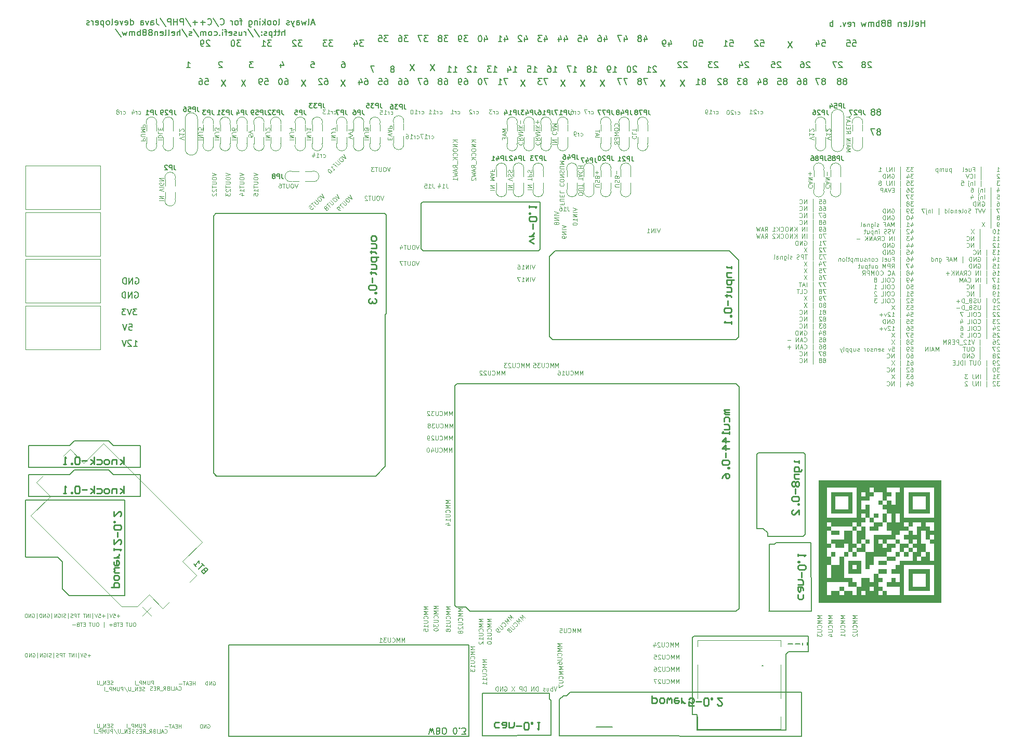
<source format=gbo>
G75*
G70*
%OFA0B0*%
%FSLAX25Y25*%
%IPPOS*%
%LPD*%
%AMOC8*
5,1,8,0,0,1.08239X$1,22.5*
%
%ADD10C,0.00787*%
%ADD113C,0.00591*%
%ADD114C,0.00472*%
%ADD115C,0.00394*%
%ADD116C,0.00500*%
%ADD119C,0.00390*%
%ADD120C,0.00800*%
%ADD122C,0.01000*%
X0000000Y0000000D02*
%LPD*%
G01*
D113*
X0263817Y0432354D02*
X0261193Y0428417D01*
X0261193Y0432354D02*
X0263817Y0428417D01*
D115*
X0514859Y0354880D02*
X0514728Y0354748D01*
X0514728Y0354748D02*
X0514597Y0354355D01*
X0514597Y0354355D02*
X0514597Y0354092D01*
X0514597Y0354092D02*
X0514728Y0353698D01*
X0514728Y0353698D02*
X0514991Y0353436D01*
X0514991Y0353436D02*
X0515253Y0353305D01*
X0515253Y0353305D02*
X0515778Y0353174D01*
X0515778Y0353174D02*
X0516172Y0353174D01*
X0516172Y0353174D02*
X0516697Y0353305D01*
X0516697Y0353305D02*
X0516959Y0353436D01*
X0516959Y0353436D02*
X0517222Y0353698D01*
X0517222Y0353698D02*
X0517353Y0354092D01*
X0517353Y0354092D02*
X0517353Y0354355D01*
X0517353Y0354355D02*
X0517222Y0354748D01*
X0517222Y0354748D02*
X0517090Y0354880D01*
X0515384Y0355929D02*
X0515384Y0357242D01*
X0514597Y0355667D02*
X0517353Y0356586D01*
X0517353Y0356586D02*
X0514597Y0357504D01*
X0514597Y0358423D02*
X0517353Y0358423D01*
X0517353Y0358423D02*
X0514597Y0359998D01*
X0514597Y0359998D02*
X0517353Y0359998D01*
X0515647Y0361310D02*
X0515647Y0363410D01*
D113*
X0127803Y0433948D02*
X0127616Y0434135D01*
X0127616Y0434135D02*
X0127241Y0434323D01*
X0127241Y0434323D02*
X0126303Y0434323D01*
X0126303Y0434323D02*
X0125928Y0434135D01*
X0125928Y0434135D02*
X0125741Y0433948D01*
X0125741Y0433948D02*
X0125553Y0433573D01*
X0125553Y0433573D02*
X0125553Y0433198D01*
X0125553Y0433198D02*
X0125741Y0432635D01*
X0125741Y0432635D02*
X0127990Y0430386D01*
X0127990Y0430386D02*
X0125553Y0430386D01*
X0206731Y0422512D02*
X0204106Y0418575D01*
X0204106Y0422512D02*
X0206731Y0418575D01*
D115*
X0118439Y0008747D02*
X0118664Y0008860D01*
X0118664Y0008860D02*
X0119001Y0008860D01*
X0119001Y0008860D02*
X0119338Y0008747D01*
X0119338Y0008747D02*
X0119563Y0008522D01*
X0119563Y0008522D02*
X0119676Y0008297D01*
X0119676Y0008297D02*
X0119788Y0007847D01*
X0119788Y0007847D02*
X0119788Y0007510D01*
X0119788Y0007510D02*
X0119676Y0007060D01*
X0119676Y0007060D02*
X0119563Y0006835D01*
X0119563Y0006835D02*
X0119338Y0006610D01*
X0119338Y0006610D02*
X0119001Y0006498D01*
X0119001Y0006498D02*
X0118776Y0006498D01*
X0118776Y0006498D02*
X0118439Y0006610D01*
X0118439Y0006610D02*
X0118326Y0006723D01*
X0118326Y0006723D02*
X0118326Y0007510D01*
X0118326Y0007510D02*
X0118776Y0007510D01*
X0117314Y0006498D02*
X0117314Y0008860D01*
X0117314Y0008860D02*
X0115964Y0006498D01*
X0115964Y0006498D02*
X0115964Y0008860D01*
X0114839Y0006498D02*
X0114839Y0008860D01*
X0114839Y0008860D02*
X0114277Y0008860D01*
X0114277Y0008860D02*
X0113939Y0008747D01*
X0113939Y0008747D02*
X0113714Y0008522D01*
X0113714Y0008522D02*
X0113602Y0008297D01*
X0113602Y0008297D02*
X0113489Y0007847D01*
X0113489Y0007847D02*
X0113489Y0007510D01*
X0113489Y0007510D02*
X0113602Y0007060D01*
X0113602Y0007060D02*
X0113714Y0006835D01*
X0113714Y0006835D02*
X0113939Y0006610D01*
X0113939Y0006610D02*
X0114277Y0006498D01*
X0114277Y0006498D02*
X0114839Y0006498D01*
X0503836Y0354880D02*
X0503705Y0354748D01*
X0503705Y0354748D02*
X0503573Y0354355D01*
X0503573Y0354355D02*
X0503573Y0354092D01*
X0503573Y0354092D02*
X0503705Y0353698D01*
X0503705Y0353698D02*
X0503967Y0353436D01*
X0503967Y0353436D02*
X0504229Y0353305D01*
X0504229Y0353305D02*
X0504754Y0353174D01*
X0504754Y0353174D02*
X0505148Y0353174D01*
X0505148Y0353174D02*
X0505673Y0353305D01*
X0505673Y0353305D02*
X0505936Y0353436D01*
X0505936Y0353436D02*
X0506198Y0353698D01*
X0506198Y0353698D02*
X0506329Y0354092D01*
X0506329Y0354092D02*
X0506329Y0354355D01*
X0506329Y0354355D02*
X0506198Y0354748D01*
X0506198Y0354748D02*
X0506067Y0354880D01*
X0504361Y0355929D02*
X0504361Y0357242D01*
X0503573Y0355667D02*
X0506329Y0356586D01*
X0506329Y0356586D02*
X0503573Y0357504D01*
X0503573Y0358423D02*
X0506329Y0358423D01*
X0506329Y0358423D02*
X0503573Y0359998D01*
X0503573Y0359998D02*
X0506329Y0359998D01*
X0504623Y0361310D02*
X0504623Y0363410D01*
X0503573Y0362360D02*
X0505673Y0362360D01*
D113*
X0512458Y0448102D02*
X0514333Y0448102D01*
X0514333Y0448102D02*
X0514520Y0446227D01*
X0514520Y0446227D02*
X0514333Y0446415D01*
X0514333Y0446415D02*
X0513958Y0446602D01*
X0513958Y0446602D02*
X0513020Y0446602D01*
X0513020Y0446602D02*
X0512646Y0446415D01*
X0512646Y0446415D02*
X0512458Y0446227D01*
X0512458Y0446227D02*
X0512271Y0445852D01*
X0512271Y0445852D02*
X0512271Y0444915D01*
X0512271Y0444915D02*
X0512458Y0444540D01*
X0512458Y0444540D02*
X0512646Y0444353D01*
X0512646Y0444353D02*
X0513020Y0444165D01*
X0513020Y0444165D02*
X0513958Y0444165D01*
X0513958Y0444165D02*
X0514333Y0444353D01*
X0514333Y0444353D02*
X0514520Y0444540D01*
X0508896Y0446790D02*
X0508896Y0444165D01*
X0509833Y0448290D02*
X0510771Y0445477D01*
X0510771Y0445477D02*
X0508334Y0445477D01*
X0360086Y0449742D02*
X0360086Y0447118D01*
X0361024Y0451242D02*
X0361961Y0448430D01*
X0361961Y0448430D02*
X0359524Y0448430D01*
X0356149Y0451055D02*
X0358024Y0451055D01*
X0358024Y0451055D02*
X0358212Y0449180D01*
X0358212Y0449180D02*
X0358024Y0449368D01*
X0358024Y0449368D02*
X0357649Y0449555D01*
X0357649Y0449555D02*
X0356712Y0449555D01*
X0356712Y0449555D02*
X0356337Y0449368D01*
X0356337Y0449368D02*
X0356149Y0449180D01*
X0356149Y0449180D02*
X0355962Y0448805D01*
X0355962Y0448805D02*
X0355962Y0447868D01*
X0355962Y0447868D02*
X0356149Y0447493D01*
X0356149Y0447493D02*
X0356337Y0447305D01*
X0356337Y0447305D02*
X0356712Y0447118D01*
X0356712Y0447118D02*
X0357649Y0447118D01*
X0357649Y0447118D02*
X0358024Y0447305D01*
X0358024Y0447305D02*
X0358212Y0447493D01*
X0285377Y0451055D02*
X0282940Y0451055D01*
X0282940Y0451055D02*
X0284252Y0449555D01*
X0284252Y0449555D02*
X0283690Y0449555D01*
X0283690Y0449555D02*
X0283315Y0449368D01*
X0283315Y0449368D02*
X0283127Y0449180D01*
X0283127Y0449180D02*
X0282940Y0448805D01*
X0282940Y0448805D02*
X0282940Y0447868D01*
X0282940Y0447868D02*
X0283127Y0447493D01*
X0283127Y0447493D02*
X0283315Y0447305D01*
X0283315Y0447305D02*
X0283690Y0447118D01*
X0283690Y0447118D02*
X0284815Y0447118D01*
X0284815Y0447118D02*
X0285190Y0447305D01*
X0285190Y0447305D02*
X0285377Y0447493D01*
X0281065Y0447118D02*
X0280315Y0447118D01*
X0280315Y0447118D02*
X0279940Y0447305D01*
X0279940Y0447305D02*
X0279753Y0447493D01*
X0279753Y0447493D02*
X0279378Y0448055D01*
X0279378Y0448055D02*
X0279190Y0448805D01*
X0279190Y0448805D02*
X0279190Y0450305D01*
X0279190Y0450305D02*
X0279378Y0450680D01*
X0279378Y0450680D02*
X0279565Y0450867D01*
X0279565Y0450867D02*
X0279940Y0451055D01*
X0279940Y0451055D02*
X0280690Y0451055D01*
X0280690Y0451055D02*
X0281065Y0450867D01*
X0281065Y0450867D02*
X0281253Y0450680D01*
X0281253Y0450680D02*
X0281440Y0450305D01*
X0281440Y0450305D02*
X0281440Y0449368D01*
X0281440Y0449368D02*
X0281253Y0448993D01*
X0281253Y0448993D02*
X0281065Y0448805D01*
X0281065Y0448805D02*
X0280690Y0448618D01*
X0280690Y0448618D02*
X0279940Y0448618D01*
X0279940Y0448618D02*
X0279565Y0448805D01*
X0279565Y0448805D02*
X0279378Y0448993D01*
X0279378Y0448993D02*
X0279190Y0449368D01*
X0251022Y0432354D02*
X0248397Y0428417D01*
X0248397Y0432354D02*
X0251022Y0428417D01*
D115*
X0057584Y0034563D02*
X0057246Y0034450D01*
X0057246Y0034450D02*
X0056684Y0034450D01*
X0056684Y0034450D02*
X0056459Y0034563D01*
X0056459Y0034563D02*
X0056346Y0034675D01*
X0056346Y0034675D02*
X0056234Y0034900D01*
X0056234Y0034900D02*
X0056234Y0035125D01*
X0056234Y0035125D02*
X0056346Y0035350D01*
X0056346Y0035350D02*
X0056459Y0035463D01*
X0056459Y0035463D02*
X0056684Y0035575D01*
X0056684Y0035575D02*
X0057134Y0035688D01*
X0057134Y0035688D02*
X0057359Y0035800D01*
X0057359Y0035800D02*
X0057471Y0035913D01*
X0057471Y0035913D02*
X0057584Y0036138D01*
X0057584Y0036138D02*
X0057584Y0036363D01*
X0057584Y0036363D02*
X0057471Y0036588D01*
X0057471Y0036588D02*
X0057359Y0036700D01*
X0057359Y0036700D02*
X0057134Y0036813D01*
X0057134Y0036813D02*
X0056571Y0036813D01*
X0056571Y0036813D02*
X0056234Y0036700D01*
X0055221Y0035688D02*
X0054434Y0035688D01*
X0054097Y0034450D02*
X0055221Y0034450D01*
X0055221Y0034450D02*
X0055221Y0036813D01*
X0055221Y0036813D02*
X0054097Y0036813D01*
X0053084Y0034450D02*
X0053084Y0036813D01*
X0053084Y0036813D02*
X0051734Y0034450D01*
X0051734Y0034450D02*
X0051734Y0036813D01*
X0051172Y0034225D02*
X0049372Y0034225D01*
X0048810Y0036813D02*
X0048810Y0034900D01*
X0048810Y0034900D02*
X0048697Y0034675D01*
X0048697Y0034675D02*
X0048585Y0034563D01*
X0048585Y0034563D02*
X0048360Y0034450D01*
X0048360Y0034450D02*
X0047910Y0034450D01*
X0047910Y0034450D02*
X0047685Y0034563D01*
X0047685Y0034563D02*
X0047572Y0034675D01*
X0047572Y0034675D02*
X0047460Y0034900D01*
X0047460Y0034900D02*
X0047460Y0036813D01*
X0071560Y0074214D02*
X0071110Y0074214D01*
X0071110Y0074214D02*
X0070885Y0074102D01*
X0070885Y0074102D02*
X0070660Y0073877D01*
X0070660Y0073877D02*
X0070548Y0073427D01*
X0070548Y0073427D02*
X0070548Y0072639D01*
X0070548Y0072639D02*
X0070660Y0072189D01*
X0070660Y0072189D02*
X0070885Y0071964D01*
X0070885Y0071964D02*
X0071110Y0071852D01*
X0071110Y0071852D02*
X0071560Y0071852D01*
X0071560Y0071852D02*
X0071785Y0071964D01*
X0071785Y0071964D02*
X0072010Y0072189D01*
X0072010Y0072189D02*
X0072122Y0072639D01*
X0072122Y0072639D02*
X0072122Y0073427D01*
X0072122Y0073427D02*
X0072010Y0073877D01*
X0072010Y0073877D02*
X0071785Y0074102D01*
X0071785Y0074102D02*
X0071560Y0074214D01*
X0069535Y0074214D02*
X0069535Y0072302D01*
X0069535Y0072302D02*
X0069423Y0072077D01*
X0069423Y0072077D02*
X0069310Y0071964D01*
X0069310Y0071964D02*
X0069085Y0071852D01*
X0069085Y0071852D02*
X0068635Y0071852D01*
X0068635Y0071852D02*
X0068410Y0071964D01*
X0068410Y0071964D02*
X0068298Y0072077D01*
X0068298Y0072077D02*
X0068185Y0072302D01*
X0068185Y0072302D02*
X0068185Y0074214D01*
X0067398Y0074214D02*
X0066048Y0074214D01*
X0066723Y0071852D02*
X0066723Y0074214D01*
X0063461Y0073089D02*
X0062674Y0073089D01*
X0062336Y0071852D02*
X0063461Y0071852D01*
X0063461Y0071852D02*
X0063461Y0074214D01*
X0063461Y0074214D02*
X0062336Y0074214D01*
X0061661Y0074214D02*
X0060311Y0074214D01*
X0060986Y0071852D02*
X0060986Y0074214D01*
X0058737Y0073089D02*
X0058399Y0072977D01*
X0058399Y0072977D02*
X0058287Y0072864D01*
X0058287Y0072864D02*
X0058174Y0072639D01*
X0058174Y0072639D02*
X0058174Y0072302D01*
X0058174Y0072302D02*
X0058287Y0072077D01*
X0058287Y0072077D02*
X0058399Y0071964D01*
X0058399Y0071964D02*
X0058624Y0071852D01*
X0058624Y0071852D02*
X0059524Y0071852D01*
X0059524Y0071852D02*
X0059524Y0074214D01*
X0059524Y0074214D02*
X0058737Y0074214D01*
X0058737Y0074214D02*
X0058512Y0074102D01*
X0058512Y0074102D02*
X0058399Y0073989D01*
X0058399Y0073989D02*
X0058287Y0073764D01*
X0058287Y0073764D02*
X0058287Y0073539D01*
X0058287Y0073539D02*
X0058399Y0073314D01*
X0058399Y0073314D02*
X0058512Y0073202D01*
X0058512Y0073202D02*
X0058737Y0073089D01*
X0058737Y0073089D02*
X0059524Y0073089D01*
X0057162Y0072752D02*
X0055362Y0072752D01*
X0056262Y0071852D02*
X0056262Y0073652D01*
X0051875Y0071064D02*
X0051875Y0074439D01*
X0047938Y0074214D02*
X0047488Y0074214D01*
X0047488Y0074214D02*
X0047263Y0074102D01*
X0047263Y0074102D02*
X0047038Y0073877D01*
X0047038Y0073877D02*
X0046926Y0073427D01*
X0046926Y0073427D02*
X0046926Y0072639D01*
X0046926Y0072639D02*
X0047038Y0072189D01*
X0047038Y0072189D02*
X0047263Y0071964D01*
X0047263Y0071964D02*
X0047488Y0071852D01*
X0047488Y0071852D02*
X0047938Y0071852D01*
X0047938Y0071852D02*
X0048163Y0071964D01*
X0048163Y0071964D02*
X0048388Y0072189D01*
X0048388Y0072189D02*
X0048500Y0072639D01*
X0048500Y0072639D02*
X0048500Y0073427D01*
X0048500Y0073427D02*
X0048388Y0073877D01*
X0048388Y0073877D02*
X0048163Y0074102D01*
X0048163Y0074102D02*
X0047938Y0074214D01*
X0045913Y0074214D02*
X0045913Y0072302D01*
X0045913Y0072302D02*
X0045801Y0072077D01*
X0045801Y0072077D02*
X0045688Y0071964D01*
X0045688Y0071964D02*
X0045463Y0071852D01*
X0045463Y0071852D02*
X0045013Y0071852D01*
X0045013Y0071852D02*
X0044788Y0071964D01*
X0044788Y0071964D02*
X0044676Y0072077D01*
X0044676Y0072077D02*
X0044563Y0072302D01*
X0044563Y0072302D02*
X0044563Y0074214D01*
X0043776Y0074214D02*
X0042426Y0074214D01*
X0043101Y0071852D02*
X0043101Y0074214D01*
X0039839Y0073089D02*
X0039052Y0073089D01*
X0038714Y0071852D02*
X0039839Y0071852D01*
X0039839Y0071852D02*
X0039839Y0074214D01*
X0039839Y0074214D02*
X0038714Y0074214D01*
X0038039Y0074214D02*
X0036689Y0074214D01*
X0037364Y0071852D02*
X0037364Y0074214D01*
X0035115Y0073089D02*
X0034777Y0072977D01*
X0034777Y0072977D02*
X0034665Y0072864D01*
X0034665Y0072864D02*
X0034552Y0072639D01*
X0034552Y0072639D02*
X0034552Y0072302D01*
X0034552Y0072302D02*
X0034665Y0072077D01*
X0034665Y0072077D02*
X0034777Y0071964D01*
X0034777Y0071964D02*
X0035002Y0071852D01*
X0035002Y0071852D02*
X0035902Y0071852D01*
X0035902Y0071852D02*
X0035902Y0074214D01*
X0035902Y0074214D02*
X0035115Y0074214D01*
X0035115Y0074214D02*
X0034890Y0074102D01*
X0034890Y0074102D02*
X0034777Y0073989D01*
X0034777Y0073989D02*
X0034665Y0073764D01*
X0034665Y0073764D02*
X0034665Y0073539D01*
X0034665Y0073539D02*
X0034777Y0073314D01*
X0034777Y0073314D02*
X0034890Y0073202D01*
X0034890Y0073202D02*
X0035115Y0073089D01*
X0035115Y0073089D02*
X0035902Y0073089D01*
X0033540Y0072752D02*
X0031740Y0072752D01*
X0218928Y0384079D02*
X0221684Y0384079D01*
X0218928Y0385391D02*
X0221684Y0385391D01*
X0221684Y0385391D02*
X0218928Y0386966D01*
X0218928Y0386966D02*
X0221684Y0386966D01*
X0221684Y0389066D02*
X0219715Y0389066D01*
X0219715Y0389066D02*
X0219321Y0388935D01*
X0219321Y0388935D02*
X0219059Y0388672D01*
X0219059Y0388672D02*
X0218928Y0388279D01*
X0218928Y0388279D02*
X0218928Y0388016D01*
X0220502Y0390772D02*
X0220634Y0390509D01*
X0220634Y0390509D02*
X0220765Y0390378D01*
X0220765Y0390378D02*
X0221027Y0390247D01*
X0221027Y0390247D02*
X0221159Y0390247D01*
X0221159Y0390247D02*
X0221421Y0390378D01*
X0221421Y0390378D02*
X0221552Y0390509D01*
X0221552Y0390509D02*
X0221684Y0390772D01*
X0221684Y0390772D02*
X0221684Y0391297D01*
X0221684Y0391297D02*
X0221552Y0391559D01*
X0221552Y0391559D02*
X0221421Y0391691D01*
X0221421Y0391691D02*
X0221159Y0391822D01*
X0221159Y0391822D02*
X0221027Y0391822D01*
X0221027Y0391822D02*
X0220765Y0391691D01*
X0220765Y0391691D02*
X0220634Y0391559D01*
X0220634Y0391559D02*
X0220502Y0391297D01*
X0220502Y0391297D02*
X0220502Y0390772D01*
X0220502Y0390772D02*
X0220371Y0390509D01*
X0220371Y0390509D02*
X0220240Y0390378D01*
X0220240Y0390378D02*
X0219978Y0390247D01*
X0219978Y0390247D02*
X0219453Y0390247D01*
X0219453Y0390247D02*
X0219190Y0390378D01*
X0219190Y0390378D02*
X0219059Y0390509D01*
X0219059Y0390509D02*
X0218928Y0390772D01*
X0218928Y0390772D02*
X0218928Y0391297D01*
X0218928Y0391297D02*
X0219059Y0391559D01*
X0219059Y0391559D02*
X0219190Y0391691D01*
X0219190Y0391691D02*
X0219453Y0391822D01*
X0219453Y0391822D02*
X0219978Y0391822D01*
X0219978Y0391822D02*
X0220240Y0391691D01*
X0220240Y0391691D02*
X0220371Y0391559D01*
X0220371Y0391559D02*
X0220502Y0391297D01*
X0077831Y0030626D02*
X0077494Y0030513D01*
X0077494Y0030513D02*
X0076931Y0030513D01*
X0076931Y0030513D02*
X0076706Y0030626D01*
X0076706Y0030626D02*
X0076594Y0030738D01*
X0076594Y0030738D02*
X0076481Y0030963D01*
X0076481Y0030963D02*
X0076481Y0031188D01*
X0076481Y0031188D02*
X0076594Y0031413D01*
X0076594Y0031413D02*
X0076706Y0031526D01*
X0076706Y0031526D02*
X0076931Y0031638D01*
X0076931Y0031638D02*
X0077381Y0031751D01*
X0077381Y0031751D02*
X0077606Y0031863D01*
X0077606Y0031863D02*
X0077719Y0031976D01*
X0077719Y0031976D02*
X0077831Y0032201D01*
X0077831Y0032201D02*
X0077831Y0032426D01*
X0077831Y0032426D02*
X0077719Y0032651D01*
X0077719Y0032651D02*
X0077606Y0032763D01*
X0077606Y0032763D02*
X0077381Y0032875D01*
X0077381Y0032875D02*
X0076819Y0032875D01*
X0076819Y0032875D02*
X0076481Y0032763D01*
X0075469Y0031751D02*
X0074682Y0031751D01*
X0074344Y0030513D02*
X0075469Y0030513D01*
X0075469Y0030513D02*
X0075469Y0032875D01*
X0075469Y0032875D02*
X0074344Y0032875D01*
X0073332Y0030513D02*
X0073332Y0032875D01*
X0073332Y0032875D02*
X0071982Y0030513D01*
X0071982Y0030513D02*
X0071982Y0032875D01*
X0071419Y0030288D02*
X0069620Y0030288D01*
X0069057Y0032875D02*
X0069057Y0030963D01*
X0069057Y0030963D02*
X0068945Y0030738D01*
X0068945Y0030738D02*
X0068832Y0030626D01*
X0068832Y0030626D02*
X0068607Y0030513D01*
X0068607Y0030513D02*
X0068157Y0030513D01*
X0068157Y0030513D02*
X0067932Y0030626D01*
X0067932Y0030626D02*
X0067820Y0030738D01*
X0067820Y0030738D02*
X0067707Y0030963D01*
X0067707Y0030963D02*
X0067707Y0032875D01*
X0064895Y0032988D02*
X0066920Y0029951D01*
X0064108Y0030513D02*
X0064108Y0032875D01*
X0064108Y0032875D02*
X0063208Y0032875D01*
X0063208Y0032875D02*
X0062983Y0032763D01*
X0062983Y0032763D02*
X0062871Y0032651D01*
X0062871Y0032651D02*
X0062758Y0032426D01*
X0062758Y0032426D02*
X0062758Y0032088D01*
X0062758Y0032088D02*
X0062871Y0031863D01*
X0062871Y0031863D02*
X0062983Y0031751D01*
X0062983Y0031751D02*
X0063208Y0031638D01*
X0063208Y0031638D02*
X0064108Y0031638D01*
X0061746Y0032875D02*
X0061746Y0030963D01*
X0061746Y0030963D02*
X0061633Y0030738D01*
X0061633Y0030738D02*
X0061521Y0030626D01*
X0061521Y0030626D02*
X0061296Y0030513D01*
X0061296Y0030513D02*
X0060846Y0030513D01*
X0060846Y0030513D02*
X0060621Y0030626D01*
X0060621Y0030626D02*
X0060508Y0030738D01*
X0060508Y0030738D02*
X0060396Y0030963D01*
X0060396Y0030963D02*
X0060396Y0032875D01*
X0059271Y0030513D02*
X0059271Y0032875D01*
X0059271Y0032875D02*
X0058484Y0031188D01*
X0058484Y0031188D02*
X0057696Y0032875D01*
X0057696Y0032875D02*
X0057696Y0030513D01*
X0056571Y0030513D02*
X0056571Y0032875D01*
X0056571Y0032875D02*
X0055671Y0032875D01*
X0055671Y0032875D02*
X0055446Y0032763D01*
X0055446Y0032763D02*
X0055334Y0032651D01*
X0055334Y0032651D02*
X0055221Y0032426D01*
X0055221Y0032426D02*
X0055221Y0032088D01*
X0055221Y0032088D02*
X0055334Y0031863D01*
X0055334Y0031863D02*
X0055446Y0031751D01*
X0055446Y0031751D02*
X0055671Y0031638D01*
X0055671Y0031638D02*
X0056571Y0031638D01*
X0054772Y0030288D02*
X0052972Y0030288D01*
X0052409Y0030513D02*
X0052409Y0032875D01*
D113*
X0489164Y0421808D02*
X0489539Y0421996D01*
X0489539Y0421996D02*
X0489727Y0422183D01*
X0489727Y0422183D02*
X0489914Y0422558D01*
X0489914Y0422558D02*
X0489914Y0422746D01*
X0489914Y0422746D02*
X0489727Y0423121D01*
X0489727Y0423121D02*
X0489539Y0423308D01*
X0489539Y0423308D02*
X0489164Y0423496D01*
X0489164Y0423496D02*
X0488414Y0423496D01*
X0488414Y0423496D02*
X0488039Y0423308D01*
X0488039Y0423308D02*
X0487852Y0423121D01*
X0487852Y0423121D02*
X0487664Y0422746D01*
X0487664Y0422746D02*
X0487664Y0422558D01*
X0487664Y0422558D02*
X0487852Y0422183D01*
X0487852Y0422183D02*
X0488039Y0421996D01*
X0488039Y0421996D02*
X0488414Y0421808D01*
X0488414Y0421808D02*
X0489164Y0421808D01*
X0489164Y0421808D02*
X0489539Y0421621D01*
X0489539Y0421621D02*
X0489727Y0421434D01*
X0489727Y0421434D02*
X0489914Y0421059D01*
X0489914Y0421059D02*
X0489914Y0420309D01*
X0489914Y0420309D02*
X0489727Y0419934D01*
X0489727Y0419934D02*
X0489539Y0419746D01*
X0489539Y0419746D02*
X0489164Y0419559D01*
X0489164Y0419559D02*
X0488414Y0419559D01*
X0488414Y0419559D02*
X0488039Y0419746D01*
X0488039Y0419746D02*
X0487852Y0419934D01*
X0487852Y0419934D02*
X0487664Y0420309D01*
X0487664Y0420309D02*
X0487664Y0421059D01*
X0487664Y0421059D02*
X0487852Y0421434D01*
X0487852Y0421434D02*
X0488039Y0421621D01*
X0488039Y0421621D02*
X0488414Y0421808D01*
X0484102Y0423496D02*
X0485977Y0423496D01*
X0485977Y0423496D02*
X0486164Y0421621D01*
X0486164Y0421621D02*
X0485977Y0421808D01*
X0485977Y0421808D02*
X0485602Y0421996D01*
X0485602Y0421996D02*
X0484665Y0421996D01*
X0484665Y0421996D02*
X0484290Y0421808D01*
X0484290Y0421808D02*
X0484102Y0421621D01*
X0484102Y0421621D02*
X0483915Y0421246D01*
X0483915Y0421246D02*
X0483915Y0420309D01*
X0483915Y0420309D02*
X0484102Y0419934D01*
X0484102Y0419934D02*
X0484290Y0419746D01*
X0484290Y0419746D02*
X0484665Y0419559D01*
X0484665Y0419559D02*
X0485602Y0419559D01*
X0485602Y0419559D02*
X0485977Y0419746D01*
X0485977Y0419746D02*
X0486164Y0419934D01*
X0301641Y0427433D02*
X0303890Y0427433D01*
X0302766Y0427433D02*
X0302766Y0431370D01*
X0302766Y0431370D02*
X0303140Y0430807D01*
X0303140Y0430807D02*
X0303515Y0430432D01*
X0303515Y0430432D02*
X0303890Y0430245D01*
X0300328Y0431370D02*
X0297891Y0431370D01*
X0297891Y0431370D02*
X0299203Y0429870D01*
X0299203Y0429870D02*
X0298641Y0429870D01*
X0298641Y0429870D02*
X0298266Y0429683D01*
X0298266Y0429683D02*
X0298079Y0429495D01*
X0298079Y0429495D02*
X0297891Y0429120D01*
X0297891Y0429120D02*
X0297891Y0428183D01*
X0297891Y0428183D02*
X0298079Y0427808D01*
X0298079Y0427808D02*
X0298266Y0427620D01*
X0298266Y0427620D02*
X0298641Y0427433D01*
X0298641Y0427433D02*
X0299766Y0427433D01*
X0299766Y0427433D02*
X0300141Y0427620D01*
X0300141Y0427620D02*
X0300328Y0427808D01*
X0181140Y0422512D02*
X0178515Y0418575D01*
X0178515Y0422512D02*
X0181140Y0418575D01*
D115*
X0075621Y0383554D02*
X0078376Y0383554D01*
X0078376Y0383554D02*
X0078376Y0384604D01*
X0078376Y0384604D02*
X0078245Y0384866D01*
X0078245Y0384866D02*
X0078114Y0384998D01*
X0078114Y0384998D02*
X0077852Y0385129D01*
X0077852Y0385129D02*
X0077458Y0385129D01*
X0077458Y0385129D02*
X0077195Y0384998D01*
X0077195Y0384998D02*
X0077064Y0384866D01*
X0077064Y0384866D02*
X0076933Y0384604D01*
X0076933Y0384604D02*
X0076933Y0383554D01*
X0078376Y0386310D02*
X0076145Y0386310D01*
X0076145Y0386310D02*
X0075883Y0386441D01*
X0075883Y0386441D02*
X0075752Y0386572D01*
X0075752Y0386572D02*
X0075621Y0386835D01*
X0075621Y0386835D02*
X0075621Y0387360D01*
X0075621Y0387360D02*
X0075752Y0387622D01*
X0075752Y0387622D02*
X0075883Y0387754D01*
X0075883Y0387754D02*
X0076145Y0387885D01*
X0076145Y0387885D02*
X0078376Y0387885D01*
X0075621Y0389197D02*
X0078376Y0389197D01*
X0078376Y0389197D02*
X0076408Y0390116D01*
X0076408Y0390116D02*
X0078376Y0391034D01*
X0078376Y0391034D02*
X0075621Y0391034D01*
X0075621Y0392347D02*
X0078376Y0392347D01*
X0078376Y0392347D02*
X0078376Y0393397D01*
X0078376Y0393397D02*
X0078245Y0393659D01*
X0078245Y0393659D02*
X0078114Y0393790D01*
X0078114Y0393790D02*
X0077852Y0393922D01*
X0077852Y0393922D02*
X0077458Y0393922D01*
X0077458Y0393922D02*
X0077195Y0393790D01*
X0077195Y0393790D02*
X0077064Y0393659D01*
X0077064Y0393659D02*
X0076933Y0393397D01*
X0076933Y0393397D02*
X0076933Y0392347D01*
D113*
X0116789Y0423496D02*
X0118664Y0423496D01*
X0118664Y0423496D02*
X0118851Y0421621D01*
X0118851Y0421621D02*
X0118664Y0421808D01*
X0118664Y0421808D02*
X0118289Y0421996D01*
X0118289Y0421996D02*
X0117351Y0421996D01*
X0117351Y0421996D02*
X0116976Y0421808D01*
X0116976Y0421808D02*
X0116789Y0421621D01*
X0116789Y0421621D02*
X0116601Y0421246D01*
X0116601Y0421246D02*
X0116601Y0420309D01*
X0116601Y0420309D02*
X0116789Y0419934D01*
X0116789Y0419934D02*
X0116976Y0419746D01*
X0116976Y0419746D02*
X0117351Y0419559D01*
X0117351Y0419559D02*
X0118289Y0419559D01*
X0118289Y0419559D02*
X0118664Y0419746D01*
X0118664Y0419746D02*
X0118851Y0419934D01*
X0113227Y0423496D02*
X0113977Y0423496D01*
X0113977Y0423496D02*
X0114352Y0423308D01*
X0114352Y0423308D02*
X0114539Y0423121D01*
X0114539Y0423121D02*
X0114914Y0422558D01*
X0114914Y0422558D02*
X0115101Y0421808D01*
X0115101Y0421808D02*
X0115101Y0420309D01*
X0115101Y0420309D02*
X0114914Y0419934D01*
X0114914Y0419934D02*
X0114727Y0419746D01*
X0114727Y0419746D02*
X0114352Y0419559D01*
X0114352Y0419559D02*
X0113602Y0419559D01*
X0113602Y0419559D02*
X0113227Y0419746D01*
X0113227Y0419746D02*
X0113039Y0419934D01*
X0113039Y0419934D02*
X0112852Y0420309D01*
X0112852Y0420309D02*
X0112852Y0421246D01*
X0112852Y0421246D02*
X0113039Y0421621D01*
X0113039Y0421621D02*
X0113227Y0421808D01*
X0113227Y0421808D02*
X0113602Y0421996D01*
X0113602Y0421996D02*
X0114352Y0421996D01*
X0114352Y0421996D02*
X0114727Y0421808D01*
X0114727Y0421808D02*
X0114914Y0421621D01*
X0114914Y0421621D02*
X0115101Y0421246D01*
D115*
X0323652Y0352154D02*
X0326408Y0352154D01*
X0323652Y0353466D02*
X0326408Y0353466D01*
X0326408Y0353466D02*
X0323652Y0355041D01*
X0323652Y0355041D02*
X0326408Y0355041D01*
X0326408Y0358060D02*
X0326408Y0359634D01*
X0323652Y0358847D02*
X0326408Y0358847D01*
X0323652Y0360553D02*
X0326408Y0360553D01*
X0326408Y0360553D02*
X0326408Y0361603D01*
X0326408Y0361603D02*
X0326277Y0361865D01*
X0326277Y0361865D02*
X0326145Y0361997D01*
X0326145Y0361997D02*
X0325883Y0362128D01*
X0325883Y0362128D02*
X0325489Y0362128D01*
X0325489Y0362128D02*
X0325227Y0361997D01*
X0325227Y0361997D02*
X0325096Y0361865D01*
X0325096Y0361865D02*
X0324964Y0361603D01*
X0324964Y0361603D02*
X0324964Y0360553D01*
X0323783Y0363178D02*
X0323652Y0363571D01*
X0323652Y0363571D02*
X0323652Y0364227D01*
X0323652Y0364227D02*
X0323783Y0364490D01*
X0323783Y0364490D02*
X0323915Y0364621D01*
X0323915Y0364621D02*
X0324177Y0364752D01*
X0324177Y0364752D02*
X0324439Y0364752D01*
X0324439Y0364752D02*
X0324702Y0364621D01*
X0324702Y0364621D02*
X0324833Y0364490D01*
X0324833Y0364490D02*
X0324964Y0364227D01*
X0324964Y0364227D02*
X0325096Y0363703D01*
X0325096Y0363703D02*
X0325227Y0363440D01*
X0325227Y0363440D02*
X0325358Y0363309D01*
X0325358Y0363309D02*
X0325621Y0363178D01*
X0325621Y0363178D02*
X0325883Y0363178D01*
X0325883Y0363178D02*
X0326145Y0363309D01*
X0326145Y0363309D02*
X0326277Y0363440D01*
X0326277Y0363440D02*
X0326408Y0363703D01*
X0326408Y0363703D02*
X0326408Y0364359D01*
X0326408Y0364359D02*
X0326277Y0364752D01*
D113*
X0549120Y0389375D02*
X0549495Y0389562D01*
X0549495Y0389562D02*
X0549683Y0389750D01*
X0549683Y0389750D02*
X0549870Y0390125D01*
X0549870Y0390125D02*
X0549870Y0390312D01*
X0549870Y0390312D02*
X0549683Y0390687D01*
X0549683Y0390687D02*
X0549495Y0390874D01*
X0549495Y0390874D02*
X0549120Y0391062D01*
X0549120Y0391062D02*
X0548371Y0391062D01*
X0548371Y0391062D02*
X0547996Y0390874D01*
X0547996Y0390874D02*
X0547808Y0390687D01*
X0547808Y0390687D02*
X0547621Y0390312D01*
X0547621Y0390312D02*
X0547621Y0390125D01*
X0547621Y0390125D02*
X0547808Y0389750D01*
X0547808Y0389750D02*
X0547996Y0389562D01*
X0547996Y0389562D02*
X0548371Y0389375D01*
X0548371Y0389375D02*
X0549120Y0389375D01*
X0549120Y0389375D02*
X0549495Y0389187D01*
X0549495Y0389187D02*
X0549683Y0389000D01*
X0549683Y0389000D02*
X0549870Y0388625D01*
X0549870Y0388625D02*
X0549870Y0387875D01*
X0549870Y0387875D02*
X0549683Y0387500D01*
X0549683Y0387500D02*
X0549495Y0387312D01*
X0549495Y0387312D02*
X0549120Y0387125D01*
X0549120Y0387125D02*
X0548371Y0387125D01*
X0548371Y0387125D02*
X0547996Y0387312D01*
X0547996Y0387312D02*
X0547808Y0387500D01*
X0547808Y0387500D02*
X0547621Y0387875D01*
X0547621Y0387875D02*
X0547621Y0388625D01*
X0547621Y0388625D02*
X0547808Y0389000D01*
X0547808Y0389000D02*
X0547996Y0389187D01*
X0547996Y0389187D02*
X0548371Y0389375D01*
X0546308Y0391062D02*
X0543684Y0391062D01*
X0543684Y0391062D02*
X0545371Y0387125D01*
X0544048Y0433948D02*
X0543860Y0434135D01*
X0543860Y0434135D02*
X0543485Y0434323D01*
X0543485Y0434323D02*
X0542548Y0434323D01*
X0542548Y0434323D02*
X0542173Y0434135D01*
X0542173Y0434135D02*
X0541986Y0433948D01*
X0541986Y0433948D02*
X0541798Y0433573D01*
X0541798Y0433573D02*
X0541798Y0433198D01*
X0541798Y0433198D02*
X0541986Y0432635D01*
X0541986Y0432635D02*
X0544235Y0430386D01*
X0544235Y0430386D02*
X0541798Y0430386D01*
X0539548Y0432635D02*
X0539923Y0432823D01*
X0539923Y0432823D02*
X0540111Y0433010D01*
X0540111Y0433010D02*
X0540298Y0433385D01*
X0540298Y0433385D02*
X0540298Y0433573D01*
X0540298Y0433573D02*
X0540111Y0433948D01*
X0540111Y0433948D02*
X0539923Y0434135D01*
X0539923Y0434135D02*
X0539548Y0434323D01*
X0539548Y0434323D02*
X0538799Y0434323D01*
X0538799Y0434323D02*
X0538424Y0434135D01*
X0538424Y0434135D02*
X0538236Y0433948D01*
X0538236Y0433948D02*
X0538049Y0433573D01*
X0538049Y0433573D02*
X0538049Y0433385D01*
X0538049Y0433385D02*
X0538236Y0433010D01*
X0538236Y0433010D02*
X0538424Y0432823D01*
X0538424Y0432823D02*
X0538799Y0432635D01*
X0538799Y0432635D02*
X0539548Y0432635D01*
X0539548Y0432635D02*
X0539923Y0432448D01*
X0539923Y0432448D02*
X0540111Y0432260D01*
X0540111Y0432260D02*
X0540298Y0431885D01*
X0540298Y0431885D02*
X0540298Y0431135D01*
X0540298Y0431135D02*
X0540111Y0430760D01*
X0540111Y0430760D02*
X0539923Y0430573D01*
X0539923Y0430573D02*
X0539548Y0430386D01*
X0539548Y0430386D02*
X0538799Y0430386D01*
X0538799Y0430386D02*
X0538424Y0430573D01*
X0538424Y0430573D02*
X0538236Y0430760D01*
X0538236Y0430760D02*
X0538049Y0431135D01*
X0538049Y0431135D02*
X0538049Y0431885D01*
X0538049Y0431885D02*
X0538236Y0432260D01*
X0538236Y0432260D02*
X0538424Y0432448D01*
X0538424Y0432448D02*
X0538799Y0432635D01*
X0234196Y0451055D02*
X0231759Y0451055D01*
X0231759Y0451055D02*
X0233071Y0449555D01*
X0233071Y0449555D02*
X0232509Y0449555D01*
X0232509Y0449555D02*
X0232134Y0449368D01*
X0232134Y0449368D02*
X0231946Y0449180D01*
X0231946Y0449180D02*
X0231759Y0448805D01*
X0231759Y0448805D02*
X0231759Y0447868D01*
X0231759Y0447868D02*
X0231946Y0447493D01*
X0231946Y0447493D02*
X0232134Y0447305D01*
X0232134Y0447305D02*
X0232509Y0447118D01*
X0232509Y0447118D02*
X0233634Y0447118D01*
X0233634Y0447118D02*
X0234008Y0447305D01*
X0234008Y0447305D02*
X0234196Y0447493D01*
X0228197Y0451055D02*
X0230071Y0451055D01*
X0230071Y0451055D02*
X0230259Y0449180D01*
X0230259Y0449180D02*
X0230071Y0449368D01*
X0230071Y0449368D02*
X0229697Y0449555D01*
X0229697Y0449555D02*
X0228759Y0449555D01*
X0228759Y0449555D02*
X0228384Y0449368D01*
X0228384Y0449368D02*
X0228197Y0449180D01*
X0228197Y0449180D02*
X0228009Y0448805D01*
X0228009Y0448805D02*
X0228009Y0447868D01*
X0228009Y0447868D02*
X0228197Y0447493D01*
X0228197Y0447493D02*
X0228384Y0447305D01*
X0228384Y0447305D02*
X0228759Y0447118D01*
X0228759Y0447118D02*
X0229697Y0447118D01*
X0229697Y0447118D02*
X0230071Y0447305D01*
X0230071Y0447305D02*
X0230259Y0447493D01*
D115*
X0382313Y0353961D02*
X0380082Y0353961D01*
X0380082Y0353961D02*
X0379820Y0354092D01*
X0379820Y0354092D02*
X0379689Y0354223D01*
X0379689Y0354223D02*
X0379558Y0354486D01*
X0379558Y0354486D02*
X0379558Y0355011D01*
X0379558Y0355011D02*
X0379689Y0355273D01*
X0379689Y0355273D02*
X0379820Y0355405D01*
X0379820Y0355405D02*
X0380082Y0355536D01*
X0380082Y0355536D02*
X0382313Y0355536D01*
X0379689Y0356717D02*
X0379558Y0357111D01*
X0379558Y0357111D02*
X0379558Y0357767D01*
X0379558Y0357767D02*
X0379689Y0358029D01*
X0379689Y0358029D02*
X0379820Y0358160D01*
X0379820Y0358160D02*
X0380082Y0358292D01*
X0380082Y0358292D02*
X0380345Y0358292D01*
X0380345Y0358292D02*
X0380607Y0358160D01*
X0380607Y0358160D02*
X0380739Y0358029D01*
X0380739Y0358029D02*
X0380870Y0357767D01*
X0380870Y0357767D02*
X0381001Y0357242D01*
X0381001Y0357242D02*
X0381132Y0356979D01*
X0381132Y0356979D02*
X0381264Y0356848D01*
X0381264Y0356848D02*
X0381526Y0356717D01*
X0381526Y0356717D02*
X0381789Y0356717D01*
X0381789Y0356717D02*
X0382051Y0356848D01*
X0382051Y0356848D02*
X0382182Y0356979D01*
X0382182Y0356979D02*
X0382313Y0357242D01*
X0382313Y0357242D02*
X0382313Y0357898D01*
X0382313Y0357898D02*
X0382182Y0358292D01*
X0381001Y0360391D02*
X0380870Y0360785D01*
X0380870Y0360785D02*
X0380739Y0360916D01*
X0380739Y0360916D02*
X0380476Y0361048D01*
X0380476Y0361048D02*
X0380082Y0361048D01*
X0380082Y0361048D02*
X0379820Y0360916D01*
X0379820Y0360916D02*
X0379689Y0360785D01*
X0379689Y0360785D02*
X0379558Y0360523D01*
X0379558Y0360523D02*
X0379558Y0359473D01*
X0379558Y0359473D02*
X0382313Y0359473D01*
X0382313Y0359473D02*
X0382313Y0360391D01*
X0382313Y0360391D02*
X0382182Y0360654D01*
X0382182Y0360654D02*
X0382051Y0360785D01*
X0382051Y0360785D02*
X0381789Y0360916D01*
X0381789Y0360916D02*
X0381526Y0360916D01*
X0381526Y0360916D02*
X0381264Y0360785D01*
X0381264Y0360785D02*
X0381132Y0360654D01*
X0381132Y0360654D02*
X0381001Y0360391D01*
X0381001Y0360391D02*
X0381001Y0359473D01*
X0380607Y0362229D02*
X0380607Y0364328D01*
X0299636Y0351961D02*
X0302392Y0351961D01*
X0299636Y0353273D02*
X0302392Y0353273D01*
X0302392Y0353273D02*
X0299636Y0354848D01*
X0299636Y0354848D02*
X0302392Y0354848D01*
X0299636Y0358260D02*
X0302392Y0358260D01*
X0302392Y0358260D02*
X0300424Y0359179D01*
X0300424Y0359179D02*
X0302392Y0360097D01*
X0302392Y0360097D02*
X0299636Y0360097D01*
X0300424Y0361278D02*
X0300424Y0362591D01*
X0299636Y0361016D02*
X0302392Y0361934D01*
X0302392Y0361934D02*
X0299636Y0362853D01*
X0301080Y0364690D02*
X0301080Y0363772D01*
X0299636Y0363772D02*
X0302392Y0363772D01*
X0302392Y0363772D02*
X0302392Y0365084D01*
D113*
X0225431Y0431370D02*
X0222807Y0431370D01*
X0222807Y0431370D02*
X0224494Y0427433D01*
X0513770Y0421808D02*
X0514145Y0421996D01*
X0514145Y0421996D02*
X0514333Y0422183D01*
X0514333Y0422183D02*
X0514520Y0422558D01*
X0514520Y0422558D02*
X0514520Y0422746D01*
X0514520Y0422746D02*
X0514333Y0423121D01*
X0514333Y0423121D02*
X0514145Y0423308D01*
X0514145Y0423308D02*
X0513770Y0423496D01*
X0513770Y0423496D02*
X0513020Y0423496D01*
X0513020Y0423496D02*
X0512646Y0423308D01*
X0512646Y0423308D02*
X0512458Y0423121D01*
X0512458Y0423121D02*
X0512271Y0422746D01*
X0512271Y0422746D02*
X0512271Y0422558D01*
X0512271Y0422558D02*
X0512458Y0422183D01*
X0512458Y0422183D02*
X0512646Y0421996D01*
X0512646Y0421996D02*
X0513020Y0421808D01*
X0513020Y0421808D02*
X0513770Y0421808D01*
X0513770Y0421808D02*
X0514145Y0421621D01*
X0514145Y0421621D02*
X0514333Y0421434D01*
X0514333Y0421434D02*
X0514520Y0421059D01*
X0514520Y0421059D02*
X0514520Y0420309D01*
X0514520Y0420309D02*
X0514333Y0419934D01*
X0514333Y0419934D02*
X0514145Y0419746D01*
X0514145Y0419746D02*
X0513770Y0419559D01*
X0513770Y0419559D02*
X0513020Y0419559D01*
X0513020Y0419559D02*
X0512646Y0419746D01*
X0512646Y0419746D02*
X0512458Y0419934D01*
X0512458Y0419934D02*
X0512271Y0420309D01*
X0512271Y0420309D02*
X0512271Y0421059D01*
X0512271Y0421059D02*
X0512458Y0421434D01*
X0512458Y0421434D02*
X0512646Y0421621D01*
X0512646Y0421621D02*
X0513020Y0421808D01*
X0510958Y0423496D02*
X0508334Y0423496D01*
X0508334Y0423496D02*
X0510021Y0419559D01*
D115*
X0507117Y0384342D02*
X0504361Y0385260D01*
X0504361Y0385260D02*
X0507117Y0386179D01*
X0504361Y0388541D02*
X0504361Y0386966D01*
X0504361Y0387754D02*
X0507117Y0387754D01*
X0507117Y0387754D02*
X0506723Y0387491D01*
X0506723Y0387491D02*
X0506460Y0387229D01*
X0506460Y0387229D02*
X0506329Y0386966D01*
X0506854Y0389591D02*
X0506985Y0389722D01*
X0506985Y0389722D02*
X0507117Y0389985D01*
X0507117Y0389985D02*
X0507117Y0390641D01*
X0507117Y0390641D02*
X0506985Y0390903D01*
X0506985Y0390903D02*
X0506854Y0391034D01*
X0506854Y0391034D02*
X0506592Y0391166D01*
X0506592Y0391166D02*
X0506329Y0391166D01*
X0506329Y0391166D02*
X0505936Y0391034D01*
X0505936Y0391034D02*
X0504361Y0389460D01*
X0504361Y0389460D02*
X0504361Y0391166D01*
D113*
X0179078Y0448102D02*
X0176641Y0448102D01*
X0176641Y0448102D02*
X0177953Y0446602D01*
X0177953Y0446602D02*
X0177391Y0446602D01*
X0177391Y0446602D02*
X0177016Y0446415D01*
X0177016Y0446415D02*
X0176828Y0446227D01*
X0176828Y0446227D02*
X0176641Y0445852D01*
X0176641Y0445852D02*
X0176641Y0444915D01*
X0176641Y0444915D02*
X0176828Y0444540D01*
X0176828Y0444540D02*
X0177016Y0444353D01*
X0177016Y0444353D02*
X0177391Y0444165D01*
X0177391Y0444165D02*
X0178515Y0444165D01*
X0178515Y0444165D02*
X0178890Y0444353D01*
X0178890Y0444353D02*
X0179078Y0444540D01*
X0175141Y0447727D02*
X0174953Y0447915D01*
X0174953Y0447915D02*
X0174578Y0448102D01*
X0174578Y0448102D02*
X0173641Y0448102D01*
X0173641Y0448102D02*
X0173266Y0447915D01*
X0173266Y0447915D02*
X0173079Y0447727D01*
X0173079Y0447727D02*
X0172891Y0447352D01*
X0172891Y0447352D02*
X0172891Y0446977D01*
X0172891Y0446977D02*
X0173079Y0446415D01*
X0173079Y0446415D02*
X0175328Y0444165D01*
X0175328Y0444165D02*
X0172891Y0444165D01*
D115*
X0112424Y0384344D02*
X0115180Y0384344D01*
X0112424Y0385656D02*
X0115180Y0385656D01*
X0115180Y0385656D02*
X0112424Y0387231D01*
X0112424Y0387231D02*
X0115180Y0387231D01*
X0115180Y0389330D02*
X0113211Y0389330D01*
X0113211Y0389330D02*
X0112818Y0389199D01*
X0112818Y0389199D02*
X0112555Y0388937D01*
X0112555Y0388937D02*
X0112424Y0388543D01*
X0112424Y0388543D02*
X0112424Y0388281D01*
X0115180Y0391955D02*
X0115180Y0390643D01*
X0115180Y0390643D02*
X0113867Y0390512D01*
X0113867Y0390512D02*
X0113999Y0390643D01*
X0113999Y0390643D02*
X0114130Y0390905D01*
X0114130Y0390905D02*
X0114130Y0391561D01*
X0114130Y0391561D02*
X0113999Y0391824D01*
X0113999Y0391824D02*
X0113867Y0391955D01*
X0113867Y0391955D02*
X0113605Y0392086D01*
X0113605Y0392086D02*
X0112949Y0392086D01*
X0112949Y0392086D02*
X0112686Y0391955D01*
X0112686Y0391955D02*
X0112555Y0391824D01*
X0112555Y0391824D02*
X0112424Y0391561D01*
X0112424Y0391561D02*
X0112424Y0390905D01*
X0112424Y0390905D02*
X0112555Y0390643D01*
X0112555Y0390643D02*
X0112686Y0390512D01*
D113*
X0476369Y0421808D02*
X0476744Y0421996D01*
X0476744Y0421996D02*
X0476931Y0422183D01*
X0476931Y0422183D02*
X0477119Y0422558D01*
X0477119Y0422558D02*
X0477119Y0422746D01*
X0477119Y0422746D02*
X0476931Y0423121D01*
X0476931Y0423121D02*
X0476744Y0423308D01*
X0476744Y0423308D02*
X0476369Y0423496D01*
X0476369Y0423496D02*
X0475619Y0423496D01*
X0475619Y0423496D02*
X0475244Y0423308D01*
X0475244Y0423308D02*
X0475056Y0423121D01*
X0475056Y0423121D02*
X0474869Y0422746D01*
X0474869Y0422746D02*
X0474869Y0422558D01*
X0474869Y0422558D02*
X0475056Y0422183D01*
X0475056Y0422183D02*
X0475244Y0421996D01*
X0475244Y0421996D02*
X0475619Y0421808D01*
X0475619Y0421808D02*
X0476369Y0421808D01*
X0476369Y0421808D02*
X0476744Y0421621D01*
X0476744Y0421621D02*
X0476931Y0421434D01*
X0476931Y0421434D02*
X0477119Y0421059D01*
X0477119Y0421059D02*
X0477119Y0420309D01*
X0477119Y0420309D02*
X0476931Y0419934D01*
X0476931Y0419934D02*
X0476744Y0419746D01*
X0476744Y0419746D02*
X0476369Y0419559D01*
X0476369Y0419559D02*
X0475619Y0419559D01*
X0475619Y0419559D02*
X0475244Y0419746D01*
X0475244Y0419746D02*
X0475056Y0419934D01*
X0475056Y0419934D02*
X0474869Y0420309D01*
X0474869Y0420309D02*
X0474869Y0421059D01*
X0474869Y0421059D02*
X0475056Y0421434D01*
X0475056Y0421434D02*
X0475244Y0421621D01*
X0475244Y0421621D02*
X0475619Y0421808D01*
X0471494Y0422183D02*
X0471494Y0419559D01*
X0472432Y0423683D02*
X0473369Y0420871D01*
X0473369Y0420871D02*
X0470932Y0420871D01*
D115*
X0235332Y0384342D02*
X0235332Y0385260D01*
X0233888Y0385654D02*
X0233888Y0384342D01*
X0233888Y0384342D02*
X0236644Y0384342D01*
X0236644Y0384342D02*
X0236644Y0385654D01*
X0236644Y0386441D02*
X0233888Y0387360D01*
X0233888Y0387360D02*
X0236644Y0388279D01*
X0234676Y0389066D02*
X0234676Y0390378D01*
X0233888Y0388803D02*
X0236644Y0389722D01*
X0236644Y0389722D02*
X0233888Y0390641D01*
X0233888Y0391559D02*
X0236644Y0391559D01*
X0236644Y0391559D02*
X0236644Y0392609D01*
X0236644Y0392609D02*
X0236513Y0392872D01*
X0236513Y0392872D02*
X0236382Y0393003D01*
X0236382Y0393003D02*
X0236119Y0393134D01*
X0236119Y0393134D02*
X0235726Y0393134D01*
X0235726Y0393134D02*
X0235463Y0393003D01*
X0235463Y0393003D02*
X0235332Y0392872D01*
X0235332Y0392872D02*
X0235201Y0392609D01*
X0235201Y0392609D02*
X0235201Y0391559D01*
D113*
X0272582Y0451055D02*
X0270145Y0451055D01*
X0270145Y0451055D02*
X0271457Y0449555D01*
X0271457Y0449555D02*
X0270895Y0449555D01*
X0270895Y0449555D02*
X0270520Y0449368D01*
X0270520Y0449368D02*
X0270332Y0449180D01*
X0270332Y0449180D02*
X0270145Y0448805D01*
X0270145Y0448805D02*
X0270145Y0447868D01*
X0270145Y0447868D02*
X0270332Y0447493D01*
X0270332Y0447493D02*
X0270520Y0447305D01*
X0270520Y0447305D02*
X0270895Y0447118D01*
X0270895Y0447118D02*
X0272019Y0447118D01*
X0272019Y0447118D02*
X0272394Y0447305D01*
X0272394Y0447305D02*
X0272582Y0447493D01*
X0267895Y0449368D02*
X0268270Y0449555D01*
X0268270Y0449555D02*
X0268457Y0449742D01*
X0268457Y0449742D02*
X0268645Y0450117D01*
X0268645Y0450117D02*
X0268645Y0450305D01*
X0268645Y0450305D02*
X0268457Y0450680D01*
X0268457Y0450680D02*
X0268270Y0450867D01*
X0268270Y0450867D02*
X0267895Y0451055D01*
X0267895Y0451055D02*
X0267145Y0451055D01*
X0267145Y0451055D02*
X0266770Y0450867D01*
X0266770Y0450867D02*
X0266583Y0450680D01*
X0266583Y0450680D02*
X0266395Y0450305D01*
X0266395Y0450305D02*
X0266395Y0450117D01*
X0266395Y0450117D02*
X0266583Y0449742D01*
X0266583Y0449742D02*
X0266770Y0449555D01*
X0266770Y0449555D02*
X0267145Y0449368D01*
X0267145Y0449368D02*
X0267895Y0449368D01*
X0267895Y0449368D02*
X0268270Y0449180D01*
X0268270Y0449180D02*
X0268457Y0448993D01*
X0268457Y0448993D02*
X0268645Y0448618D01*
X0268645Y0448618D02*
X0268645Y0447868D01*
X0268645Y0447868D02*
X0268457Y0447493D01*
X0268457Y0447493D02*
X0268270Y0447305D01*
X0268270Y0447305D02*
X0267895Y0447118D01*
X0267895Y0447118D02*
X0267145Y0447118D01*
X0267145Y0447118D02*
X0266770Y0447305D01*
X0266770Y0447305D02*
X0266583Y0447493D01*
X0266583Y0447493D02*
X0266395Y0447868D01*
X0266395Y0447868D02*
X0266395Y0448618D01*
X0266395Y0448618D02*
X0266583Y0448993D01*
X0266583Y0448993D02*
X0266770Y0449180D01*
X0266770Y0449180D02*
X0267145Y0449368D01*
D115*
X0311054Y0352058D02*
X0313810Y0352058D01*
X0311054Y0353370D02*
X0313810Y0353370D01*
X0313810Y0353370D02*
X0311054Y0354945D01*
X0311054Y0354945D02*
X0313810Y0354945D01*
X0313810Y0357964D02*
X0311054Y0358882D01*
X0311054Y0358882D02*
X0313810Y0359801D01*
X0311185Y0360588D02*
X0311054Y0360982D01*
X0311054Y0360982D02*
X0311054Y0361638D01*
X0311054Y0361638D02*
X0311185Y0361901D01*
X0311185Y0361901D02*
X0311316Y0362032D01*
X0311316Y0362032D02*
X0311579Y0362163D01*
X0311579Y0362163D02*
X0311841Y0362163D01*
X0311841Y0362163D02*
X0312103Y0362032D01*
X0312103Y0362032D02*
X0312235Y0361901D01*
X0312235Y0361901D02*
X0312366Y0361638D01*
X0312366Y0361638D02*
X0312497Y0361113D01*
X0312497Y0361113D02*
X0312628Y0360851D01*
X0312628Y0360851D02*
X0312760Y0360719D01*
X0312760Y0360719D02*
X0313022Y0360588D01*
X0313022Y0360588D02*
X0313285Y0360588D01*
X0313285Y0360588D02*
X0313547Y0360719D01*
X0313547Y0360719D02*
X0313678Y0360851D01*
X0313678Y0360851D02*
X0313810Y0361113D01*
X0313810Y0361113D02*
X0313810Y0361769D01*
X0313810Y0361769D02*
X0313678Y0362163D01*
X0311185Y0363213D02*
X0311054Y0363607D01*
X0311054Y0363607D02*
X0311054Y0364263D01*
X0311054Y0364263D02*
X0311185Y0364525D01*
X0311185Y0364525D02*
X0311316Y0364656D01*
X0311316Y0364656D02*
X0311579Y0364788D01*
X0311579Y0364788D02*
X0311841Y0364788D01*
X0311841Y0364788D02*
X0312103Y0364656D01*
X0312103Y0364656D02*
X0312235Y0364525D01*
X0312235Y0364525D02*
X0312366Y0364263D01*
X0312366Y0364263D02*
X0312497Y0363738D01*
X0312497Y0363738D02*
X0312628Y0363475D01*
X0312628Y0363475D02*
X0312760Y0363344D01*
X0312760Y0363344D02*
X0313022Y0363213D01*
X0313022Y0363213D02*
X0313285Y0363213D01*
X0313285Y0363213D02*
X0313547Y0363344D01*
X0313547Y0363344D02*
X0313678Y0363475D01*
X0313678Y0363475D02*
X0313810Y0363738D01*
X0313810Y0363738D02*
X0313810Y0364394D01*
X0313810Y0364394D02*
X0313678Y0364788D01*
D113*
X0321888Y0422512D02*
X0319263Y0418575D01*
X0319263Y0422512D02*
X0321888Y0418575D01*
D115*
X0342361Y0033087D02*
X0341442Y0030331D01*
X0341442Y0030331D02*
X0340523Y0033087D01*
X0339605Y0030331D02*
X0339605Y0033087D01*
X0339605Y0032037D02*
X0339342Y0032168D01*
X0339342Y0032168D02*
X0338817Y0032168D01*
X0338817Y0032168D02*
X0338555Y0032037D01*
X0338555Y0032037D02*
X0338424Y0031906D01*
X0338424Y0031906D02*
X0338292Y0031643D01*
X0338292Y0031643D02*
X0338292Y0030856D01*
X0338292Y0030856D02*
X0338424Y0030594D01*
X0338424Y0030594D02*
X0338555Y0030462D01*
X0338555Y0030462D02*
X0338817Y0030331D01*
X0338817Y0030331D02*
X0339342Y0030331D01*
X0339342Y0030331D02*
X0339605Y0030462D01*
X0335930Y0032168D02*
X0335930Y0030331D01*
X0337111Y0032168D02*
X0337111Y0030725D01*
X0337111Y0030725D02*
X0336980Y0030462D01*
X0336980Y0030462D02*
X0336718Y0030331D01*
X0336718Y0030331D02*
X0336324Y0030331D01*
X0336324Y0030331D02*
X0336061Y0030462D01*
X0336061Y0030462D02*
X0335930Y0030594D01*
X0334749Y0030462D02*
X0334487Y0030331D01*
X0334487Y0030331D02*
X0333962Y0030331D01*
X0333962Y0030331D02*
X0333699Y0030462D01*
X0333699Y0030462D02*
X0333568Y0030725D01*
X0333568Y0030725D02*
X0333568Y0030856D01*
X0333568Y0030856D02*
X0333699Y0031119D01*
X0333699Y0031119D02*
X0333962Y0031250D01*
X0333962Y0031250D02*
X0334355Y0031250D01*
X0334355Y0031250D02*
X0334618Y0031381D01*
X0334618Y0031381D02*
X0334749Y0031643D01*
X0334749Y0031643D02*
X0334749Y0031775D01*
X0334749Y0031775D02*
X0334618Y0032037D01*
X0334618Y0032037D02*
X0334355Y0032168D01*
X0334355Y0032168D02*
X0333962Y0032168D01*
X0333962Y0032168D02*
X0333699Y0032037D01*
X0330287Y0030331D02*
X0330287Y0033087D01*
X0330287Y0033087D02*
X0329631Y0033087D01*
X0329631Y0033087D02*
X0329237Y0032956D01*
X0329237Y0032956D02*
X0328975Y0032693D01*
X0328975Y0032693D02*
X0328844Y0032431D01*
X0328844Y0032431D02*
X0328712Y0031906D01*
X0328712Y0031906D02*
X0328712Y0031512D01*
X0328712Y0031512D02*
X0328844Y0030987D01*
X0328844Y0030987D02*
X0328975Y0030725D01*
X0328975Y0030725D02*
X0329237Y0030462D01*
X0329237Y0030462D02*
X0329631Y0030331D01*
X0329631Y0030331D02*
X0330287Y0030331D01*
X0327531Y0030331D02*
X0327531Y0033087D01*
X0327531Y0033087D02*
X0325956Y0030331D01*
X0325956Y0030331D02*
X0325956Y0033087D01*
X0322544Y0030331D02*
X0322544Y0033087D01*
X0322544Y0033087D02*
X0321888Y0033087D01*
X0321888Y0033087D02*
X0321494Y0032956D01*
X0321494Y0032956D02*
X0321232Y0032693D01*
X0321232Y0032693D02*
X0321101Y0032431D01*
X0321101Y0032431D02*
X0320970Y0031906D01*
X0320970Y0031906D02*
X0320970Y0031512D01*
X0320970Y0031512D02*
X0321101Y0030987D01*
X0321101Y0030987D02*
X0321232Y0030725D01*
X0321232Y0030725D02*
X0321494Y0030462D01*
X0321494Y0030462D02*
X0321888Y0030331D01*
X0321888Y0030331D02*
X0322544Y0030331D01*
X0319788Y0030331D02*
X0319788Y0033087D01*
X0319788Y0033087D02*
X0318739Y0033087D01*
X0318739Y0033087D02*
X0318476Y0032956D01*
X0318476Y0032956D02*
X0318345Y0032825D01*
X0318345Y0032825D02*
X0318214Y0032562D01*
X0318214Y0032562D02*
X0318214Y0032168D01*
X0318214Y0032168D02*
X0318345Y0031906D01*
X0318345Y0031906D02*
X0318476Y0031775D01*
X0318476Y0031775D02*
X0318739Y0031643D01*
X0318739Y0031643D02*
X0319788Y0031643D01*
X0315195Y0033087D02*
X0313358Y0030331D01*
X0313358Y0033087D02*
X0315195Y0030331D01*
X0308765Y0032956D02*
X0309027Y0033087D01*
X0309027Y0033087D02*
X0309421Y0033087D01*
X0309421Y0033087D02*
X0309815Y0032956D01*
X0309815Y0032956D02*
X0310077Y0032693D01*
X0310077Y0032693D02*
X0310208Y0032431D01*
X0310208Y0032431D02*
X0310340Y0031906D01*
X0310340Y0031906D02*
X0310340Y0031512D01*
X0310340Y0031512D02*
X0310208Y0030987D01*
X0310208Y0030987D02*
X0310077Y0030725D01*
X0310077Y0030725D02*
X0309815Y0030462D01*
X0309815Y0030462D02*
X0309421Y0030331D01*
X0309421Y0030331D02*
X0309158Y0030331D01*
X0309158Y0030331D02*
X0308765Y0030462D01*
X0308765Y0030462D02*
X0308634Y0030594D01*
X0308634Y0030594D02*
X0308634Y0031512D01*
X0308634Y0031512D02*
X0309158Y0031512D01*
X0307452Y0030331D02*
X0307452Y0033087D01*
X0307452Y0033087D02*
X0305878Y0030331D01*
X0305878Y0030331D02*
X0305878Y0033087D01*
X0304565Y0030331D02*
X0304565Y0033087D01*
X0304565Y0033087D02*
X0303909Y0033087D01*
X0303909Y0033087D02*
X0303515Y0032956D01*
X0303515Y0032956D02*
X0303253Y0032693D01*
X0303253Y0032693D02*
X0303122Y0032431D01*
X0303122Y0032431D02*
X0302991Y0031906D01*
X0302991Y0031906D02*
X0302991Y0031512D01*
X0302991Y0031512D02*
X0303122Y0030987D01*
X0303122Y0030987D02*
X0303253Y0030725D01*
X0303253Y0030725D02*
X0303515Y0030462D01*
X0303515Y0030462D02*
X0303909Y0030331D01*
X0303909Y0030331D02*
X0304565Y0030331D01*
D113*
X0155175Y0423496D02*
X0157049Y0423496D01*
X0157049Y0423496D02*
X0157237Y0421621D01*
X0157237Y0421621D02*
X0157049Y0421808D01*
X0157049Y0421808D02*
X0156674Y0421996D01*
X0156674Y0421996D02*
X0155737Y0421996D01*
X0155737Y0421996D02*
X0155362Y0421808D01*
X0155362Y0421808D02*
X0155175Y0421621D01*
X0155175Y0421621D02*
X0154987Y0421246D01*
X0154987Y0421246D02*
X0154987Y0420309D01*
X0154987Y0420309D02*
X0155175Y0419934D01*
X0155175Y0419934D02*
X0155362Y0419746D01*
X0155362Y0419746D02*
X0155737Y0419559D01*
X0155737Y0419559D02*
X0156674Y0419559D01*
X0156674Y0419559D02*
X0157049Y0419746D01*
X0157049Y0419746D02*
X0157237Y0419934D01*
X0153112Y0419559D02*
X0152362Y0419559D01*
X0152362Y0419559D02*
X0151987Y0419746D01*
X0151987Y0419746D02*
X0151800Y0419934D01*
X0151800Y0419934D02*
X0151425Y0420496D01*
X0151425Y0420496D02*
X0151238Y0421246D01*
X0151238Y0421246D02*
X0151238Y0422746D01*
X0151238Y0422746D02*
X0151425Y0423121D01*
X0151425Y0423121D02*
X0151613Y0423308D01*
X0151613Y0423308D02*
X0151987Y0423496D01*
X0151987Y0423496D02*
X0152737Y0423496D01*
X0152737Y0423496D02*
X0153112Y0423308D01*
X0153112Y0423308D02*
X0153300Y0423121D01*
X0153300Y0423121D02*
X0153487Y0422746D01*
X0153487Y0422746D02*
X0153487Y0421808D01*
X0153487Y0421808D02*
X0153300Y0421434D01*
X0153300Y0421434D02*
X0153112Y0421246D01*
X0153112Y0421246D02*
X0152737Y0421059D01*
X0152737Y0421059D02*
X0151987Y0421059D01*
X0151987Y0421059D02*
X0151613Y0421246D01*
X0151613Y0421246D02*
X0151425Y0421434D01*
X0151425Y0421434D02*
X0151238Y0421808D01*
X0198763Y0448102D02*
X0196326Y0448102D01*
X0196326Y0448102D02*
X0197638Y0446602D01*
X0197638Y0446602D02*
X0197076Y0446602D01*
X0197076Y0446602D02*
X0196701Y0446415D01*
X0196701Y0446415D02*
X0196513Y0446227D01*
X0196513Y0446227D02*
X0196326Y0445852D01*
X0196326Y0445852D02*
X0196326Y0444915D01*
X0196326Y0444915D02*
X0196513Y0444540D01*
X0196513Y0444540D02*
X0196701Y0444353D01*
X0196701Y0444353D02*
X0197076Y0444165D01*
X0197076Y0444165D02*
X0198200Y0444165D01*
X0198200Y0444165D02*
X0198575Y0444353D01*
X0198575Y0444353D02*
X0198763Y0444540D01*
X0195013Y0448102D02*
X0192576Y0448102D01*
X0192576Y0448102D02*
X0193889Y0446602D01*
X0193889Y0446602D02*
X0193326Y0446602D01*
X0193326Y0446602D02*
X0192951Y0446415D01*
X0192951Y0446415D02*
X0192764Y0446227D01*
X0192764Y0446227D02*
X0192576Y0445852D01*
X0192576Y0445852D02*
X0192576Y0444915D01*
X0192576Y0444915D02*
X0192764Y0444540D01*
X0192764Y0444540D02*
X0192951Y0444353D01*
X0192951Y0444353D02*
X0193326Y0444165D01*
X0193326Y0444165D02*
X0194451Y0444165D01*
X0194451Y0444165D02*
X0194826Y0444353D01*
X0194826Y0444353D02*
X0195013Y0444540D01*
X0578122Y0456960D02*
X0578122Y0460897D01*
X0578122Y0459023D02*
X0575872Y0459023D01*
X0575872Y0456960D02*
X0575872Y0460897D01*
X0572497Y0457148D02*
X0572872Y0456960D01*
X0572872Y0456960D02*
X0573622Y0456960D01*
X0573622Y0456960D02*
X0573997Y0457148D01*
X0573997Y0457148D02*
X0574185Y0457523D01*
X0574185Y0457523D02*
X0574185Y0459023D01*
X0574185Y0459023D02*
X0573997Y0459398D01*
X0573997Y0459398D02*
X0573622Y0459585D01*
X0573622Y0459585D02*
X0572872Y0459585D01*
X0572872Y0459585D02*
X0572497Y0459398D01*
X0572497Y0459398D02*
X0572310Y0459023D01*
X0572310Y0459023D02*
X0572310Y0458648D01*
X0572310Y0458648D02*
X0574185Y0458273D01*
X0570060Y0456960D02*
X0570435Y0457148D01*
X0570435Y0457148D02*
X0570623Y0457523D01*
X0570623Y0457523D02*
X0570623Y0460897D01*
X0567998Y0456960D02*
X0568373Y0457148D01*
X0568373Y0457148D02*
X0568560Y0457523D01*
X0568560Y0457523D02*
X0568560Y0460897D01*
X0564998Y0457148D02*
X0565373Y0456960D01*
X0565373Y0456960D02*
X0566123Y0456960D01*
X0566123Y0456960D02*
X0566498Y0457148D01*
X0566498Y0457148D02*
X0566686Y0457523D01*
X0566686Y0457523D02*
X0566686Y0459023D01*
X0566686Y0459023D02*
X0566498Y0459398D01*
X0566498Y0459398D02*
X0566123Y0459585D01*
X0566123Y0459585D02*
X0565373Y0459585D01*
X0565373Y0459585D02*
X0564998Y0459398D01*
X0564998Y0459398D02*
X0564811Y0459023D01*
X0564811Y0459023D02*
X0564811Y0458648D01*
X0564811Y0458648D02*
X0566686Y0458273D01*
X0563124Y0459585D02*
X0563124Y0456960D01*
X0563124Y0459210D02*
X0562936Y0459398D01*
X0562936Y0459398D02*
X0562561Y0459585D01*
X0562561Y0459585D02*
X0561999Y0459585D01*
X0561999Y0459585D02*
X0561624Y0459398D01*
X0561624Y0459398D02*
X0561436Y0459023D01*
X0561436Y0459023D02*
X0561436Y0456960D01*
X0555999Y0459210D02*
X0556374Y0459398D01*
X0556374Y0459398D02*
X0556562Y0459585D01*
X0556562Y0459585D02*
X0556749Y0459960D01*
X0556749Y0459960D02*
X0556749Y0460147D01*
X0556749Y0460147D02*
X0556562Y0460522D01*
X0556562Y0460522D02*
X0556374Y0460710D01*
X0556374Y0460710D02*
X0555999Y0460897D01*
X0555999Y0460897D02*
X0555250Y0460897D01*
X0555250Y0460897D02*
X0554875Y0460710D01*
X0554875Y0460710D02*
X0554687Y0460522D01*
X0554687Y0460522D02*
X0554500Y0460147D01*
X0554500Y0460147D02*
X0554500Y0459960D01*
X0554500Y0459960D02*
X0554687Y0459585D01*
X0554687Y0459585D02*
X0554875Y0459398D01*
X0554875Y0459398D02*
X0555250Y0459210D01*
X0555250Y0459210D02*
X0555999Y0459210D01*
X0555999Y0459210D02*
X0556374Y0459023D01*
X0556374Y0459023D02*
X0556562Y0458835D01*
X0556562Y0458835D02*
X0556749Y0458460D01*
X0556749Y0458460D02*
X0556749Y0457710D01*
X0556749Y0457710D02*
X0556562Y0457335D01*
X0556562Y0457335D02*
X0556374Y0457148D01*
X0556374Y0457148D02*
X0555999Y0456960D01*
X0555999Y0456960D02*
X0555250Y0456960D01*
X0555250Y0456960D02*
X0554875Y0457148D01*
X0554875Y0457148D02*
X0554687Y0457335D01*
X0554687Y0457335D02*
X0554500Y0457710D01*
X0554500Y0457710D02*
X0554500Y0458460D01*
X0554500Y0458460D02*
X0554687Y0458835D01*
X0554687Y0458835D02*
X0554875Y0459023D01*
X0554875Y0459023D02*
X0555250Y0459210D01*
X0552250Y0459210D02*
X0552625Y0459398D01*
X0552625Y0459398D02*
X0552812Y0459585D01*
X0552812Y0459585D02*
X0553000Y0459960D01*
X0553000Y0459960D02*
X0553000Y0460147D01*
X0553000Y0460147D02*
X0552812Y0460522D01*
X0552812Y0460522D02*
X0552625Y0460710D01*
X0552625Y0460710D02*
X0552250Y0460897D01*
X0552250Y0460897D02*
X0551500Y0460897D01*
X0551500Y0460897D02*
X0551125Y0460710D01*
X0551125Y0460710D02*
X0550938Y0460522D01*
X0550938Y0460522D02*
X0550750Y0460147D01*
X0550750Y0460147D02*
X0550750Y0459960D01*
X0550750Y0459960D02*
X0550938Y0459585D01*
X0550938Y0459585D02*
X0551125Y0459398D01*
X0551125Y0459398D02*
X0551500Y0459210D01*
X0551500Y0459210D02*
X0552250Y0459210D01*
X0552250Y0459210D02*
X0552625Y0459023D01*
X0552625Y0459023D02*
X0552812Y0458835D01*
X0552812Y0458835D02*
X0553000Y0458460D01*
X0553000Y0458460D02*
X0553000Y0457710D01*
X0553000Y0457710D02*
X0552812Y0457335D01*
X0552812Y0457335D02*
X0552625Y0457148D01*
X0552625Y0457148D02*
X0552250Y0456960D01*
X0552250Y0456960D02*
X0551500Y0456960D01*
X0551500Y0456960D02*
X0551125Y0457148D01*
X0551125Y0457148D02*
X0550938Y0457335D01*
X0550938Y0457335D02*
X0550750Y0457710D01*
X0550750Y0457710D02*
X0550750Y0458460D01*
X0550750Y0458460D02*
X0550938Y0458835D01*
X0550938Y0458835D02*
X0551125Y0459023D01*
X0551125Y0459023D02*
X0551500Y0459210D01*
X0549063Y0456960D02*
X0549063Y0460897D01*
X0549063Y0459398D02*
X0548688Y0459585D01*
X0548688Y0459585D02*
X0547938Y0459585D01*
X0547938Y0459585D02*
X0547563Y0459398D01*
X0547563Y0459398D02*
X0547376Y0459210D01*
X0547376Y0459210D02*
X0547188Y0458835D01*
X0547188Y0458835D02*
X0547188Y0457710D01*
X0547188Y0457710D02*
X0547376Y0457335D01*
X0547376Y0457335D02*
X0547563Y0457148D01*
X0547563Y0457148D02*
X0547938Y0456960D01*
X0547938Y0456960D02*
X0548688Y0456960D01*
X0548688Y0456960D02*
X0549063Y0457148D01*
X0545501Y0456960D02*
X0545501Y0459585D01*
X0545501Y0459210D02*
X0545313Y0459398D01*
X0545313Y0459398D02*
X0544938Y0459585D01*
X0544938Y0459585D02*
X0544376Y0459585D01*
X0544376Y0459585D02*
X0544001Y0459398D01*
X0544001Y0459398D02*
X0543814Y0459023D01*
X0543814Y0459023D02*
X0543814Y0456960D01*
X0543814Y0459023D02*
X0543626Y0459398D01*
X0543626Y0459398D02*
X0543251Y0459585D01*
X0543251Y0459585D02*
X0542689Y0459585D01*
X0542689Y0459585D02*
X0542314Y0459398D01*
X0542314Y0459398D02*
X0542126Y0459023D01*
X0542126Y0459023D02*
X0542126Y0456960D01*
X0540626Y0459585D02*
X0539877Y0456960D01*
X0539877Y0456960D02*
X0539127Y0458835D01*
X0539127Y0458835D02*
X0538377Y0456960D01*
X0538377Y0456960D02*
X0537627Y0459585D01*
X0533127Y0456960D02*
X0533127Y0459585D01*
X0533127Y0458835D02*
X0532940Y0459210D01*
X0532940Y0459210D02*
X0532752Y0459398D01*
X0532752Y0459398D02*
X0532377Y0459585D01*
X0532377Y0459585D02*
X0532002Y0459585D01*
X0529190Y0457148D02*
X0529565Y0456960D01*
X0529565Y0456960D02*
X0530315Y0456960D01*
X0530315Y0456960D02*
X0530690Y0457148D01*
X0530690Y0457148D02*
X0530878Y0457523D01*
X0530878Y0457523D02*
X0530878Y0459023D01*
X0530878Y0459023D02*
X0530690Y0459398D01*
X0530690Y0459398D02*
X0530315Y0459585D01*
X0530315Y0459585D02*
X0529565Y0459585D01*
X0529565Y0459585D02*
X0529190Y0459398D01*
X0529190Y0459398D02*
X0529003Y0459023D01*
X0529003Y0459023D02*
X0529003Y0458648D01*
X0529003Y0458648D02*
X0530878Y0458273D01*
X0527691Y0459585D02*
X0526753Y0456960D01*
X0526753Y0456960D02*
X0525816Y0459585D01*
X0524316Y0457335D02*
X0524128Y0457148D01*
X0524128Y0457148D02*
X0524316Y0456960D01*
X0524316Y0456960D02*
X0524503Y0457148D01*
X0524503Y0457148D02*
X0524316Y0457335D01*
X0524316Y0457335D02*
X0524316Y0456960D01*
X0519442Y0456960D02*
X0519442Y0460897D01*
X0519442Y0459398D02*
X0519067Y0459585D01*
X0519067Y0459585D02*
X0518317Y0459585D01*
X0518317Y0459585D02*
X0517942Y0459398D01*
X0517942Y0459398D02*
X0517754Y0459210D01*
X0517754Y0459210D02*
X0517567Y0458835D01*
X0517567Y0458835D02*
X0517567Y0457710D01*
X0517567Y0457710D02*
X0517754Y0457335D01*
X0517754Y0457335D02*
X0517942Y0457148D01*
X0517942Y0457148D02*
X0518317Y0456960D01*
X0518317Y0456960D02*
X0519067Y0456960D01*
X0519067Y0456960D02*
X0519442Y0457148D01*
X0372882Y0449742D02*
X0372882Y0447118D01*
X0373819Y0451242D02*
X0374757Y0448430D01*
X0374757Y0448430D02*
X0372319Y0448430D01*
X0369132Y0451055D02*
X0369882Y0451055D01*
X0369882Y0451055D02*
X0370257Y0450867D01*
X0370257Y0450867D02*
X0370445Y0450680D01*
X0370445Y0450680D02*
X0370820Y0450117D01*
X0370820Y0450117D02*
X0371007Y0449368D01*
X0371007Y0449368D02*
X0371007Y0447868D01*
X0371007Y0447868D02*
X0370820Y0447493D01*
X0370820Y0447493D02*
X0370632Y0447305D01*
X0370632Y0447305D02*
X0370257Y0447118D01*
X0370257Y0447118D02*
X0369507Y0447118D01*
X0369507Y0447118D02*
X0369132Y0447305D01*
X0369132Y0447305D02*
X0368945Y0447493D01*
X0368945Y0447493D02*
X0368757Y0447868D01*
X0368757Y0447868D02*
X0368757Y0448805D01*
X0368757Y0448805D02*
X0368945Y0449180D01*
X0368945Y0449180D02*
X0369132Y0449368D01*
X0369132Y0449368D02*
X0369507Y0449555D01*
X0369507Y0449555D02*
X0370257Y0449555D01*
X0370257Y0449555D02*
X0370632Y0449368D01*
X0370632Y0449368D02*
X0370820Y0449180D01*
X0370820Y0449180D02*
X0371007Y0448805D01*
X0119835Y0447727D02*
X0119648Y0447915D01*
X0119648Y0447915D02*
X0119273Y0448102D01*
X0119273Y0448102D02*
X0118335Y0448102D01*
X0118335Y0448102D02*
X0117961Y0447915D01*
X0117961Y0447915D02*
X0117773Y0447727D01*
X0117773Y0447727D02*
X0117586Y0447352D01*
X0117586Y0447352D02*
X0117586Y0446977D01*
X0117586Y0446977D02*
X0117773Y0446415D01*
X0117773Y0446415D02*
X0120023Y0444165D01*
X0120023Y0444165D02*
X0117586Y0444165D01*
X0115711Y0444165D02*
X0114961Y0444165D01*
X0114961Y0444165D02*
X0114586Y0444353D01*
X0114586Y0444353D02*
X0114398Y0444540D01*
X0114398Y0444540D02*
X0114023Y0445102D01*
X0114023Y0445102D02*
X0113836Y0445852D01*
X0113836Y0445852D02*
X0113836Y0447352D01*
X0113836Y0447352D02*
X0114023Y0447727D01*
X0114023Y0447727D02*
X0114211Y0447915D01*
X0114211Y0447915D02*
X0114586Y0448102D01*
X0114586Y0448102D02*
X0115336Y0448102D01*
X0115336Y0448102D02*
X0115711Y0447915D01*
X0115711Y0447915D02*
X0115898Y0447727D01*
X0115898Y0447727D02*
X0116086Y0447352D01*
X0116086Y0447352D02*
X0116086Y0446415D01*
X0116086Y0446415D02*
X0115898Y0446040D01*
X0115898Y0446040D02*
X0115711Y0445852D01*
X0115711Y0445852D02*
X0115336Y0445665D01*
X0115336Y0445665D02*
X0114586Y0445665D01*
X0114586Y0445665D02*
X0114211Y0445852D01*
X0114211Y0445852D02*
X0114023Y0446040D01*
X0114023Y0446040D02*
X0113836Y0446415D01*
X0073047Y0275685D02*
X0070610Y0275685D01*
X0070610Y0275685D02*
X0071922Y0274185D01*
X0071922Y0274185D02*
X0071360Y0274185D01*
X0071360Y0274185D02*
X0070985Y0273997D01*
X0070985Y0273997D02*
X0070797Y0273810D01*
X0070797Y0273810D02*
X0070610Y0273435D01*
X0070610Y0273435D02*
X0070610Y0272498D01*
X0070610Y0272498D02*
X0070797Y0272123D01*
X0070797Y0272123D02*
X0070985Y0271935D01*
X0070985Y0271935D02*
X0071360Y0271748D01*
X0071360Y0271748D02*
X0072485Y0271748D01*
X0072485Y0271748D02*
X0072860Y0271935D01*
X0072860Y0271935D02*
X0073047Y0272123D01*
X0069485Y0275685D02*
X0068173Y0271748D01*
X0068173Y0271748D02*
X0066860Y0275685D01*
X0065923Y0275685D02*
X0063486Y0275685D01*
X0063486Y0275685D02*
X0064798Y0274185D01*
X0064798Y0274185D02*
X0064236Y0274185D01*
X0064236Y0274185D02*
X0063861Y0273997D01*
X0063861Y0273997D02*
X0063673Y0273810D01*
X0063673Y0273810D02*
X0063486Y0273435D01*
X0063486Y0273435D02*
X0063486Y0272498D01*
X0063486Y0272498D02*
X0063673Y0272123D01*
X0063673Y0272123D02*
X0063861Y0271935D01*
X0063861Y0271935D02*
X0064236Y0271748D01*
X0064236Y0271748D02*
X0065361Y0271748D01*
X0065361Y0271748D02*
X0065736Y0271935D01*
X0065736Y0271935D02*
X0065923Y0272123D01*
D115*
X0155542Y0384079D02*
X0158298Y0384079D01*
X0155542Y0385391D02*
X0158298Y0385391D01*
X0158298Y0385391D02*
X0155542Y0386966D01*
X0155542Y0386966D02*
X0158298Y0386966D01*
X0158298Y0389066D02*
X0156329Y0389066D01*
X0156329Y0389066D02*
X0155936Y0388935D01*
X0155936Y0388935D02*
X0155673Y0388672D01*
X0155673Y0388672D02*
X0155542Y0388279D01*
X0155542Y0388279D02*
X0155542Y0388016D01*
X0158035Y0390247D02*
X0158166Y0390378D01*
X0158166Y0390378D02*
X0158298Y0390641D01*
X0158298Y0390641D02*
X0158298Y0391297D01*
X0158298Y0391297D02*
X0158166Y0391559D01*
X0158166Y0391559D02*
X0158035Y0391691D01*
X0158035Y0391691D02*
X0157773Y0391822D01*
X0157773Y0391822D02*
X0157510Y0391822D01*
X0157510Y0391822D02*
X0157117Y0391691D01*
X0157117Y0391691D02*
X0155542Y0390116D01*
X0155542Y0390116D02*
X0155542Y0391822D01*
D113*
X0257724Y0423496D02*
X0258474Y0423496D01*
X0258474Y0423496D02*
X0258849Y0423308D01*
X0258849Y0423308D02*
X0259037Y0423121D01*
X0259037Y0423121D02*
X0259412Y0422558D01*
X0259412Y0422558D02*
X0259599Y0421808D01*
X0259599Y0421808D02*
X0259599Y0420309D01*
X0259599Y0420309D02*
X0259412Y0419934D01*
X0259412Y0419934D02*
X0259224Y0419746D01*
X0259224Y0419746D02*
X0258849Y0419559D01*
X0258849Y0419559D02*
X0258099Y0419559D01*
X0258099Y0419559D02*
X0257724Y0419746D01*
X0257724Y0419746D02*
X0257537Y0419934D01*
X0257537Y0419934D02*
X0257349Y0420309D01*
X0257349Y0420309D02*
X0257349Y0421246D01*
X0257349Y0421246D02*
X0257537Y0421621D01*
X0257537Y0421621D02*
X0257724Y0421808D01*
X0257724Y0421808D02*
X0258099Y0421996D01*
X0258099Y0421996D02*
X0258849Y0421996D01*
X0258849Y0421996D02*
X0259224Y0421808D01*
X0259224Y0421808D02*
X0259412Y0421621D01*
X0259412Y0421621D02*
X0259599Y0421246D01*
X0256037Y0423496D02*
X0253412Y0423496D01*
X0253412Y0423496D02*
X0255100Y0419559D01*
X0129959Y0422512D02*
X0127334Y0418575D01*
X0127334Y0422512D02*
X0129959Y0418575D01*
X0186905Y0459069D02*
X0185030Y0459069D01*
X0187280Y0457945D02*
X0185968Y0461882D01*
X0185968Y0461882D02*
X0184655Y0457945D01*
X0182781Y0457945D02*
X0183155Y0458132D01*
X0183155Y0458132D02*
X0183343Y0458507D01*
X0183343Y0458507D02*
X0183343Y0461882D01*
X0181656Y0460569D02*
X0180906Y0457945D01*
X0180906Y0457945D02*
X0180156Y0459819D01*
X0180156Y0459819D02*
X0179406Y0457945D01*
X0179406Y0457945D02*
X0178656Y0460569D01*
X0175469Y0457945D02*
X0175469Y0460007D01*
X0175469Y0460007D02*
X0175656Y0460382D01*
X0175656Y0460382D02*
X0176031Y0460569D01*
X0176031Y0460569D02*
X0176781Y0460569D01*
X0176781Y0460569D02*
X0177156Y0460382D01*
X0175469Y0458132D02*
X0175844Y0457945D01*
X0175844Y0457945D02*
X0176781Y0457945D01*
X0176781Y0457945D02*
X0177156Y0458132D01*
X0177156Y0458132D02*
X0177344Y0458507D01*
X0177344Y0458507D02*
X0177344Y0458882D01*
X0177344Y0458882D02*
X0177156Y0459257D01*
X0177156Y0459257D02*
X0176781Y0459444D01*
X0176781Y0459444D02*
X0175844Y0459444D01*
X0175844Y0459444D02*
X0175469Y0459632D01*
X0173969Y0460569D02*
X0173032Y0457945D01*
X0172094Y0460569D02*
X0173032Y0457945D01*
X0173032Y0457945D02*
X0173407Y0457007D01*
X0173407Y0457007D02*
X0173594Y0456820D01*
X0173594Y0456820D02*
X0173969Y0456632D01*
X0170782Y0458132D02*
X0170407Y0457945D01*
X0170407Y0457945D02*
X0169657Y0457945D01*
X0169657Y0457945D02*
X0169282Y0458132D01*
X0169282Y0458132D02*
X0169095Y0458507D01*
X0169095Y0458507D02*
X0169095Y0458695D01*
X0169095Y0458695D02*
X0169282Y0459069D01*
X0169282Y0459069D02*
X0169657Y0459257D01*
X0169657Y0459257D02*
X0170220Y0459257D01*
X0170220Y0459257D02*
X0170595Y0459444D01*
X0170595Y0459444D02*
X0170782Y0459819D01*
X0170782Y0459819D02*
X0170782Y0460007D01*
X0170782Y0460007D02*
X0170595Y0460382D01*
X0170595Y0460382D02*
X0170220Y0460569D01*
X0170220Y0460569D02*
X0169657Y0460569D01*
X0169657Y0460569D02*
X0169282Y0460382D01*
X0163845Y0457945D02*
X0164220Y0458132D01*
X0164220Y0458132D02*
X0164408Y0458507D01*
X0164408Y0458507D02*
X0164408Y0461882D01*
X0161783Y0457945D02*
X0162158Y0458132D01*
X0162158Y0458132D02*
X0162346Y0458320D01*
X0162346Y0458320D02*
X0162533Y0458695D01*
X0162533Y0458695D02*
X0162533Y0459819D01*
X0162533Y0459819D02*
X0162346Y0460194D01*
X0162346Y0460194D02*
X0162158Y0460382D01*
X0162158Y0460382D02*
X0161783Y0460569D01*
X0161783Y0460569D02*
X0161221Y0460569D01*
X0161221Y0460569D02*
X0160846Y0460382D01*
X0160846Y0460382D02*
X0160658Y0460194D01*
X0160658Y0460194D02*
X0160471Y0459819D01*
X0160471Y0459819D02*
X0160471Y0458695D01*
X0160471Y0458695D02*
X0160658Y0458320D01*
X0160658Y0458320D02*
X0160846Y0458132D01*
X0160846Y0458132D02*
X0161221Y0457945D01*
X0161221Y0457945D02*
X0161783Y0457945D01*
X0158221Y0457945D02*
X0158596Y0458132D01*
X0158596Y0458132D02*
X0158784Y0458320D01*
X0158784Y0458320D02*
X0158971Y0458695D01*
X0158971Y0458695D02*
X0158971Y0459819D01*
X0158971Y0459819D02*
X0158784Y0460194D01*
X0158784Y0460194D02*
X0158596Y0460382D01*
X0158596Y0460382D02*
X0158221Y0460569D01*
X0158221Y0460569D02*
X0157659Y0460569D01*
X0157659Y0460569D02*
X0157284Y0460382D01*
X0157284Y0460382D02*
X0157096Y0460194D01*
X0157096Y0460194D02*
X0156909Y0459819D01*
X0156909Y0459819D02*
X0156909Y0458695D01*
X0156909Y0458695D02*
X0157096Y0458320D01*
X0157096Y0458320D02*
X0157284Y0458132D01*
X0157284Y0458132D02*
X0157659Y0457945D01*
X0157659Y0457945D02*
X0158221Y0457945D01*
X0155221Y0457945D02*
X0155221Y0461882D01*
X0154847Y0459444D02*
X0153722Y0457945D01*
X0153722Y0460569D02*
X0155221Y0459069D01*
X0152034Y0457945D02*
X0152034Y0460569D01*
X0152034Y0461882D02*
X0152222Y0461694D01*
X0152222Y0461694D02*
X0152034Y0461507D01*
X0152034Y0461507D02*
X0151847Y0461694D01*
X0151847Y0461694D02*
X0152034Y0461882D01*
X0152034Y0461882D02*
X0152034Y0461507D01*
X0150160Y0460569D02*
X0150160Y0457945D01*
X0150160Y0460194D02*
X0149972Y0460382D01*
X0149972Y0460382D02*
X0149597Y0460569D01*
X0149597Y0460569D02*
X0149035Y0460569D01*
X0149035Y0460569D02*
X0148660Y0460382D01*
X0148660Y0460382D02*
X0148472Y0460007D01*
X0148472Y0460007D02*
X0148472Y0457945D01*
X0144910Y0460569D02*
X0144910Y0457382D01*
X0144910Y0457382D02*
X0145098Y0457007D01*
X0145098Y0457007D02*
X0145285Y0456820D01*
X0145285Y0456820D02*
X0145660Y0456632D01*
X0145660Y0456632D02*
X0146223Y0456632D01*
X0146223Y0456632D02*
X0146598Y0456820D01*
X0144910Y0458132D02*
X0145285Y0457945D01*
X0145285Y0457945D02*
X0146035Y0457945D01*
X0146035Y0457945D02*
X0146410Y0458132D01*
X0146410Y0458132D02*
X0146598Y0458320D01*
X0146598Y0458320D02*
X0146785Y0458695D01*
X0146785Y0458695D02*
X0146785Y0459819D01*
X0146785Y0459819D02*
X0146598Y0460194D01*
X0146598Y0460194D02*
X0146410Y0460382D01*
X0146410Y0460382D02*
X0146035Y0460569D01*
X0146035Y0460569D02*
X0145285Y0460569D01*
X0145285Y0460569D02*
X0144910Y0460382D01*
X0140598Y0460569D02*
X0139098Y0460569D01*
X0140036Y0457945D02*
X0140036Y0461319D01*
X0140036Y0461319D02*
X0139848Y0461694D01*
X0139848Y0461694D02*
X0139473Y0461882D01*
X0139473Y0461882D02*
X0139098Y0461882D01*
X0137224Y0457945D02*
X0137599Y0458132D01*
X0137599Y0458132D02*
X0137786Y0458320D01*
X0137786Y0458320D02*
X0137974Y0458695D01*
X0137974Y0458695D02*
X0137974Y0459819D01*
X0137974Y0459819D02*
X0137786Y0460194D01*
X0137786Y0460194D02*
X0137599Y0460382D01*
X0137599Y0460382D02*
X0137224Y0460569D01*
X0137224Y0460569D02*
X0136661Y0460569D01*
X0136661Y0460569D02*
X0136286Y0460382D01*
X0136286Y0460382D02*
X0136099Y0460194D01*
X0136099Y0460194D02*
X0135911Y0459819D01*
X0135911Y0459819D02*
X0135911Y0458695D01*
X0135911Y0458695D02*
X0136099Y0458320D01*
X0136099Y0458320D02*
X0136286Y0458132D01*
X0136286Y0458132D02*
X0136661Y0457945D01*
X0136661Y0457945D02*
X0137224Y0457945D01*
X0134224Y0457945D02*
X0134224Y0460569D01*
X0134224Y0459819D02*
X0134037Y0460194D01*
X0134037Y0460194D02*
X0133849Y0460382D01*
X0133849Y0460382D02*
X0133474Y0460569D01*
X0133474Y0460569D02*
X0133099Y0460569D01*
X0126538Y0458320D02*
X0126725Y0458132D01*
X0126725Y0458132D02*
X0127287Y0457945D01*
X0127287Y0457945D02*
X0127662Y0457945D01*
X0127662Y0457945D02*
X0128225Y0458132D01*
X0128225Y0458132D02*
X0128600Y0458507D01*
X0128600Y0458507D02*
X0128787Y0458882D01*
X0128787Y0458882D02*
X0128975Y0459632D01*
X0128975Y0459632D02*
X0128975Y0460194D01*
X0128975Y0460194D02*
X0128787Y0460944D01*
X0128787Y0460944D02*
X0128600Y0461319D01*
X0128600Y0461319D02*
X0128225Y0461694D01*
X0128225Y0461694D02*
X0127662Y0461882D01*
X0127662Y0461882D02*
X0127287Y0461882D01*
X0127287Y0461882D02*
X0126725Y0461694D01*
X0126725Y0461694D02*
X0126538Y0461507D01*
X0122038Y0462069D02*
X0125413Y0457007D01*
X0118476Y0458320D02*
X0118664Y0458132D01*
X0118664Y0458132D02*
X0119226Y0457945D01*
X0119226Y0457945D02*
X0119601Y0457945D01*
X0119601Y0457945D02*
X0120163Y0458132D01*
X0120163Y0458132D02*
X0120538Y0458507D01*
X0120538Y0458507D02*
X0120726Y0458882D01*
X0120726Y0458882D02*
X0120913Y0459632D01*
X0120913Y0459632D02*
X0120913Y0460194D01*
X0120913Y0460194D02*
X0120726Y0460944D01*
X0120726Y0460944D02*
X0120538Y0461319D01*
X0120538Y0461319D02*
X0120163Y0461694D01*
X0120163Y0461694D02*
X0119601Y0461882D01*
X0119601Y0461882D02*
X0119226Y0461882D01*
X0119226Y0461882D02*
X0118664Y0461694D01*
X0118664Y0461694D02*
X0118476Y0461507D01*
X0116789Y0459444D02*
X0113789Y0459444D01*
X0115289Y0457945D02*
X0115289Y0460944D01*
X0111914Y0459444D02*
X0108915Y0459444D01*
X0110415Y0457945D02*
X0110415Y0460944D01*
X0104228Y0462069D02*
X0107602Y0457007D01*
X0102916Y0457945D02*
X0102916Y0461882D01*
X0102916Y0461882D02*
X0101416Y0461882D01*
X0101416Y0461882D02*
X0101041Y0461694D01*
X0101041Y0461694D02*
X0100853Y0461507D01*
X0100853Y0461507D02*
X0100666Y0461132D01*
X0100666Y0461132D02*
X0100666Y0460569D01*
X0100666Y0460569D02*
X0100853Y0460194D01*
X0100853Y0460194D02*
X0101041Y0460007D01*
X0101041Y0460007D02*
X0101416Y0459819D01*
X0101416Y0459819D02*
X0102916Y0459819D01*
X0098979Y0457945D02*
X0098979Y0461882D01*
X0098979Y0460007D02*
X0096729Y0460007D01*
X0096729Y0457945D02*
X0096729Y0461882D01*
X0094854Y0457945D02*
X0094854Y0461882D01*
X0094854Y0461882D02*
X0093354Y0461882D01*
X0093354Y0461882D02*
X0092979Y0461694D01*
X0092979Y0461694D02*
X0092792Y0461507D01*
X0092792Y0461507D02*
X0092604Y0461132D01*
X0092604Y0461132D02*
X0092604Y0460569D01*
X0092604Y0460569D02*
X0092792Y0460194D01*
X0092792Y0460194D02*
X0092979Y0460007D01*
X0092979Y0460007D02*
X0093354Y0459819D01*
X0093354Y0459819D02*
X0094854Y0459819D01*
X0088105Y0462069D02*
X0091479Y0457007D01*
X0085668Y0461882D02*
X0085668Y0459069D01*
X0085668Y0459069D02*
X0085855Y0458507D01*
X0085855Y0458507D02*
X0086230Y0458132D01*
X0086230Y0458132D02*
X0086793Y0457945D01*
X0086793Y0457945D02*
X0087167Y0457945D01*
X0082106Y0457945D02*
X0082106Y0460007D01*
X0082106Y0460007D02*
X0082293Y0460382D01*
X0082293Y0460382D02*
X0082668Y0460569D01*
X0082668Y0460569D02*
X0083418Y0460569D01*
X0083418Y0460569D02*
X0083793Y0460382D01*
X0082106Y0458132D02*
X0082481Y0457945D01*
X0082481Y0457945D02*
X0083418Y0457945D01*
X0083418Y0457945D02*
X0083793Y0458132D01*
X0083793Y0458132D02*
X0083980Y0458507D01*
X0083980Y0458507D02*
X0083980Y0458882D01*
X0083980Y0458882D02*
X0083793Y0459257D01*
X0083793Y0459257D02*
X0083418Y0459444D01*
X0083418Y0459444D02*
X0082481Y0459444D01*
X0082481Y0459444D02*
X0082106Y0459632D01*
X0080606Y0460569D02*
X0079668Y0457945D01*
X0079668Y0457945D02*
X0078731Y0460569D01*
X0075544Y0457945D02*
X0075544Y0460007D01*
X0075544Y0460007D02*
X0075731Y0460382D01*
X0075731Y0460382D02*
X0076106Y0460569D01*
X0076106Y0460569D02*
X0076856Y0460569D01*
X0076856Y0460569D02*
X0077231Y0460382D01*
X0075544Y0458132D02*
X0075919Y0457945D01*
X0075919Y0457945D02*
X0076856Y0457945D01*
X0076856Y0457945D02*
X0077231Y0458132D01*
X0077231Y0458132D02*
X0077419Y0458507D01*
X0077419Y0458507D02*
X0077419Y0458882D01*
X0077419Y0458882D02*
X0077231Y0459257D01*
X0077231Y0459257D02*
X0076856Y0459444D01*
X0076856Y0459444D02*
X0075919Y0459444D01*
X0075919Y0459444D02*
X0075544Y0459632D01*
X0068982Y0457945D02*
X0068982Y0461882D01*
X0068982Y0458132D02*
X0069357Y0457945D01*
X0069357Y0457945D02*
X0070107Y0457945D01*
X0070107Y0457945D02*
X0070482Y0458132D01*
X0070482Y0458132D02*
X0070670Y0458320D01*
X0070670Y0458320D02*
X0070857Y0458695D01*
X0070857Y0458695D02*
X0070857Y0459819D01*
X0070857Y0459819D02*
X0070670Y0460194D01*
X0070670Y0460194D02*
X0070482Y0460382D01*
X0070482Y0460382D02*
X0070107Y0460569D01*
X0070107Y0460569D02*
X0069357Y0460569D01*
X0069357Y0460569D02*
X0068982Y0460382D01*
X0065608Y0458132D02*
X0065983Y0457945D01*
X0065983Y0457945D02*
X0066733Y0457945D01*
X0066733Y0457945D02*
X0067107Y0458132D01*
X0067107Y0458132D02*
X0067295Y0458507D01*
X0067295Y0458507D02*
X0067295Y0460007D01*
X0067295Y0460007D02*
X0067107Y0460382D01*
X0067107Y0460382D02*
X0066733Y0460569D01*
X0066733Y0460569D02*
X0065983Y0460569D01*
X0065983Y0460569D02*
X0065608Y0460382D01*
X0065608Y0460382D02*
X0065420Y0460007D01*
X0065420Y0460007D02*
X0065420Y0459632D01*
X0065420Y0459632D02*
X0067295Y0459257D01*
X0064108Y0460569D02*
X0063170Y0457945D01*
X0063170Y0457945D02*
X0062233Y0460569D01*
X0059233Y0458132D02*
X0059608Y0457945D01*
X0059608Y0457945D02*
X0060358Y0457945D01*
X0060358Y0457945D02*
X0060733Y0458132D01*
X0060733Y0458132D02*
X0060921Y0458507D01*
X0060921Y0458507D02*
X0060921Y0460007D01*
X0060921Y0460007D02*
X0060733Y0460382D01*
X0060733Y0460382D02*
X0060358Y0460569D01*
X0060358Y0460569D02*
X0059608Y0460569D01*
X0059608Y0460569D02*
X0059233Y0460382D01*
X0059233Y0460382D02*
X0059046Y0460007D01*
X0059046Y0460007D02*
X0059046Y0459632D01*
X0059046Y0459632D02*
X0060921Y0459257D01*
X0056796Y0457945D02*
X0057171Y0458132D01*
X0057171Y0458132D02*
X0057359Y0458507D01*
X0057359Y0458507D02*
X0057359Y0461882D01*
X0054734Y0457945D02*
X0055109Y0458132D01*
X0055109Y0458132D02*
X0055296Y0458320D01*
X0055296Y0458320D02*
X0055484Y0458695D01*
X0055484Y0458695D02*
X0055484Y0459819D01*
X0055484Y0459819D02*
X0055296Y0460194D01*
X0055296Y0460194D02*
X0055109Y0460382D01*
X0055109Y0460382D02*
X0054734Y0460569D01*
X0054734Y0460569D02*
X0054172Y0460569D01*
X0054172Y0460569D02*
X0053797Y0460382D01*
X0053797Y0460382D02*
X0053609Y0460194D01*
X0053609Y0460194D02*
X0053422Y0459819D01*
X0053422Y0459819D02*
X0053422Y0458695D01*
X0053422Y0458695D02*
X0053609Y0458320D01*
X0053609Y0458320D02*
X0053797Y0458132D01*
X0053797Y0458132D02*
X0054172Y0457945D01*
X0054172Y0457945D02*
X0054734Y0457945D01*
X0051734Y0460569D02*
X0051734Y0456632D01*
X0051734Y0460382D02*
X0051359Y0460569D01*
X0051359Y0460569D02*
X0050610Y0460569D01*
X0050610Y0460569D02*
X0050235Y0460382D01*
X0050235Y0460382D02*
X0050047Y0460194D01*
X0050047Y0460194D02*
X0049860Y0459819D01*
X0049860Y0459819D02*
X0049860Y0458695D01*
X0049860Y0458695D02*
X0050047Y0458320D01*
X0050047Y0458320D02*
X0050235Y0458132D01*
X0050235Y0458132D02*
X0050610Y0457945D01*
X0050610Y0457945D02*
X0051359Y0457945D01*
X0051359Y0457945D02*
X0051734Y0458132D01*
X0046673Y0458132D02*
X0047047Y0457945D01*
X0047047Y0457945D02*
X0047797Y0457945D01*
X0047797Y0457945D02*
X0048172Y0458132D01*
X0048172Y0458132D02*
X0048360Y0458507D01*
X0048360Y0458507D02*
X0048360Y0460007D01*
X0048360Y0460007D02*
X0048172Y0460382D01*
X0048172Y0460382D02*
X0047797Y0460569D01*
X0047797Y0460569D02*
X0047047Y0460569D01*
X0047047Y0460569D02*
X0046673Y0460382D01*
X0046673Y0460382D02*
X0046485Y0460007D01*
X0046485Y0460007D02*
X0046485Y0459632D01*
X0046485Y0459632D02*
X0048360Y0459257D01*
X0044798Y0457945D02*
X0044798Y0460569D01*
X0044798Y0459819D02*
X0044610Y0460194D01*
X0044610Y0460194D02*
X0044423Y0460382D01*
X0044423Y0460382D02*
X0044048Y0460569D01*
X0044048Y0460569D02*
X0043673Y0460569D01*
X0042548Y0458132D02*
X0042173Y0457945D01*
X0042173Y0457945D02*
X0041423Y0457945D01*
X0041423Y0457945D02*
X0041048Y0458132D01*
X0041048Y0458132D02*
X0040861Y0458507D01*
X0040861Y0458507D02*
X0040861Y0458695D01*
X0040861Y0458695D02*
X0041048Y0459069D01*
X0041048Y0459069D02*
X0041423Y0459257D01*
X0041423Y0459257D02*
X0041986Y0459257D01*
X0041986Y0459257D02*
X0042361Y0459444D01*
X0042361Y0459444D02*
X0042548Y0459819D01*
X0042548Y0459819D02*
X0042548Y0460007D01*
X0042548Y0460007D02*
X0042361Y0460382D01*
X0042361Y0460382D02*
X0041986Y0460569D01*
X0041986Y0460569D02*
X0041423Y0460569D01*
X0041423Y0460569D02*
X0041048Y0460382D01*
X0340026Y0427433D02*
X0342276Y0427433D01*
X0341151Y0427433D02*
X0341151Y0431370D01*
X0341151Y0431370D02*
X0341526Y0430807D01*
X0341526Y0430807D02*
X0341901Y0430432D01*
X0341901Y0430432D02*
X0342276Y0430245D01*
X0336652Y0431370D02*
X0337402Y0431370D01*
X0337402Y0431370D02*
X0337777Y0431182D01*
X0337777Y0431182D02*
X0337964Y0430995D01*
X0337964Y0430995D02*
X0338339Y0430432D01*
X0338339Y0430432D02*
X0338527Y0429683D01*
X0338527Y0429683D02*
X0338527Y0428183D01*
X0338527Y0428183D02*
X0338339Y0427808D01*
X0338339Y0427808D02*
X0338152Y0427620D01*
X0338152Y0427620D02*
X0337777Y0427433D01*
X0337777Y0427433D02*
X0337027Y0427433D01*
X0337027Y0427433D02*
X0336652Y0427620D01*
X0336652Y0427620D02*
X0336464Y0427808D01*
X0336464Y0427808D02*
X0336277Y0428183D01*
X0336277Y0428183D02*
X0336277Y0429120D01*
X0336277Y0429120D02*
X0336464Y0429495D01*
X0336464Y0429495D02*
X0336652Y0429683D01*
X0336652Y0429683D02*
X0337027Y0429870D01*
X0337027Y0429870D02*
X0337777Y0429870D01*
X0337777Y0429870D02*
X0338152Y0429683D01*
X0338152Y0429683D02*
X0338339Y0429495D01*
X0338339Y0429495D02*
X0338527Y0429120D01*
X0347291Y0449742D02*
X0347291Y0447118D01*
X0348229Y0451242D02*
X0349166Y0448430D01*
X0349166Y0448430D02*
X0346729Y0448430D01*
X0343542Y0449742D02*
X0343542Y0447118D01*
X0344479Y0451242D02*
X0345416Y0448430D01*
X0345416Y0448430D02*
X0342979Y0448430D01*
X0142754Y0422512D02*
X0140130Y0418575D01*
X0140130Y0422512D02*
X0142754Y0418575D01*
D115*
X0133888Y0384079D02*
X0136644Y0384079D01*
X0133888Y0385391D02*
X0136644Y0385391D01*
X0136644Y0385391D02*
X0133888Y0386966D01*
X0133888Y0386966D02*
X0136644Y0386966D01*
X0136644Y0389066D02*
X0134676Y0389066D01*
X0134676Y0389066D02*
X0134282Y0388935D01*
X0134282Y0388935D02*
X0134020Y0388672D01*
X0134020Y0388672D02*
X0133888Y0388279D01*
X0133888Y0388279D02*
X0133888Y0388016D01*
X0136644Y0391559D02*
X0136644Y0391034D01*
X0136644Y0391034D02*
X0136513Y0390772D01*
X0136513Y0390772D02*
X0136382Y0390641D01*
X0136382Y0390641D02*
X0135988Y0390378D01*
X0135988Y0390378D02*
X0135463Y0390247D01*
X0135463Y0390247D02*
X0134413Y0390247D01*
X0134413Y0390247D02*
X0134151Y0390378D01*
X0134151Y0390378D02*
X0134020Y0390509D01*
X0134020Y0390509D02*
X0133888Y0390772D01*
X0133888Y0390772D02*
X0133888Y0391297D01*
X0133888Y0391297D02*
X0134020Y0391559D01*
X0134020Y0391559D02*
X0134151Y0391691D01*
X0134151Y0391691D02*
X0134413Y0391822D01*
X0134413Y0391822D02*
X0135069Y0391822D01*
X0135069Y0391822D02*
X0135332Y0391691D01*
X0135332Y0391691D02*
X0135463Y0391559D01*
X0135463Y0391559D02*
X0135594Y0391297D01*
X0135594Y0391297D02*
X0135594Y0390772D01*
X0135594Y0390772D02*
X0135463Y0390509D01*
X0135463Y0390509D02*
X0135332Y0390378D01*
X0135332Y0390378D02*
X0135069Y0390247D01*
D113*
X0365617Y0427433D02*
X0367867Y0427433D01*
X0366742Y0427433D02*
X0366742Y0431370D01*
X0366742Y0431370D02*
X0367117Y0430807D01*
X0367117Y0430807D02*
X0367492Y0430432D01*
X0367492Y0430432D02*
X0367867Y0430245D01*
X0363367Y0429683D02*
X0363742Y0429870D01*
X0363742Y0429870D02*
X0363930Y0430057D01*
X0363930Y0430057D02*
X0364117Y0430432D01*
X0364117Y0430432D02*
X0364117Y0430620D01*
X0364117Y0430620D02*
X0363930Y0430995D01*
X0363930Y0430995D02*
X0363742Y0431182D01*
X0363742Y0431182D02*
X0363367Y0431370D01*
X0363367Y0431370D02*
X0362617Y0431370D01*
X0362617Y0431370D02*
X0362242Y0431182D01*
X0362242Y0431182D02*
X0362055Y0430995D01*
X0362055Y0430995D02*
X0361868Y0430620D01*
X0361868Y0430620D02*
X0361868Y0430432D01*
X0361868Y0430432D02*
X0362055Y0430057D01*
X0362055Y0430057D02*
X0362242Y0429870D01*
X0362242Y0429870D02*
X0362617Y0429683D01*
X0362617Y0429683D02*
X0363367Y0429683D01*
X0363367Y0429683D02*
X0363742Y0429495D01*
X0363742Y0429495D02*
X0363930Y0429308D01*
X0363930Y0429308D02*
X0364117Y0428933D01*
X0364117Y0428933D02*
X0364117Y0428183D01*
X0364117Y0428183D02*
X0363930Y0427808D01*
X0363930Y0427808D02*
X0363742Y0427620D01*
X0363742Y0427620D02*
X0363367Y0427433D01*
X0363367Y0427433D02*
X0362617Y0427433D01*
X0362617Y0427433D02*
X0362242Y0427620D01*
X0362242Y0427620D02*
X0362055Y0427808D01*
X0362055Y0427808D02*
X0361868Y0428183D01*
X0361868Y0428183D02*
X0361868Y0428933D01*
X0361868Y0428933D02*
X0362055Y0429308D01*
X0362055Y0429308D02*
X0362242Y0429495D01*
X0362242Y0429495D02*
X0362617Y0429683D01*
X0237289Y0429683D02*
X0237664Y0429870D01*
X0237664Y0429870D02*
X0237852Y0430057D01*
X0237852Y0430057D02*
X0238039Y0430432D01*
X0238039Y0430432D02*
X0238039Y0430620D01*
X0238039Y0430620D02*
X0237852Y0430995D01*
X0237852Y0430995D02*
X0237664Y0431182D01*
X0237664Y0431182D02*
X0237289Y0431370D01*
X0237289Y0431370D02*
X0236539Y0431370D01*
X0236539Y0431370D02*
X0236164Y0431182D01*
X0236164Y0431182D02*
X0235977Y0430995D01*
X0235977Y0430995D02*
X0235790Y0430620D01*
X0235790Y0430620D02*
X0235790Y0430432D01*
X0235790Y0430432D02*
X0235977Y0430057D01*
X0235977Y0430057D02*
X0236164Y0429870D01*
X0236164Y0429870D02*
X0236539Y0429683D01*
X0236539Y0429683D02*
X0237289Y0429683D01*
X0237289Y0429683D02*
X0237664Y0429495D01*
X0237664Y0429495D02*
X0237852Y0429308D01*
X0237852Y0429308D02*
X0238039Y0428933D01*
X0238039Y0428933D02*
X0238039Y0428183D01*
X0238039Y0428183D02*
X0237852Y0427808D01*
X0237852Y0427808D02*
X0237664Y0427620D01*
X0237664Y0427620D02*
X0237289Y0427433D01*
X0237289Y0427433D02*
X0236539Y0427433D01*
X0236539Y0427433D02*
X0236164Y0427620D01*
X0236164Y0427620D02*
X0235977Y0427808D01*
X0235977Y0427808D02*
X0235790Y0428183D01*
X0235790Y0428183D02*
X0235790Y0428933D01*
X0235790Y0428933D02*
X0235977Y0429308D01*
X0235977Y0429308D02*
X0236164Y0429495D01*
X0236164Y0429495D02*
X0236539Y0429683D01*
X0168157Y0423496D02*
X0168907Y0423496D01*
X0168907Y0423496D02*
X0169282Y0423308D01*
X0169282Y0423308D02*
X0169470Y0423121D01*
X0169470Y0423121D02*
X0169845Y0422558D01*
X0169845Y0422558D02*
X0170032Y0421808D01*
X0170032Y0421808D02*
X0170032Y0420309D01*
X0170032Y0420309D02*
X0169845Y0419934D01*
X0169845Y0419934D02*
X0169657Y0419746D01*
X0169657Y0419746D02*
X0169282Y0419559D01*
X0169282Y0419559D02*
X0168532Y0419559D01*
X0168532Y0419559D02*
X0168157Y0419746D01*
X0168157Y0419746D02*
X0167970Y0419934D01*
X0167970Y0419934D02*
X0167782Y0420309D01*
X0167782Y0420309D02*
X0167782Y0421246D01*
X0167782Y0421246D02*
X0167970Y0421621D01*
X0167970Y0421621D02*
X0168157Y0421808D01*
X0168157Y0421808D02*
X0168532Y0421996D01*
X0168532Y0421996D02*
X0169282Y0421996D01*
X0169282Y0421996D02*
X0169657Y0421808D01*
X0169657Y0421808D02*
X0169845Y0421621D01*
X0169845Y0421621D02*
X0170032Y0421246D01*
X0165345Y0423496D02*
X0164970Y0423496D01*
X0164970Y0423496D02*
X0164595Y0423308D01*
X0164595Y0423308D02*
X0164408Y0423121D01*
X0164408Y0423121D02*
X0164220Y0422746D01*
X0164220Y0422746D02*
X0164033Y0421996D01*
X0164033Y0421996D02*
X0164033Y0421059D01*
X0164033Y0421059D02*
X0164220Y0420309D01*
X0164220Y0420309D02*
X0164408Y0419934D01*
X0164408Y0419934D02*
X0164595Y0419746D01*
X0164595Y0419746D02*
X0164970Y0419559D01*
X0164970Y0419559D02*
X0165345Y0419559D01*
X0165345Y0419559D02*
X0165720Y0419746D01*
X0165720Y0419746D02*
X0165908Y0419934D01*
X0165908Y0419934D02*
X0166095Y0420309D01*
X0166095Y0420309D02*
X0166283Y0421059D01*
X0166283Y0421059D02*
X0166283Y0421996D01*
X0166283Y0421996D02*
X0166095Y0422746D01*
X0166095Y0422746D02*
X0165908Y0423121D01*
X0165908Y0423121D02*
X0165720Y0423308D01*
X0165720Y0423308D02*
X0165345Y0423496D01*
X0549203Y0402123D02*
X0549578Y0402311D01*
X0549578Y0402311D02*
X0549766Y0402498D01*
X0549766Y0402498D02*
X0549953Y0402873D01*
X0549953Y0402873D02*
X0549953Y0403061D01*
X0549953Y0403061D02*
X0549766Y0403436D01*
X0549766Y0403436D02*
X0549578Y0403623D01*
X0549578Y0403623D02*
X0549203Y0403811D01*
X0549203Y0403811D02*
X0548454Y0403811D01*
X0548454Y0403811D02*
X0548079Y0403623D01*
X0548079Y0403623D02*
X0547891Y0403436D01*
X0547891Y0403436D02*
X0547704Y0403061D01*
X0547704Y0403061D02*
X0547704Y0402873D01*
X0547704Y0402873D02*
X0547891Y0402498D01*
X0547891Y0402498D02*
X0548079Y0402311D01*
X0548079Y0402311D02*
X0548454Y0402123D01*
X0548454Y0402123D02*
X0549203Y0402123D01*
X0549203Y0402123D02*
X0549578Y0401936D01*
X0549578Y0401936D02*
X0549766Y0401748D01*
X0549766Y0401748D02*
X0549953Y0401374D01*
X0549953Y0401374D02*
X0549953Y0400624D01*
X0549953Y0400624D02*
X0549766Y0400249D01*
X0549766Y0400249D02*
X0549578Y0400061D01*
X0549578Y0400061D02*
X0549203Y0399874D01*
X0549203Y0399874D02*
X0548454Y0399874D01*
X0548454Y0399874D02*
X0548079Y0400061D01*
X0548079Y0400061D02*
X0547891Y0400249D01*
X0547891Y0400249D02*
X0547704Y0400624D01*
X0547704Y0400624D02*
X0547704Y0401374D01*
X0547704Y0401374D02*
X0547891Y0401748D01*
X0547891Y0401748D02*
X0548079Y0401936D01*
X0548079Y0401936D02*
X0548454Y0402123D01*
X0545454Y0402123D02*
X0545829Y0402311D01*
X0545829Y0402311D02*
X0546016Y0402498D01*
X0546016Y0402498D02*
X0546204Y0402873D01*
X0546204Y0402873D02*
X0546204Y0403061D01*
X0546204Y0403061D02*
X0546016Y0403436D01*
X0546016Y0403436D02*
X0545829Y0403623D01*
X0545829Y0403623D02*
X0545454Y0403811D01*
X0545454Y0403811D02*
X0544704Y0403811D01*
X0544704Y0403811D02*
X0544329Y0403623D01*
X0544329Y0403623D02*
X0544142Y0403436D01*
X0544142Y0403436D02*
X0543954Y0403061D01*
X0543954Y0403061D02*
X0543954Y0402873D01*
X0543954Y0402873D02*
X0544142Y0402498D01*
X0544142Y0402498D02*
X0544329Y0402311D01*
X0544329Y0402311D02*
X0544704Y0402123D01*
X0544704Y0402123D02*
X0545454Y0402123D01*
X0545454Y0402123D02*
X0545829Y0401936D01*
X0545829Y0401936D02*
X0546016Y0401748D01*
X0546016Y0401748D02*
X0546204Y0401374D01*
X0546204Y0401374D02*
X0546204Y0400624D01*
X0546204Y0400624D02*
X0546016Y0400249D01*
X0546016Y0400249D02*
X0545829Y0400061D01*
X0545829Y0400061D02*
X0545454Y0399874D01*
X0545454Y0399874D02*
X0544704Y0399874D01*
X0544704Y0399874D02*
X0544329Y0400061D01*
X0544329Y0400061D02*
X0544142Y0400249D01*
X0544142Y0400249D02*
X0543954Y0400624D01*
X0543954Y0400624D02*
X0543954Y0401374D01*
X0543954Y0401374D02*
X0544142Y0401748D01*
X0544142Y0401748D02*
X0544329Y0401936D01*
X0544329Y0401936D02*
X0544704Y0402123D01*
X0184796Y0434323D02*
X0186671Y0434323D01*
X0186671Y0434323D02*
X0186858Y0432448D01*
X0186858Y0432448D02*
X0186671Y0432635D01*
X0186671Y0432635D02*
X0186296Y0432823D01*
X0186296Y0432823D02*
X0185358Y0432823D01*
X0185358Y0432823D02*
X0184983Y0432635D01*
X0184983Y0432635D02*
X0184796Y0432448D01*
X0184796Y0432448D02*
X0184608Y0432073D01*
X0184608Y0432073D02*
X0184608Y0431135D01*
X0184608Y0431135D02*
X0184796Y0430760D01*
X0184796Y0430760D02*
X0184983Y0430573D01*
X0184983Y0430573D02*
X0185358Y0430386D01*
X0185358Y0430386D02*
X0186296Y0430386D01*
X0186296Y0430386D02*
X0186671Y0430573D01*
X0186671Y0430573D02*
X0186858Y0430760D01*
X0296110Y0449742D02*
X0296110Y0447118D01*
X0297047Y0451242D02*
X0297985Y0448430D01*
X0297985Y0448430D02*
X0295548Y0448430D01*
X0293298Y0451055D02*
X0292923Y0451055D01*
X0292923Y0451055D02*
X0292548Y0450867D01*
X0292548Y0450867D02*
X0292361Y0450680D01*
X0292361Y0450680D02*
X0292173Y0450305D01*
X0292173Y0450305D02*
X0291986Y0449555D01*
X0291986Y0449555D02*
X0291986Y0448618D01*
X0291986Y0448618D02*
X0292173Y0447868D01*
X0292173Y0447868D02*
X0292361Y0447493D01*
X0292361Y0447493D02*
X0292548Y0447305D01*
X0292548Y0447305D02*
X0292923Y0447118D01*
X0292923Y0447118D02*
X0293298Y0447118D01*
X0293298Y0447118D02*
X0293673Y0447305D01*
X0293673Y0447305D02*
X0293860Y0447493D01*
X0293860Y0447493D02*
X0294048Y0447868D01*
X0294048Y0447868D02*
X0294235Y0448618D01*
X0294235Y0448618D02*
X0294235Y0449555D01*
X0294235Y0449555D02*
X0294048Y0450305D01*
X0294048Y0450305D02*
X0293860Y0450680D01*
X0293860Y0450680D02*
X0293673Y0450867D01*
X0293673Y0450867D02*
X0293298Y0451055D01*
D115*
X0517889Y0384331D02*
X0515133Y0385250D01*
X0515133Y0385250D02*
X0517889Y0386168D01*
X0515133Y0388531D02*
X0515133Y0386956D01*
X0515133Y0387743D02*
X0517889Y0387743D01*
X0517889Y0387743D02*
X0517496Y0387481D01*
X0517496Y0387481D02*
X0517233Y0387218D01*
X0517233Y0387218D02*
X0517102Y0386956D01*
X0517627Y0389581D02*
X0517758Y0389712D01*
X0517758Y0389712D02*
X0517889Y0389974D01*
X0517889Y0389974D02*
X0517889Y0390630D01*
X0517889Y0390630D02*
X0517758Y0390893D01*
X0517758Y0390893D02*
X0517627Y0391024D01*
X0517627Y0391024D02*
X0517364Y0391155D01*
X0517364Y0391155D02*
X0517102Y0391155D01*
X0517102Y0391155D02*
X0516708Y0391024D01*
X0516708Y0391024D02*
X0515133Y0389449D01*
X0515133Y0389449D02*
X0515133Y0391155D01*
X0071138Y0003460D02*
X0070801Y0003348D01*
X0070801Y0003348D02*
X0070238Y0003348D01*
X0070238Y0003348D02*
X0070013Y0003460D01*
X0070013Y0003460D02*
X0069901Y0003573D01*
X0069901Y0003573D02*
X0069788Y0003798D01*
X0069788Y0003798D02*
X0069788Y0004023D01*
X0069788Y0004023D02*
X0069901Y0004248D01*
X0069901Y0004248D02*
X0070013Y0004360D01*
X0070013Y0004360D02*
X0070238Y0004473D01*
X0070238Y0004473D02*
X0070688Y0004585D01*
X0070688Y0004585D02*
X0070913Y0004698D01*
X0070913Y0004698D02*
X0071026Y0004810D01*
X0071026Y0004810D02*
X0071138Y0005035D01*
X0071138Y0005035D02*
X0071138Y0005260D01*
X0071138Y0005260D02*
X0071026Y0005485D01*
X0071026Y0005485D02*
X0070913Y0005598D01*
X0070913Y0005598D02*
X0070688Y0005710D01*
X0070688Y0005710D02*
X0070126Y0005710D01*
X0070126Y0005710D02*
X0069788Y0005598D01*
X0068776Y0004585D02*
X0067989Y0004585D01*
X0067651Y0003348D02*
X0068776Y0003348D01*
X0068776Y0003348D02*
X0068776Y0005710D01*
X0068776Y0005710D02*
X0067651Y0005710D01*
X0066639Y0003348D02*
X0066639Y0005710D01*
X0066639Y0005710D02*
X0065289Y0003348D01*
X0065289Y0003348D02*
X0065289Y0005710D01*
X0064727Y0003123D02*
X0062927Y0003123D01*
X0062364Y0005710D02*
X0062364Y0003798D01*
X0062364Y0003798D02*
X0062252Y0003573D01*
X0062252Y0003573D02*
X0062139Y0003460D01*
X0062139Y0003460D02*
X0061914Y0003348D01*
X0061914Y0003348D02*
X0061464Y0003348D01*
X0061464Y0003348D02*
X0061239Y0003460D01*
X0061239Y0003460D02*
X0061127Y0003573D01*
X0061127Y0003573D02*
X0061014Y0003798D01*
X0061014Y0003798D02*
X0061014Y0005710D01*
X0058202Y0005823D02*
X0060227Y0002786D01*
X0057415Y0003348D02*
X0057415Y0005710D01*
X0057415Y0005710D02*
X0056515Y0005710D01*
X0056515Y0005710D02*
X0056290Y0005598D01*
X0056290Y0005598D02*
X0056178Y0005485D01*
X0056178Y0005485D02*
X0056065Y0005260D01*
X0056065Y0005260D02*
X0056065Y0004923D01*
X0056065Y0004923D02*
X0056178Y0004698D01*
X0056178Y0004698D02*
X0056290Y0004585D01*
X0056290Y0004585D02*
X0056515Y0004473D01*
X0056515Y0004473D02*
X0057415Y0004473D01*
X0055053Y0005710D02*
X0055053Y0003798D01*
X0055053Y0003798D02*
X0054940Y0003573D01*
X0054940Y0003573D02*
X0054828Y0003460D01*
X0054828Y0003460D02*
X0054603Y0003348D01*
X0054603Y0003348D02*
X0054153Y0003348D01*
X0054153Y0003348D02*
X0053928Y0003460D01*
X0053928Y0003460D02*
X0053815Y0003573D01*
X0053815Y0003573D02*
X0053703Y0003798D01*
X0053703Y0003798D02*
X0053703Y0005710D01*
X0052578Y0003348D02*
X0052578Y0005710D01*
X0052578Y0005710D02*
X0051791Y0004023D01*
X0051791Y0004023D02*
X0051003Y0005710D01*
X0051003Y0005710D02*
X0051003Y0003348D01*
X0049878Y0003348D02*
X0049878Y0005710D01*
X0049878Y0005710D02*
X0048979Y0005710D01*
X0048979Y0005710D02*
X0048754Y0005598D01*
X0048754Y0005598D02*
X0048641Y0005485D01*
X0048641Y0005485D02*
X0048529Y0005260D01*
X0048529Y0005260D02*
X0048529Y0004923D01*
X0048529Y0004923D02*
X0048641Y0004698D01*
X0048641Y0004698D02*
X0048754Y0004585D01*
X0048754Y0004585D02*
X0048979Y0004473D01*
X0048979Y0004473D02*
X0049878Y0004473D01*
X0048079Y0003123D02*
X0046279Y0003123D01*
X0045716Y0003348D02*
X0045716Y0005710D01*
D113*
X0485977Y0433948D02*
X0485790Y0434135D01*
X0485790Y0434135D02*
X0485415Y0434323D01*
X0485415Y0434323D02*
X0484477Y0434323D01*
X0484477Y0434323D02*
X0484102Y0434135D01*
X0484102Y0434135D02*
X0483915Y0433948D01*
X0483915Y0433948D02*
X0483727Y0433573D01*
X0483727Y0433573D02*
X0483727Y0433198D01*
X0483727Y0433198D02*
X0483915Y0432635D01*
X0483915Y0432635D02*
X0486164Y0430386D01*
X0486164Y0430386D02*
X0483727Y0430386D01*
X0480165Y0434323D02*
X0482040Y0434323D01*
X0482040Y0434323D02*
X0482227Y0432448D01*
X0482227Y0432448D02*
X0482040Y0432635D01*
X0482040Y0432635D02*
X0481665Y0432823D01*
X0481665Y0432823D02*
X0480728Y0432823D01*
X0480728Y0432823D02*
X0480353Y0432635D01*
X0480353Y0432635D02*
X0480165Y0432448D01*
X0480165Y0432448D02*
X0479978Y0432073D01*
X0479978Y0432073D02*
X0479978Y0431135D01*
X0479978Y0431135D02*
X0480165Y0430760D01*
X0480165Y0430760D02*
X0480353Y0430573D01*
X0480353Y0430573D02*
X0480728Y0430386D01*
X0480728Y0430386D02*
X0481665Y0430386D01*
X0481665Y0430386D02*
X0482040Y0430573D01*
X0482040Y0430573D02*
X0482227Y0430760D01*
X0219338Y0423496D02*
X0220088Y0423496D01*
X0220088Y0423496D02*
X0220463Y0423308D01*
X0220463Y0423308D02*
X0220651Y0423121D01*
X0220651Y0423121D02*
X0221026Y0422558D01*
X0221026Y0422558D02*
X0221213Y0421808D01*
X0221213Y0421808D02*
X0221213Y0420309D01*
X0221213Y0420309D02*
X0221026Y0419934D01*
X0221026Y0419934D02*
X0220838Y0419746D01*
X0220838Y0419746D02*
X0220463Y0419559D01*
X0220463Y0419559D02*
X0219713Y0419559D01*
X0219713Y0419559D02*
X0219338Y0419746D01*
X0219338Y0419746D02*
X0219151Y0419934D01*
X0219151Y0419934D02*
X0218964Y0420309D01*
X0218964Y0420309D02*
X0218964Y0421246D01*
X0218964Y0421246D02*
X0219151Y0421621D01*
X0219151Y0421621D02*
X0219338Y0421808D01*
X0219338Y0421808D02*
X0219713Y0421996D01*
X0219713Y0421996D02*
X0220463Y0421996D01*
X0220463Y0421996D02*
X0220838Y0421808D01*
X0220838Y0421808D02*
X0221026Y0421621D01*
X0221026Y0421621D02*
X0221213Y0421246D01*
X0215589Y0422183D02*
X0215589Y0419559D01*
X0216526Y0423683D02*
X0217464Y0420871D01*
X0217464Y0420871D02*
X0215026Y0420871D01*
X0327231Y0427433D02*
X0329481Y0427433D01*
X0328356Y0427433D02*
X0328356Y0431370D01*
X0328356Y0431370D02*
X0328731Y0430807D01*
X0328731Y0430807D02*
X0329106Y0430432D01*
X0329106Y0430432D02*
X0329481Y0430245D01*
X0323669Y0431370D02*
X0325544Y0431370D01*
X0325544Y0431370D02*
X0325731Y0429495D01*
X0325731Y0429495D02*
X0325544Y0429683D01*
X0325544Y0429683D02*
X0325169Y0429870D01*
X0325169Y0429870D02*
X0324232Y0429870D01*
X0324232Y0429870D02*
X0323857Y0429683D01*
X0323857Y0429683D02*
X0323669Y0429495D01*
X0323669Y0429495D02*
X0323482Y0429120D01*
X0323482Y0429120D02*
X0323482Y0428183D01*
X0323482Y0428183D02*
X0323669Y0427808D01*
X0323669Y0427808D02*
X0323857Y0427620D01*
X0323857Y0427620D02*
X0324232Y0427433D01*
X0324232Y0427433D02*
X0325169Y0427433D01*
X0325169Y0427433D02*
X0325544Y0427620D01*
X0325544Y0427620D02*
X0325731Y0427808D01*
D115*
X0170896Y0384079D02*
X0173652Y0384079D01*
X0170896Y0385391D02*
X0173652Y0385391D01*
X0173652Y0385391D02*
X0170896Y0386966D01*
X0170896Y0386966D02*
X0173652Y0386966D01*
X0173652Y0389066D02*
X0171684Y0389066D01*
X0171684Y0389066D02*
X0171290Y0388935D01*
X0171290Y0388935D02*
X0171027Y0388672D01*
X0171027Y0388672D02*
X0170896Y0388279D01*
X0170896Y0388279D02*
X0170896Y0388016D01*
X0172733Y0391559D02*
X0170896Y0391559D01*
X0173783Y0390903D02*
X0171815Y0390247D01*
X0171815Y0390247D02*
X0171815Y0391953D01*
X0087432Y0345122D02*
X0090187Y0345122D01*
X0087432Y0346435D02*
X0090187Y0346435D01*
X0090187Y0346435D02*
X0087432Y0348010D01*
X0087432Y0348010D02*
X0090187Y0348010D01*
X0090187Y0351028D02*
X0087432Y0351947D01*
X0087432Y0351947D02*
X0090187Y0352865D01*
X0087432Y0353784D02*
X0090187Y0353784D01*
X0090056Y0356540D02*
X0090187Y0356277D01*
X0090187Y0356277D02*
X0090187Y0355884D01*
X0090187Y0355884D02*
X0090056Y0355490D01*
X0090056Y0355490D02*
X0089794Y0355227D01*
X0089794Y0355227D02*
X0089531Y0355096D01*
X0089531Y0355096D02*
X0089006Y0354965D01*
X0089006Y0354965D02*
X0088613Y0354965D01*
X0088613Y0354965D02*
X0088088Y0355096D01*
X0088088Y0355096D02*
X0087825Y0355227D01*
X0087825Y0355227D02*
X0087563Y0355490D01*
X0087563Y0355490D02*
X0087432Y0355884D01*
X0087432Y0355884D02*
X0087432Y0356146D01*
X0087432Y0356146D02*
X0087563Y0356540D01*
X0087563Y0356540D02*
X0087694Y0356671D01*
X0087694Y0356671D02*
X0088613Y0356671D01*
X0088613Y0356671D02*
X0088613Y0356146D01*
X0087432Y0357852D02*
X0090187Y0357852D01*
X0090187Y0357852D02*
X0087432Y0359427D01*
X0087432Y0359427D02*
X0090187Y0359427D01*
X0121982Y0036306D02*
X0122207Y0036419D01*
X0122207Y0036419D02*
X0122544Y0036419D01*
X0122544Y0036419D02*
X0122882Y0036306D01*
X0122882Y0036306D02*
X0123107Y0036081D01*
X0123107Y0036081D02*
X0123219Y0035856D01*
X0123219Y0035856D02*
X0123332Y0035406D01*
X0123332Y0035406D02*
X0123332Y0035069D01*
X0123332Y0035069D02*
X0123219Y0034619D01*
X0123219Y0034619D02*
X0123107Y0034394D01*
X0123107Y0034394D02*
X0122882Y0034169D01*
X0122882Y0034169D02*
X0122544Y0034057D01*
X0122544Y0034057D02*
X0122319Y0034057D01*
X0122319Y0034057D02*
X0121982Y0034169D01*
X0121982Y0034169D02*
X0121869Y0034282D01*
X0121869Y0034282D02*
X0121869Y0035069D01*
X0121869Y0035069D02*
X0122319Y0035069D01*
X0120857Y0034057D02*
X0120857Y0036419D01*
X0120857Y0036419D02*
X0119507Y0034057D01*
X0119507Y0034057D02*
X0119507Y0036419D01*
X0118382Y0034057D02*
X0118382Y0036419D01*
X0118382Y0036419D02*
X0117820Y0036419D01*
X0117820Y0036419D02*
X0117482Y0036306D01*
X0117482Y0036306D02*
X0117257Y0036081D01*
X0117257Y0036081D02*
X0117145Y0035856D01*
X0117145Y0035856D02*
X0117032Y0035406D01*
X0117032Y0035406D02*
X0117032Y0035069D01*
X0117032Y0035069D02*
X0117145Y0034619D01*
X0117145Y0034619D02*
X0117257Y0034394D01*
X0117257Y0034394D02*
X0117482Y0034169D01*
X0117482Y0034169D02*
X0117820Y0034057D01*
X0117820Y0034057D02*
X0118382Y0034057D01*
D113*
X0436999Y0421808D02*
X0437374Y0421996D01*
X0437374Y0421996D02*
X0437561Y0422183D01*
X0437561Y0422183D02*
X0437749Y0422558D01*
X0437749Y0422558D02*
X0437749Y0422746D01*
X0437749Y0422746D02*
X0437561Y0423121D01*
X0437561Y0423121D02*
X0437374Y0423308D01*
X0437374Y0423308D02*
X0436999Y0423496D01*
X0436999Y0423496D02*
X0436249Y0423496D01*
X0436249Y0423496D02*
X0435874Y0423308D01*
X0435874Y0423308D02*
X0435686Y0423121D01*
X0435686Y0423121D02*
X0435499Y0422746D01*
X0435499Y0422746D02*
X0435499Y0422558D01*
X0435499Y0422558D02*
X0435686Y0422183D01*
X0435686Y0422183D02*
X0435874Y0421996D01*
X0435874Y0421996D02*
X0436249Y0421808D01*
X0436249Y0421808D02*
X0436999Y0421808D01*
X0436999Y0421808D02*
X0437374Y0421621D01*
X0437374Y0421621D02*
X0437561Y0421434D01*
X0437561Y0421434D02*
X0437749Y0421059D01*
X0437749Y0421059D02*
X0437749Y0420309D01*
X0437749Y0420309D02*
X0437561Y0419934D01*
X0437561Y0419934D02*
X0437374Y0419746D01*
X0437374Y0419746D02*
X0436999Y0419559D01*
X0436999Y0419559D02*
X0436249Y0419559D01*
X0436249Y0419559D02*
X0435874Y0419746D01*
X0435874Y0419746D02*
X0435686Y0419934D01*
X0435686Y0419934D02*
X0435499Y0420309D01*
X0435499Y0420309D02*
X0435499Y0421059D01*
X0435499Y0421059D02*
X0435686Y0421434D01*
X0435686Y0421434D02*
X0435874Y0421621D01*
X0435874Y0421621D02*
X0436249Y0421808D01*
X0431749Y0419559D02*
X0433999Y0419559D01*
X0432874Y0419559D02*
X0432874Y0423496D01*
X0432874Y0423496D02*
X0433249Y0422933D01*
X0433249Y0422933D02*
X0433624Y0422558D01*
X0433624Y0422558D02*
X0433999Y0422371D01*
D115*
X0057584Y0007004D02*
X0057246Y0006891D01*
X0057246Y0006891D02*
X0056684Y0006891D01*
X0056684Y0006891D02*
X0056459Y0007004D01*
X0056459Y0007004D02*
X0056346Y0007116D01*
X0056346Y0007116D02*
X0056234Y0007341D01*
X0056234Y0007341D02*
X0056234Y0007566D01*
X0056234Y0007566D02*
X0056346Y0007791D01*
X0056346Y0007791D02*
X0056459Y0007904D01*
X0056459Y0007904D02*
X0056684Y0008016D01*
X0056684Y0008016D02*
X0057134Y0008129D01*
X0057134Y0008129D02*
X0057359Y0008241D01*
X0057359Y0008241D02*
X0057471Y0008354D01*
X0057471Y0008354D02*
X0057584Y0008579D01*
X0057584Y0008579D02*
X0057584Y0008803D01*
X0057584Y0008803D02*
X0057471Y0009028D01*
X0057471Y0009028D02*
X0057359Y0009141D01*
X0057359Y0009141D02*
X0057134Y0009253D01*
X0057134Y0009253D02*
X0056571Y0009253D01*
X0056571Y0009253D02*
X0056234Y0009141D01*
X0055221Y0008129D02*
X0054434Y0008129D01*
X0054097Y0006891D02*
X0055221Y0006891D01*
X0055221Y0006891D02*
X0055221Y0009253D01*
X0055221Y0009253D02*
X0054097Y0009253D01*
X0053084Y0006891D02*
X0053084Y0009253D01*
X0053084Y0009253D02*
X0051734Y0006891D01*
X0051734Y0006891D02*
X0051734Y0009253D01*
X0051172Y0006666D02*
X0049372Y0006666D01*
X0048810Y0009253D02*
X0048810Y0007341D01*
X0048810Y0007341D02*
X0048697Y0007116D01*
X0048697Y0007116D02*
X0048585Y0007004D01*
X0048585Y0007004D02*
X0048360Y0006891D01*
X0048360Y0006891D02*
X0047910Y0006891D01*
X0047910Y0006891D02*
X0047685Y0007004D01*
X0047685Y0007004D02*
X0047572Y0007116D01*
X0047572Y0007116D02*
X0047460Y0007341D01*
X0047460Y0007341D02*
X0047460Y0009253D01*
D113*
X0232134Y0423496D02*
X0232884Y0423496D01*
X0232884Y0423496D02*
X0233259Y0423308D01*
X0233259Y0423308D02*
X0233446Y0423121D01*
X0233446Y0423121D02*
X0233821Y0422558D01*
X0233821Y0422558D02*
X0234008Y0421808D01*
X0234008Y0421808D02*
X0234008Y0420309D01*
X0234008Y0420309D02*
X0233821Y0419934D01*
X0233821Y0419934D02*
X0233634Y0419746D01*
X0233634Y0419746D02*
X0233259Y0419559D01*
X0233259Y0419559D02*
X0232509Y0419559D01*
X0232509Y0419559D02*
X0232134Y0419746D01*
X0232134Y0419746D02*
X0231946Y0419934D01*
X0231946Y0419934D02*
X0231759Y0420309D01*
X0231759Y0420309D02*
X0231759Y0421246D01*
X0231759Y0421246D02*
X0231946Y0421621D01*
X0231946Y0421621D02*
X0232134Y0421808D01*
X0232134Y0421808D02*
X0232509Y0421996D01*
X0232509Y0421996D02*
X0233259Y0421996D01*
X0233259Y0421996D02*
X0233634Y0421808D01*
X0233634Y0421808D02*
X0233821Y0421621D01*
X0233821Y0421621D02*
X0234008Y0421246D01*
X0228197Y0423496D02*
X0230071Y0423496D01*
X0230071Y0423496D02*
X0230259Y0421621D01*
X0230259Y0421621D02*
X0230071Y0421808D01*
X0230071Y0421808D02*
X0229697Y0421996D01*
X0229697Y0421996D02*
X0228759Y0421996D01*
X0228759Y0421996D02*
X0228384Y0421808D01*
X0228384Y0421808D02*
X0228197Y0421621D01*
X0228197Y0421621D02*
X0228009Y0421246D01*
X0228009Y0421246D02*
X0228009Y0420309D01*
X0228009Y0420309D02*
X0228197Y0419934D01*
X0228197Y0419934D02*
X0228384Y0419746D01*
X0228384Y0419746D02*
X0228759Y0419559D01*
X0228759Y0419559D02*
X0229697Y0419559D01*
X0229697Y0419559D02*
X0230071Y0419746D01*
X0230071Y0419746D02*
X0230259Y0419934D01*
X0373069Y0422512D02*
X0370445Y0418575D01*
X0370445Y0422512D02*
X0373069Y0418575D01*
X0414220Y0446790D02*
X0414220Y0444165D01*
X0415158Y0448290D02*
X0416095Y0445477D01*
X0416095Y0445477D02*
X0413658Y0445477D01*
X0411971Y0444165D02*
X0411221Y0444165D01*
X0411221Y0444165D02*
X0410846Y0444353D01*
X0410846Y0444353D02*
X0410658Y0444540D01*
X0410658Y0444540D02*
X0410283Y0445102D01*
X0410283Y0445102D02*
X0410096Y0445852D01*
X0410096Y0445852D02*
X0410096Y0447352D01*
X0410096Y0447352D02*
X0410283Y0447727D01*
X0410283Y0447727D02*
X0410471Y0447915D01*
X0410471Y0447915D02*
X0410846Y0448102D01*
X0410846Y0448102D02*
X0411596Y0448102D01*
X0411596Y0448102D02*
X0411971Y0447915D01*
X0411971Y0447915D02*
X0412158Y0447727D01*
X0412158Y0447727D02*
X0412346Y0447352D01*
X0412346Y0447352D02*
X0412346Y0446415D01*
X0412346Y0446415D02*
X0412158Y0446040D01*
X0412158Y0446040D02*
X0411971Y0445852D01*
X0411971Y0445852D02*
X0411596Y0445665D01*
X0411596Y0445665D02*
X0410846Y0445665D01*
X0410846Y0445665D02*
X0410471Y0445852D01*
X0410471Y0445852D02*
X0410283Y0446040D01*
X0410283Y0446040D02*
X0410096Y0446415D01*
X0298172Y0423496D02*
X0295548Y0423496D01*
X0295548Y0423496D02*
X0297235Y0419559D01*
X0293298Y0423496D02*
X0292923Y0423496D01*
X0292923Y0423496D02*
X0292548Y0423308D01*
X0292548Y0423308D02*
X0292361Y0423121D01*
X0292361Y0423121D02*
X0292173Y0422746D01*
X0292173Y0422746D02*
X0291986Y0421996D01*
X0291986Y0421996D02*
X0291986Y0421059D01*
X0291986Y0421059D02*
X0292173Y0420309D01*
X0292173Y0420309D02*
X0292361Y0419934D01*
X0292361Y0419934D02*
X0292548Y0419746D01*
X0292548Y0419746D02*
X0292923Y0419559D01*
X0292923Y0419559D02*
X0293298Y0419559D01*
X0293298Y0419559D02*
X0293673Y0419746D01*
X0293673Y0419746D02*
X0293860Y0419934D01*
X0293860Y0419934D02*
X0294048Y0420309D01*
X0294048Y0420309D02*
X0294235Y0421059D01*
X0294235Y0421059D02*
X0294235Y0421996D01*
X0294235Y0421996D02*
X0294048Y0422746D01*
X0294048Y0422746D02*
X0293860Y0423121D01*
X0293860Y0423121D02*
X0293673Y0423308D01*
X0293673Y0423308D02*
X0293298Y0423496D01*
X0139708Y0448102D02*
X0137271Y0448102D01*
X0137271Y0448102D02*
X0138583Y0446602D01*
X0138583Y0446602D02*
X0138020Y0446602D01*
X0138020Y0446602D02*
X0137646Y0446415D01*
X0137646Y0446415D02*
X0137458Y0446227D01*
X0137458Y0446227D02*
X0137271Y0445852D01*
X0137271Y0445852D02*
X0137271Y0444915D01*
X0137271Y0444915D02*
X0137458Y0444540D01*
X0137458Y0444540D02*
X0137646Y0444353D01*
X0137646Y0444353D02*
X0138020Y0444165D01*
X0138020Y0444165D02*
X0139145Y0444165D01*
X0139145Y0444165D02*
X0139520Y0444353D01*
X0139520Y0444353D02*
X0139708Y0444540D01*
X0134833Y0448102D02*
X0134458Y0448102D01*
X0134458Y0448102D02*
X0134083Y0447915D01*
X0134083Y0447915D02*
X0133896Y0447727D01*
X0133896Y0447727D02*
X0133709Y0447352D01*
X0133709Y0447352D02*
X0133521Y0446602D01*
X0133521Y0446602D02*
X0133521Y0445665D01*
X0133521Y0445665D02*
X0133709Y0444915D01*
X0133709Y0444915D02*
X0133896Y0444540D01*
X0133896Y0444540D02*
X0134083Y0444353D01*
X0134083Y0444353D02*
X0134458Y0444165D01*
X0134458Y0444165D02*
X0134833Y0444165D01*
X0134833Y0444165D02*
X0135208Y0444353D01*
X0135208Y0444353D02*
X0135396Y0444540D01*
X0135396Y0444540D02*
X0135583Y0444915D01*
X0135583Y0444915D02*
X0135771Y0445665D01*
X0135771Y0445665D02*
X0135771Y0446602D01*
X0135771Y0446602D02*
X0135583Y0447352D01*
X0135583Y0447352D02*
X0135396Y0447727D01*
X0135396Y0447727D02*
X0135208Y0447915D01*
X0135208Y0447915D02*
X0134833Y0448102D01*
D115*
X0078394Y0006891D02*
X0078394Y0009253D01*
X0078394Y0009253D02*
X0077494Y0009253D01*
X0077494Y0009253D02*
X0077269Y0009141D01*
X0077269Y0009141D02*
X0077156Y0009028D01*
X0077156Y0009028D02*
X0077044Y0008803D01*
X0077044Y0008803D02*
X0077044Y0008466D01*
X0077044Y0008466D02*
X0077156Y0008241D01*
X0077156Y0008241D02*
X0077269Y0008129D01*
X0077269Y0008129D02*
X0077494Y0008016D01*
X0077494Y0008016D02*
X0078394Y0008016D01*
X0076031Y0009253D02*
X0076031Y0007341D01*
X0076031Y0007341D02*
X0075919Y0007116D01*
X0075919Y0007116D02*
X0075806Y0007004D01*
X0075806Y0007004D02*
X0075581Y0006891D01*
X0075581Y0006891D02*
X0075131Y0006891D01*
X0075131Y0006891D02*
X0074907Y0007004D01*
X0074907Y0007004D02*
X0074794Y0007116D01*
X0074794Y0007116D02*
X0074682Y0007341D01*
X0074682Y0007341D02*
X0074682Y0009253D01*
X0073557Y0006891D02*
X0073557Y0009253D01*
X0073557Y0009253D02*
X0072769Y0007566D01*
X0072769Y0007566D02*
X0071982Y0009253D01*
X0071982Y0009253D02*
X0071982Y0006891D01*
X0070857Y0006891D02*
X0070857Y0009253D01*
X0070857Y0009253D02*
X0069957Y0009253D01*
X0069957Y0009253D02*
X0069732Y0009141D01*
X0069732Y0009141D02*
X0069620Y0009028D01*
X0069620Y0009028D02*
X0069507Y0008803D01*
X0069507Y0008803D02*
X0069507Y0008466D01*
X0069507Y0008466D02*
X0069620Y0008241D01*
X0069620Y0008241D02*
X0069732Y0008129D01*
X0069732Y0008129D02*
X0069957Y0008016D01*
X0069957Y0008016D02*
X0070857Y0008016D01*
X0069057Y0006666D02*
X0067257Y0006666D01*
X0066695Y0006891D02*
X0066695Y0009253D01*
D113*
X0167782Y0451055D02*
X0167782Y0454992D01*
X0166095Y0451055D02*
X0166095Y0453117D01*
X0166095Y0453117D02*
X0166283Y0453492D01*
X0166283Y0453492D02*
X0166658Y0453680D01*
X0166658Y0453680D02*
X0167220Y0453680D01*
X0167220Y0453680D02*
X0167595Y0453492D01*
X0167595Y0453492D02*
X0167782Y0453305D01*
X0164783Y0453680D02*
X0163283Y0453680D01*
X0164220Y0454992D02*
X0164220Y0451617D01*
X0164220Y0451617D02*
X0164033Y0451242D01*
X0164033Y0451242D02*
X0163658Y0451055D01*
X0163658Y0451055D02*
X0163283Y0451055D01*
X0162533Y0453680D02*
X0161033Y0453680D01*
X0161971Y0454992D02*
X0161971Y0451617D01*
X0161971Y0451617D02*
X0161783Y0451242D01*
X0161783Y0451242D02*
X0161408Y0451055D01*
X0161408Y0451055D02*
X0161033Y0451055D01*
X0159721Y0453680D02*
X0159721Y0449742D01*
X0159721Y0453492D02*
X0159346Y0453680D01*
X0159346Y0453680D02*
X0158596Y0453680D01*
X0158596Y0453680D02*
X0158221Y0453492D01*
X0158221Y0453492D02*
X0158034Y0453305D01*
X0158034Y0453305D02*
X0157846Y0452930D01*
X0157846Y0452930D02*
X0157846Y0451805D01*
X0157846Y0451805D02*
X0158034Y0451430D01*
X0158034Y0451430D02*
X0158221Y0451242D01*
X0158221Y0451242D02*
X0158596Y0451055D01*
X0158596Y0451055D02*
X0159346Y0451055D01*
X0159346Y0451055D02*
X0159721Y0451242D01*
X0156346Y0451242D02*
X0155971Y0451055D01*
X0155971Y0451055D02*
X0155221Y0451055D01*
X0155221Y0451055D02*
X0154847Y0451242D01*
X0154847Y0451242D02*
X0154659Y0451617D01*
X0154659Y0451617D02*
X0154659Y0451805D01*
X0154659Y0451805D02*
X0154847Y0452180D01*
X0154847Y0452180D02*
X0155221Y0452367D01*
X0155221Y0452367D02*
X0155784Y0452367D01*
X0155784Y0452367D02*
X0156159Y0452555D01*
X0156159Y0452555D02*
X0156346Y0452930D01*
X0156346Y0452930D02*
X0156346Y0453117D01*
X0156346Y0453117D02*
X0156159Y0453492D01*
X0156159Y0453492D02*
X0155784Y0453680D01*
X0155784Y0453680D02*
X0155221Y0453680D01*
X0155221Y0453680D02*
X0154847Y0453492D01*
X0152972Y0451430D02*
X0152784Y0451242D01*
X0152784Y0451242D02*
X0152972Y0451055D01*
X0152972Y0451055D02*
X0153159Y0451242D01*
X0153159Y0451242D02*
X0152972Y0451430D01*
X0152972Y0451430D02*
X0152972Y0451055D01*
X0152972Y0453492D02*
X0152784Y0453305D01*
X0152784Y0453305D02*
X0152972Y0453117D01*
X0152972Y0453117D02*
X0153159Y0453305D01*
X0153159Y0453305D02*
X0152972Y0453492D01*
X0152972Y0453492D02*
X0152972Y0453117D01*
X0148285Y0455179D02*
X0151659Y0450117D01*
X0144160Y0455179D02*
X0147535Y0450117D01*
X0142848Y0451055D02*
X0142848Y0453680D01*
X0142848Y0452930D02*
X0142661Y0453305D01*
X0142661Y0453305D02*
X0142473Y0453492D01*
X0142473Y0453492D02*
X0142098Y0453680D01*
X0142098Y0453680D02*
X0141723Y0453680D01*
X0138724Y0453680D02*
X0138724Y0451055D01*
X0140411Y0453680D02*
X0140411Y0451617D01*
X0140411Y0451617D02*
X0140223Y0451242D01*
X0140223Y0451242D02*
X0139848Y0451055D01*
X0139848Y0451055D02*
X0139286Y0451055D01*
X0139286Y0451055D02*
X0138911Y0451242D01*
X0138911Y0451242D02*
X0138724Y0451430D01*
X0137036Y0451242D02*
X0136661Y0451055D01*
X0136661Y0451055D02*
X0135911Y0451055D01*
X0135911Y0451055D02*
X0135536Y0451242D01*
X0135536Y0451242D02*
X0135349Y0451617D01*
X0135349Y0451617D02*
X0135349Y0451805D01*
X0135349Y0451805D02*
X0135536Y0452180D01*
X0135536Y0452180D02*
X0135911Y0452367D01*
X0135911Y0452367D02*
X0136474Y0452367D01*
X0136474Y0452367D02*
X0136849Y0452555D01*
X0136849Y0452555D02*
X0137036Y0452930D01*
X0137036Y0452930D02*
X0137036Y0453117D01*
X0137036Y0453117D02*
X0136849Y0453492D01*
X0136849Y0453492D02*
X0136474Y0453680D01*
X0136474Y0453680D02*
X0135911Y0453680D01*
X0135911Y0453680D02*
X0135536Y0453492D01*
X0132162Y0451242D02*
X0132537Y0451055D01*
X0132537Y0451055D02*
X0133287Y0451055D01*
X0133287Y0451055D02*
X0133662Y0451242D01*
X0133662Y0451242D02*
X0133849Y0451617D01*
X0133849Y0451617D02*
X0133849Y0453117D01*
X0133849Y0453117D02*
X0133662Y0453492D01*
X0133662Y0453492D02*
X0133287Y0453680D01*
X0133287Y0453680D02*
X0132537Y0453680D01*
X0132537Y0453680D02*
X0132162Y0453492D01*
X0132162Y0453492D02*
X0131974Y0453117D01*
X0131974Y0453117D02*
X0131974Y0452742D01*
X0131974Y0452742D02*
X0133849Y0452367D01*
X0130850Y0453680D02*
X0129350Y0453680D01*
X0130287Y0451055D02*
X0130287Y0454429D01*
X0130287Y0454429D02*
X0130100Y0454804D01*
X0130100Y0454804D02*
X0129725Y0454992D01*
X0129725Y0454992D02*
X0129350Y0454992D01*
X0128037Y0451055D02*
X0128037Y0453680D01*
X0128037Y0454992D02*
X0128225Y0454804D01*
X0128225Y0454804D02*
X0128037Y0454617D01*
X0128037Y0454617D02*
X0127850Y0454804D01*
X0127850Y0454804D02*
X0128037Y0454992D01*
X0128037Y0454992D02*
X0128037Y0454617D01*
X0126163Y0451430D02*
X0125975Y0451242D01*
X0125975Y0451242D02*
X0126163Y0451055D01*
X0126163Y0451055D02*
X0126350Y0451242D01*
X0126350Y0451242D02*
X0126163Y0451430D01*
X0126163Y0451430D02*
X0126163Y0451055D01*
X0122601Y0451242D02*
X0122976Y0451055D01*
X0122976Y0451055D02*
X0123725Y0451055D01*
X0123725Y0451055D02*
X0124100Y0451242D01*
X0124100Y0451242D02*
X0124288Y0451430D01*
X0124288Y0451430D02*
X0124475Y0451805D01*
X0124475Y0451805D02*
X0124475Y0452930D01*
X0124475Y0452930D02*
X0124288Y0453305D01*
X0124288Y0453305D02*
X0124100Y0453492D01*
X0124100Y0453492D02*
X0123725Y0453680D01*
X0123725Y0453680D02*
X0122976Y0453680D01*
X0122976Y0453680D02*
X0122601Y0453492D01*
X0120351Y0451055D02*
X0120726Y0451242D01*
X0120726Y0451242D02*
X0120913Y0451430D01*
X0120913Y0451430D02*
X0121101Y0451805D01*
X0121101Y0451805D02*
X0121101Y0452930D01*
X0121101Y0452930D02*
X0120913Y0453305D01*
X0120913Y0453305D02*
X0120726Y0453492D01*
X0120726Y0453492D02*
X0120351Y0453680D01*
X0120351Y0453680D02*
X0119788Y0453680D01*
X0119788Y0453680D02*
X0119413Y0453492D01*
X0119413Y0453492D02*
X0119226Y0453305D01*
X0119226Y0453305D02*
X0119038Y0452930D01*
X0119038Y0452930D02*
X0119038Y0451805D01*
X0119038Y0451805D02*
X0119226Y0451430D01*
X0119226Y0451430D02*
X0119413Y0451242D01*
X0119413Y0451242D02*
X0119788Y0451055D01*
X0119788Y0451055D02*
X0120351Y0451055D01*
X0117351Y0451055D02*
X0117351Y0453680D01*
X0117351Y0453305D02*
X0117164Y0453492D01*
X0117164Y0453492D02*
X0116789Y0453680D01*
X0116789Y0453680D02*
X0116226Y0453680D01*
X0116226Y0453680D02*
X0115851Y0453492D01*
X0115851Y0453492D02*
X0115664Y0453117D01*
X0115664Y0453117D02*
X0115664Y0451055D01*
X0115664Y0453117D02*
X0115476Y0453492D01*
X0115476Y0453492D02*
X0115101Y0453680D01*
X0115101Y0453680D02*
X0114539Y0453680D01*
X0114539Y0453680D02*
X0114164Y0453492D01*
X0114164Y0453492D02*
X0113977Y0453117D01*
X0113977Y0453117D02*
X0113977Y0451055D01*
X0109290Y0455179D02*
X0112664Y0450117D01*
X0108165Y0451242D02*
X0107790Y0451055D01*
X0107790Y0451055D02*
X0107040Y0451055D01*
X0107040Y0451055D02*
X0106665Y0451242D01*
X0106665Y0451242D02*
X0106478Y0451617D01*
X0106478Y0451617D02*
X0106478Y0451805D01*
X0106478Y0451805D02*
X0106665Y0452180D01*
X0106665Y0452180D02*
X0107040Y0452367D01*
X0107040Y0452367D02*
X0107602Y0452367D01*
X0107602Y0452367D02*
X0107977Y0452555D01*
X0107977Y0452555D02*
X0108165Y0452930D01*
X0108165Y0452930D02*
X0108165Y0453117D01*
X0108165Y0453117D02*
X0107977Y0453492D01*
X0107977Y0453492D02*
X0107602Y0453680D01*
X0107602Y0453680D02*
X0107040Y0453680D01*
X0107040Y0453680D02*
X0106665Y0453492D01*
X0101978Y0455179D02*
X0105353Y0450117D01*
X0100666Y0451055D02*
X0100666Y0454992D01*
X0098979Y0451055D02*
X0098979Y0453117D01*
X0098979Y0453117D02*
X0099166Y0453492D01*
X0099166Y0453492D02*
X0099541Y0453680D01*
X0099541Y0453680D02*
X0100103Y0453680D01*
X0100103Y0453680D02*
X0100478Y0453492D01*
X0100478Y0453492D02*
X0100666Y0453305D01*
X0095604Y0451242D02*
X0095979Y0451055D01*
X0095979Y0451055D02*
X0096729Y0451055D01*
X0096729Y0451055D02*
X0097104Y0451242D01*
X0097104Y0451242D02*
X0097291Y0451617D01*
X0097291Y0451617D02*
X0097291Y0453117D01*
X0097291Y0453117D02*
X0097104Y0453492D01*
X0097104Y0453492D02*
X0096729Y0453680D01*
X0096729Y0453680D02*
X0095979Y0453680D01*
X0095979Y0453680D02*
X0095604Y0453492D01*
X0095604Y0453492D02*
X0095416Y0453117D01*
X0095416Y0453117D02*
X0095416Y0452742D01*
X0095416Y0452742D02*
X0097291Y0452367D01*
X0093167Y0451055D02*
X0093542Y0451242D01*
X0093542Y0451242D02*
X0093729Y0451617D01*
X0093729Y0451617D02*
X0093729Y0454992D01*
X0091104Y0451055D02*
X0091479Y0451242D01*
X0091479Y0451242D02*
X0091667Y0451617D01*
X0091667Y0451617D02*
X0091667Y0454992D01*
X0088105Y0451242D02*
X0088480Y0451055D01*
X0088480Y0451055D02*
X0089230Y0451055D01*
X0089230Y0451055D02*
X0089605Y0451242D01*
X0089605Y0451242D02*
X0089792Y0451617D01*
X0089792Y0451617D02*
X0089792Y0453117D01*
X0089792Y0453117D02*
X0089605Y0453492D01*
X0089605Y0453492D02*
X0089230Y0453680D01*
X0089230Y0453680D02*
X0088480Y0453680D01*
X0088480Y0453680D02*
X0088105Y0453492D01*
X0088105Y0453492D02*
X0087917Y0453117D01*
X0087917Y0453117D02*
X0087917Y0452742D01*
X0087917Y0452742D02*
X0089792Y0452367D01*
X0086230Y0453680D02*
X0086230Y0451055D01*
X0086230Y0453305D02*
X0086043Y0453492D01*
X0086043Y0453492D02*
X0085668Y0453680D01*
X0085668Y0453680D02*
X0085105Y0453680D01*
X0085105Y0453680D02*
X0084730Y0453492D01*
X0084730Y0453492D02*
X0084543Y0453117D01*
X0084543Y0453117D02*
X0084543Y0451055D01*
X0082106Y0453305D02*
X0082481Y0453492D01*
X0082481Y0453492D02*
X0082668Y0453680D01*
X0082668Y0453680D02*
X0082856Y0454054D01*
X0082856Y0454054D02*
X0082856Y0454242D01*
X0082856Y0454242D02*
X0082668Y0454617D01*
X0082668Y0454617D02*
X0082481Y0454804D01*
X0082481Y0454804D02*
X0082106Y0454992D01*
X0082106Y0454992D02*
X0081356Y0454992D01*
X0081356Y0454992D02*
X0080981Y0454804D01*
X0080981Y0454804D02*
X0080793Y0454617D01*
X0080793Y0454617D02*
X0080606Y0454242D01*
X0080606Y0454242D02*
X0080606Y0454054D01*
X0080606Y0454054D02*
X0080793Y0453680D01*
X0080793Y0453680D02*
X0080981Y0453492D01*
X0080981Y0453492D02*
X0081356Y0453305D01*
X0081356Y0453305D02*
X0082106Y0453305D01*
X0082106Y0453305D02*
X0082481Y0453117D01*
X0082481Y0453117D02*
X0082668Y0452930D01*
X0082668Y0452930D02*
X0082856Y0452555D01*
X0082856Y0452555D02*
X0082856Y0451805D01*
X0082856Y0451805D02*
X0082668Y0451430D01*
X0082668Y0451430D02*
X0082481Y0451242D01*
X0082481Y0451242D02*
X0082106Y0451055D01*
X0082106Y0451055D02*
X0081356Y0451055D01*
X0081356Y0451055D02*
X0080981Y0451242D01*
X0080981Y0451242D02*
X0080793Y0451430D01*
X0080793Y0451430D02*
X0080606Y0451805D01*
X0080606Y0451805D02*
X0080606Y0452555D01*
X0080606Y0452555D02*
X0080793Y0452930D01*
X0080793Y0452930D02*
X0080981Y0453117D01*
X0080981Y0453117D02*
X0081356Y0453305D01*
X0078356Y0453305D02*
X0078731Y0453492D01*
X0078731Y0453492D02*
X0078919Y0453680D01*
X0078919Y0453680D02*
X0079106Y0454054D01*
X0079106Y0454054D02*
X0079106Y0454242D01*
X0079106Y0454242D02*
X0078919Y0454617D01*
X0078919Y0454617D02*
X0078731Y0454804D01*
X0078731Y0454804D02*
X0078356Y0454992D01*
X0078356Y0454992D02*
X0077606Y0454992D01*
X0077606Y0454992D02*
X0077231Y0454804D01*
X0077231Y0454804D02*
X0077044Y0454617D01*
X0077044Y0454617D02*
X0076856Y0454242D01*
X0076856Y0454242D02*
X0076856Y0454054D01*
X0076856Y0454054D02*
X0077044Y0453680D01*
X0077044Y0453680D02*
X0077231Y0453492D01*
X0077231Y0453492D02*
X0077606Y0453305D01*
X0077606Y0453305D02*
X0078356Y0453305D01*
X0078356Y0453305D02*
X0078731Y0453117D01*
X0078731Y0453117D02*
X0078919Y0452930D01*
X0078919Y0452930D02*
X0079106Y0452555D01*
X0079106Y0452555D02*
X0079106Y0451805D01*
X0079106Y0451805D02*
X0078919Y0451430D01*
X0078919Y0451430D02*
X0078731Y0451242D01*
X0078731Y0451242D02*
X0078356Y0451055D01*
X0078356Y0451055D02*
X0077606Y0451055D01*
X0077606Y0451055D02*
X0077231Y0451242D01*
X0077231Y0451242D02*
X0077044Y0451430D01*
X0077044Y0451430D02*
X0076856Y0451805D01*
X0076856Y0451805D02*
X0076856Y0452555D01*
X0076856Y0452555D02*
X0077044Y0452930D01*
X0077044Y0452930D02*
X0077231Y0453117D01*
X0077231Y0453117D02*
X0077606Y0453305D01*
X0075169Y0451055D02*
X0075169Y0454992D01*
X0075169Y0453492D02*
X0074794Y0453680D01*
X0074794Y0453680D02*
X0074044Y0453680D01*
X0074044Y0453680D02*
X0073669Y0453492D01*
X0073669Y0453492D02*
X0073482Y0453305D01*
X0073482Y0453305D02*
X0073294Y0452930D01*
X0073294Y0452930D02*
X0073294Y0451805D01*
X0073294Y0451805D02*
X0073482Y0451430D01*
X0073482Y0451430D02*
X0073669Y0451242D01*
X0073669Y0451242D02*
X0074044Y0451055D01*
X0074044Y0451055D02*
X0074794Y0451055D01*
X0074794Y0451055D02*
X0075169Y0451242D01*
X0071607Y0451055D02*
X0071607Y0453680D01*
X0071607Y0453305D02*
X0071419Y0453492D01*
X0071419Y0453492D02*
X0071044Y0453680D01*
X0071044Y0453680D02*
X0070482Y0453680D01*
X0070482Y0453680D02*
X0070107Y0453492D01*
X0070107Y0453492D02*
X0069920Y0453117D01*
X0069920Y0453117D02*
X0069920Y0451055D01*
X0069920Y0453117D02*
X0069732Y0453492D01*
X0069732Y0453492D02*
X0069357Y0453680D01*
X0069357Y0453680D02*
X0068795Y0453680D01*
X0068795Y0453680D02*
X0068420Y0453492D01*
X0068420Y0453492D02*
X0068232Y0453117D01*
X0068232Y0453117D02*
X0068232Y0451055D01*
X0066733Y0453680D02*
X0065983Y0451055D01*
X0065983Y0451055D02*
X0065233Y0452930D01*
X0065233Y0452930D02*
X0064483Y0451055D01*
X0064483Y0451055D02*
X0063733Y0453680D01*
X0059421Y0455179D02*
X0062796Y0450117D01*
X0411455Y0422512D02*
X0408830Y0418575D01*
X0408830Y0422512D02*
X0411455Y0418575D01*
D115*
X0181920Y0384079D02*
X0184676Y0384079D01*
X0181920Y0385391D02*
X0184676Y0385391D01*
X0184676Y0385391D02*
X0181920Y0386966D01*
X0181920Y0386966D02*
X0184676Y0386966D01*
X0184676Y0389066D02*
X0182707Y0389066D01*
X0182707Y0389066D02*
X0182313Y0388935D01*
X0182313Y0388935D02*
X0182051Y0388672D01*
X0182051Y0388672D02*
X0181920Y0388279D01*
X0181920Y0388279D02*
X0181920Y0388016D01*
X0181920Y0391822D02*
X0181920Y0390247D01*
X0181920Y0391034D02*
X0184676Y0391034D01*
X0184676Y0391034D02*
X0184282Y0390772D01*
X0184282Y0390772D02*
X0184020Y0390509D01*
X0184020Y0390509D02*
X0183888Y0390247D01*
D113*
X0308905Y0449742D02*
X0308905Y0447118D01*
X0309843Y0451242D02*
X0310780Y0448430D01*
X0310780Y0448430D02*
X0308343Y0448430D01*
X0304781Y0447118D02*
X0307031Y0447118D01*
X0305906Y0447118D02*
X0305906Y0451055D01*
X0305906Y0451055D02*
X0306281Y0450492D01*
X0306281Y0450492D02*
X0306656Y0450117D01*
X0306656Y0450117D02*
X0307031Y0449930D01*
X0334496Y0449742D02*
X0334496Y0447118D01*
X0335433Y0451242D02*
X0336371Y0448430D01*
X0336371Y0448430D02*
X0333934Y0448430D01*
X0332809Y0451055D02*
X0330371Y0451055D01*
X0330371Y0451055D02*
X0331684Y0449555D01*
X0331684Y0449555D02*
X0331121Y0449555D01*
X0331121Y0449555D02*
X0330746Y0449368D01*
X0330746Y0449368D02*
X0330559Y0449180D01*
X0330559Y0449180D02*
X0330371Y0448805D01*
X0330371Y0448805D02*
X0330371Y0447868D01*
X0330371Y0447868D02*
X0330559Y0447493D01*
X0330559Y0447493D02*
X0330746Y0447305D01*
X0330746Y0447305D02*
X0331121Y0447118D01*
X0331121Y0447118D02*
X0332246Y0447118D01*
X0332246Y0447118D02*
X0332621Y0447305D01*
X0332621Y0447305D02*
X0332809Y0447493D01*
X0147676Y0434323D02*
X0145238Y0434323D01*
X0145238Y0434323D02*
X0146551Y0432823D01*
X0146551Y0432823D02*
X0145988Y0432823D01*
X0145988Y0432823D02*
X0145613Y0432635D01*
X0145613Y0432635D02*
X0145426Y0432448D01*
X0145426Y0432448D02*
X0145238Y0432073D01*
X0145238Y0432073D02*
X0145238Y0431135D01*
X0145238Y0431135D02*
X0145426Y0430760D01*
X0145426Y0430760D02*
X0145613Y0430573D01*
X0145613Y0430573D02*
X0145988Y0430386D01*
X0145988Y0430386D02*
X0147113Y0430386D01*
X0147113Y0430386D02*
X0147488Y0430573D01*
X0147488Y0430573D02*
X0147676Y0430760D01*
X0425938Y0433948D02*
X0425750Y0434135D01*
X0425750Y0434135D02*
X0425375Y0434323D01*
X0425375Y0434323D02*
X0424438Y0434323D01*
X0424438Y0434323D02*
X0424063Y0434135D01*
X0424063Y0434135D02*
X0423875Y0433948D01*
X0423875Y0433948D02*
X0423688Y0433573D01*
X0423688Y0433573D02*
X0423688Y0433198D01*
X0423688Y0433198D02*
X0423875Y0432635D01*
X0423875Y0432635D02*
X0426125Y0430386D01*
X0426125Y0430386D02*
X0423688Y0430386D01*
X0422188Y0433948D02*
X0422001Y0434135D01*
X0422001Y0434135D02*
X0421626Y0434323D01*
X0421626Y0434323D02*
X0420688Y0434323D01*
X0420688Y0434323D02*
X0420313Y0434135D01*
X0420313Y0434135D02*
X0420126Y0433948D01*
X0420126Y0433948D02*
X0419938Y0433573D01*
X0419938Y0433573D02*
X0419938Y0433198D01*
X0419938Y0433198D02*
X0420126Y0432635D01*
X0420126Y0432635D02*
X0422376Y0430386D01*
X0422376Y0430386D02*
X0419938Y0430386D01*
X0465308Y0433948D02*
X0465120Y0434135D01*
X0465120Y0434135D02*
X0464745Y0434323D01*
X0464745Y0434323D02*
X0463808Y0434323D01*
X0463808Y0434323D02*
X0463433Y0434135D01*
X0463433Y0434135D02*
X0463245Y0433948D01*
X0463245Y0433948D02*
X0463058Y0433573D01*
X0463058Y0433573D02*
X0463058Y0433198D01*
X0463058Y0433198D02*
X0463245Y0432635D01*
X0463245Y0432635D02*
X0465495Y0430386D01*
X0465495Y0430386D02*
X0463058Y0430386D01*
X0459683Y0433010D02*
X0459683Y0430386D01*
X0460621Y0434510D02*
X0461558Y0431698D01*
X0461558Y0431698D02*
X0459121Y0431698D01*
D115*
X0122865Y0384079D02*
X0125621Y0384079D01*
X0122865Y0385391D02*
X0125621Y0385391D01*
X0125621Y0385391D02*
X0122865Y0386966D01*
X0122865Y0386966D02*
X0125621Y0386966D01*
X0125621Y0389066D02*
X0123652Y0389066D01*
X0123652Y0389066D02*
X0123258Y0388935D01*
X0123258Y0388935D02*
X0122996Y0388672D01*
X0122996Y0388672D02*
X0122865Y0388279D01*
X0122865Y0388279D02*
X0122865Y0388016D01*
X0125621Y0390116D02*
X0125621Y0391822D01*
X0125621Y0391822D02*
X0124571Y0390903D01*
X0124571Y0390903D02*
X0124571Y0391297D01*
X0124571Y0391297D02*
X0124439Y0391559D01*
X0124439Y0391559D02*
X0124308Y0391691D01*
X0124308Y0391691D02*
X0124046Y0391822D01*
X0124046Y0391822D02*
X0123390Y0391822D01*
X0123390Y0391822D02*
X0123127Y0391691D01*
X0123127Y0391691D02*
X0122996Y0391559D01*
X0122996Y0391559D02*
X0122865Y0391297D01*
X0122865Y0391297D02*
X0122865Y0390509D01*
X0122865Y0390509D02*
X0122996Y0390247D01*
X0122996Y0390247D02*
X0123127Y0390116D01*
D113*
X0204668Y0434323D02*
X0205418Y0434323D01*
X0205418Y0434323D02*
X0205793Y0434135D01*
X0205793Y0434135D02*
X0205981Y0433948D01*
X0205981Y0433948D02*
X0206356Y0433385D01*
X0206356Y0433385D02*
X0206543Y0432635D01*
X0206543Y0432635D02*
X0206543Y0431135D01*
X0206543Y0431135D02*
X0206356Y0430760D01*
X0206356Y0430760D02*
X0206168Y0430573D01*
X0206168Y0430573D02*
X0205793Y0430386D01*
X0205793Y0430386D02*
X0205043Y0430386D01*
X0205043Y0430386D02*
X0204668Y0430573D01*
X0204668Y0430573D02*
X0204481Y0430760D01*
X0204481Y0430760D02*
X0204293Y0431135D01*
X0204293Y0431135D02*
X0204293Y0432073D01*
X0204293Y0432073D02*
X0204481Y0432448D01*
X0204481Y0432448D02*
X0204668Y0432635D01*
X0204668Y0432635D02*
X0205043Y0432823D01*
X0205043Y0432823D02*
X0205793Y0432823D01*
X0205793Y0432823D02*
X0206168Y0432635D01*
X0206168Y0432635D02*
X0206356Y0432448D01*
X0206356Y0432448D02*
X0206543Y0432073D01*
X0159393Y0448102D02*
X0156956Y0448102D01*
X0156956Y0448102D02*
X0158268Y0446602D01*
X0158268Y0446602D02*
X0157706Y0446602D01*
X0157706Y0446602D02*
X0157331Y0446415D01*
X0157331Y0446415D02*
X0157143Y0446227D01*
X0157143Y0446227D02*
X0156956Y0445852D01*
X0156956Y0445852D02*
X0156956Y0444915D01*
X0156956Y0444915D02*
X0157143Y0444540D01*
X0157143Y0444540D02*
X0157331Y0444353D01*
X0157331Y0444353D02*
X0157706Y0444165D01*
X0157706Y0444165D02*
X0158830Y0444165D01*
X0158830Y0444165D02*
X0159205Y0444353D01*
X0159205Y0444353D02*
X0159393Y0444540D01*
X0153206Y0444165D02*
X0155456Y0444165D01*
X0154331Y0444165D02*
X0154331Y0448102D01*
X0154331Y0448102D02*
X0154706Y0447540D01*
X0154706Y0447540D02*
X0155081Y0447165D01*
X0155081Y0447165D02*
X0155456Y0446977D01*
X0463574Y0421808D02*
X0463949Y0421996D01*
X0463949Y0421996D02*
X0464136Y0422183D01*
X0464136Y0422183D02*
X0464323Y0422558D01*
X0464323Y0422558D02*
X0464323Y0422746D01*
X0464323Y0422746D02*
X0464136Y0423121D01*
X0464136Y0423121D02*
X0463949Y0423308D01*
X0463949Y0423308D02*
X0463574Y0423496D01*
X0463574Y0423496D02*
X0462824Y0423496D01*
X0462824Y0423496D02*
X0462449Y0423308D01*
X0462449Y0423308D02*
X0462261Y0423121D01*
X0462261Y0423121D02*
X0462074Y0422746D01*
X0462074Y0422746D02*
X0462074Y0422558D01*
X0462074Y0422558D02*
X0462261Y0422183D01*
X0462261Y0422183D02*
X0462449Y0421996D01*
X0462449Y0421996D02*
X0462824Y0421808D01*
X0462824Y0421808D02*
X0463574Y0421808D01*
X0463574Y0421808D02*
X0463949Y0421621D01*
X0463949Y0421621D02*
X0464136Y0421434D01*
X0464136Y0421434D02*
X0464323Y0421059D01*
X0464323Y0421059D02*
X0464323Y0420309D01*
X0464323Y0420309D02*
X0464136Y0419934D01*
X0464136Y0419934D02*
X0463949Y0419746D01*
X0463949Y0419746D02*
X0463574Y0419559D01*
X0463574Y0419559D02*
X0462824Y0419559D01*
X0462824Y0419559D02*
X0462449Y0419746D01*
X0462449Y0419746D02*
X0462261Y0419934D01*
X0462261Y0419934D02*
X0462074Y0420309D01*
X0462074Y0420309D02*
X0462074Y0421059D01*
X0462074Y0421059D02*
X0462261Y0421434D01*
X0462261Y0421434D02*
X0462449Y0421621D01*
X0462449Y0421621D02*
X0462824Y0421808D01*
X0460761Y0423496D02*
X0458324Y0423496D01*
X0458324Y0423496D02*
X0459637Y0421996D01*
X0459637Y0421996D02*
X0459074Y0421996D01*
X0459074Y0421996D02*
X0458699Y0421808D01*
X0458699Y0421808D02*
X0458512Y0421621D01*
X0458512Y0421621D02*
X0458324Y0421246D01*
X0458324Y0421246D02*
X0458324Y0420309D01*
X0458324Y0420309D02*
X0458512Y0419934D01*
X0458512Y0419934D02*
X0458699Y0419746D01*
X0458699Y0419746D02*
X0459074Y0419559D01*
X0459074Y0419559D02*
X0460199Y0419559D01*
X0460199Y0419559D02*
X0460574Y0419746D01*
X0460574Y0419746D02*
X0460761Y0419934D01*
X0385677Y0449742D02*
X0385677Y0447118D01*
X0386614Y0451242D02*
X0387552Y0448430D01*
X0387552Y0448430D02*
X0385115Y0448430D01*
X0383990Y0451055D02*
X0381365Y0451055D01*
X0381365Y0451055D02*
X0383052Y0447118D01*
X0244929Y0423496D02*
X0245679Y0423496D01*
X0245679Y0423496D02*
X0246054Y0423308D01*
X0246054Y0423308D02*
X0246241Y0423121D01*
X0246241Y0423121D02*
X0246616Y0422558D01*
X0246616Y0422558D02*
X0246804Y0421808D01*
X0246804Y0421808D02*
X0246804Y0420309D01*
X0246804Y0420309D02*
X0246616Y0419934D01*
X0246616Y0419934D02*
X0246429Y0419746D01*
X0246429Y0419746D02*
X0246054Y0419559D01*
X0246054Y0419559D02*
X0245304Y0419559D01*
X0245304Y0419559D02*
X0244929Y0419746D01*
X0244929Y0419746D02*
X0244742Y0419934D01*
X0244742Y0419934D02*
X0244554Y0420309D01*
X0244554Y0420309D02*
X0244554Y0421246D01*
X0244554Y0421246D02*
X0244742Y0421621D01*
X0244742Y0421621D02*
X0244929Y0421808D01*
X0244929Y0421808D02*
X0245304Y0421996D01*
X0245304Y0421996D02*
X0246054Y0421996D01*
X0246054Y0421996D02*
X0246429Y0421808D01*
X0246429Y0421808D02*
X0246616Y0421621D01*
X0246616Y0421621D02*
X0246804Y0421246D01*
X0241179Y0423496D02*
X0241929Y0423496D01*
X0241929Y0423496D02*
X0242304Y0423308D01*
X0242304Y0423308D02*
X0242492Y0423121D01*
X0242492Y0423121D02*
X0242867Y0422558D01*
X0242867Y0422558D02*
X0243054Y0421808D01*
X0243054Y0421808D02*
X0243054Y0420309D01*
X0243054Y0420309D02*
X0242867Y0419934D01*
X0242867Y0419934D02*
X0242679Y0419746D01*
X0242679Y0419746D02*
X0242304Y0419559D01*
X0242304Y0419559D02*
X0241554Y0419559D01*
X0241554Y0419559D02*
X0241179Y0419746D01*
X0241179Y0419746D02*
X0240992Y0419934D01*
X0240992Y0419934D02*
X0240805Y0420309D01*
X0240805Y0420309D02*
X0240805Y0421246D01*
X0240805Y0421246D02*
X0240992Y0421621D01*
X0240992Y0421621D02*
X0241179Y0421808D01*
X0241179Y0421808D02*
X0241554Y0421996D01*
X0241554Y0421996D02*
X0242304Y0421996D01*
X0242304Y0421996D02*
X0242679Y0421808D01*
X0242679Y0421808D02*
X0242867Y0421621D01*
X0242867Y0421621D02*
X0243054Y0421246D01*
D115*
X0624516Y0363869D02*
X0626091Y0363869D01*
X0625304Y0363869D02*
X0625304Y0366624D01*
X0625304Y0366624D02*
X0625566Y0366231D01*
X0625566Y0366231D02*
X0625829Y0365968D01*
X0625829Y0365968D02*
X0626091Y0365837D01*
X0614280Y0362950D02*
X0614280Y0366887D01*
X0609293Y0365312D02*
X0610212Y0365312D01*
X0610212Y0363869D02*
X0610212Y0366624D01*
X0610212Y0366624D02*
X0608899Y0366624D01*
X0606669Y0365706D02*
X0606669Y0363869D01*
X0607850Y0365706D02*
X0607850Y0364262D01*
X0607850Y0364262D02*
X0607718Y0364000D01*
X0607718Y0364000D02*
X0607456Y0363869D01*
X0607456Y0363869D02*
X0607062Y0363869D01*
X0607062Y0363869D02*
X0606800Y0364000D01*
X0606800Y0364000D02*
X0606669Y0364131D01*
X0604306Y0364000D02*
X0604569Y0363869D01*
X0604569Y0363869D02*
X0605094Y0363869D01*
X0605094Y0363869D02*
X0605356Y0364000D01*
X0605356Y0364000D02*
X0605487Y0364262D01*
X0605487Y0364262D02*
X0605487Y0365312D01*
X0605487Y0365312D02*
X0605356Y0365575D01*
X0605356Y0365575D02*
X0605094Y0365706D01*
X0605094Y0365706D02*
X0604569Y0365706D01*
X0604569Y0365706D02*
X0604306Y0365575D01*
X0604306Y0365575D02*
X0604175Y0365312D01*
X0604175Y0365312D02*
X0604175Y0365050D01*
X0604175Y0365050D02*
X0605487Y0364787D01*
X0602600Y0363869D02*
X0602863Y0364000D01*
X0602863Y0364000D02*
X0602994Y0364262D01*
X0602994Y0364262D02*
X0602994Y0366624D01*
X0595251Y0365706D02*
X0595251Y0362950D01*
X0595251Y0365575D02*
X0594989Y0365706D01*
X0594989Y0365706D02*
X0594464Y0365706D01*
X0594464Y0365706D02*
X0594201Y0365575D01*
X0594201Y0365575D02*
X0594070Y0365443D01*
X0594070Y0365443D02*
X0593939Y0365181D01*
X0593939Y0365181D02*
X0593939Y0364393D01*
X0593939Y0364393D02*
X0594070Y0364131D01*
X0594070Y0364131D02*
X0594201Y0364000D01*
X0594201Y0364000D02*
X0594464Y0363869D01*
X0594464Y0363869D02*
X0594989Y0363869D01*
X0594989Y0363869D02*
X0595251Y0364000D01*
X0591577Y0365706D02*
X0591577Y0363869D01*
X0592758Y0365706D02*
X0592758Y0364262D01*
X0592758Y0364262D02*
X0592627Y0364000D01*
X0592627Y0364000D02*
X0592364Y0363869D01*
X0592364Y0363869D02*
X0591970Y0363869D01*
X0591970Y0363869D02*
X0591708Y0364000D01*
X0591708Y0364000D02*
X0591577Y0364131D01*
X0590264Y0363869D02*
X0590264Y0365706D01*
X0590264Y0365443D02*
X0590133Y0365575D01*
X0590133Y0365575D02*
X0589871Y0365706D01*
X0589871Y0365706D02*
X0589477Y0365706D01*
X0589477Y0365706D02*
X0589214Y0365575D01*
X0589214Y0365575D02*
X0589083Y0365312D01*
X0589083Y0365312D02*
X0589083Y0363869D01*
X0589083Y0365312D02*
X0588952Y0365575D01*
X0588952Y0365575D02*
X0588690Y0365706D01*
X0588690Y0365706D02*
X0588296Y0365706D01*
X0588296Y0365706D02*
X0588033Y0365575D01*
X0588033Y0365575D02*
X0587902Y0365312D01*
X0587902Y0365312D02*
X0587902Y0363869D01*
X0586590Y0365706D02*
X0586590Y0362950D01*
X0586590Y0365575D02*
X0586327Y0365706D01*
X0586327Y0365706D02*
X0585802Y0365706D01*
X0585802Y0365706D02*
X0585540Y0365575D01*
X0585540Y0365575D02*
X0585409Y0365443D01*
X0585409Y0365443D02*
X0585277Y0365181D01*
X0585277Y0365181D02*
X0585277Y0364393D01*
X0585277Y0364393D02*
X0585409Y0364131D01*
X0585409Y0364131D02*
X0585540Y0364000D01*
X0585540Y0364000D02*
X0585802Y0363869D01*
X0585802Y0363869D02*
X0586327Y0363869D01*
X0586327Y0363869D02*
X0586590Y0364000D01*
X0626091Y0361925D02*
X0625960Y0362056D01*
X0625960Y0362056D02*
X0625697Y0362187D01*
X0625697Y0362187D02*
X0625041Y0362187D01*
X0625041Y0362187D02*
X0624779Y0362056D01*
X0624779Y0362056D02*
X0624647Y0361925D01*
X0624647Y0361925D02*
X0624516Y0361663D01*
X0624516Y0361663D02*
X0624516Y0361400D01*
X0624516Y0361400D02*
X0624647Y0361006D01*
X0624647Y0361006D02*
X0626222Y0359432D01*
X0626222Y0359432D02*
X0624516Y0359432D01*
X0614280Y0358513D02*
X0614280Y0362450D01*
X0610212Y0359432D02*
X0610212Y0362187D01*
X0607325Y0359694D02*
X0607456Y0359563D01*
X0607456Y0359563D02*
X0607850Y0359432D01*
X0607850Y0359432D02*
X0608112Y0359432D01*
X0608112Y0359432D02*
X0608506Y0359563D01*
X0608506Y0359563D02*
X0608768Y0359825D01*
X0608768Y0359825D02*
X0608899Y0360088D01*
X0608899Y0360088D02*
X0609031Y0360613D01*
X0609031Y0360613D02*
X0609031Y0361006D01*
X0609031Y0361006D02*
X0608899Y0361531D01*
X0608899Y0361531D02*
X0608768Y0361794D01*
X0608768Y0361794D02*
X0608506Y0362056D01*
X0608506Y0362056D02*
X0608112Y0362187D01*
X0608112Y0362187D02*
X0607850Y0362187D01*
X0607850Y0362187D02*
X0607456Y0362056D01*
X0607456Y0362056D02*
X0607325Y0361925D01*
X0606537Y0362187D02*
X0605619Y0359432D01*
X0605619Y0359432D02*
X0604700Y0362187D01*
X0626222Y0357750D02*
X0624516Y0357750D01*
X0624516Y0357750D02*
X0625435Y0356701D01*
X0625435Y0356701D02*
X0625041Y0356701D01*
X0625041Y0356701D02*
X0624779Y0356569D01*
X0624779Y0356569D02*
X0624647Y0356438D01*
X0624647Y0356438D02*
X0624516Y0356176D01*
X0624516Y0356176D02*
X0624516Y0355519D01*
X0624516Y0355519D02*
X0624647Y0355257D01*
X0624647Y0355257D02*
X0624779Y0355126D01*
X0624779Y0355126D02*
X0625041Y0354995D01*
X0625041Y0354995D02*
X0625829Y0354995D01*
X0625829Y0354995D02*
X0626091Y0355126D01*
X0626091Y0355126D02*
X0626222Y0355257D01*
X0614280Y0354076D02*
X0614280Y0358013D01*
X0610212Y0354995D02*
X0610212Y0357750D01*
X0608899Y0356832D02*
X0608899Y0354995D01*
X0608899Y0356569D02*
X0608768Y0356701D01*
X0608768Y0356701D02*
X0608506Y0356832D01*
X0608506Y0356832D02*
X0608112Y0356832D01*
X0608112Y0356832D02*
X0607850Y0356701D01*
X0607850Y0356701D02*
X0607718Y0356438D01*
X0607718Y0356438D02*
X0607718Y0354995D01*
X0606406Y0356832D02*
X0606406Y0354470D01*
X0606406Y0354470D02*
X0606537Y0354207D01*
X0606537Y0354207D02*
X0606800Y0354076D01*
X0606800Y0354076D02*
X0606931Y0354076D01*
X0606406Y0357750D02*
X0606537Y0357619D01*
X0606537Y0357619D02*
X0606406Y0357488D01*
X0606406Y0357488D02*
X0606275Y0357619D01*
X0606275Y0357619D02*
X0606406Y0357750D01*
X0606406Y0357750D02*
X0606406Y0357488D01*
X0601682Y0357750D02*
X0602994Y0357750D01*
X0602994Y0357750D02*
X0603125Y0356438D01*
X0603125Y0356438D02*
X0602994Y0356569D01*
X0602994Y0356569D02*
X0602731Y0356701D01*
X0602731Y0356701D02*
X0602075Y0356701D01*
X0602075Y0356701D02*
X0601813Y0356569D01*
X0601813Y0356569D02*
X0601682Y0356438D01*
X0601682Y0356438D02*
X0601550Y0356176D01*
X0601550Y0356176D02*
X0601550Y0355519D01*
X0601550Y0355519D02*
X0601682Y0355257D01*
X0601682Y0355257D02*
X0601813Y0355126D01*
X0601813Y0355126D02*
X0602075Y0354995D01*
X0602075Y0354995D02*
X0602731Y0354995D01*
X0602731Y0354995D02*
X0602994Y0355126D01*
X0602994Y0355126D02*
X0603125Y0355257D01*
X0624779Y0352395D02*
X0624779Y0350558D01*
X0625435Y0353445D02*
X0626091Y0351476D01*
X0626091Y0351476D02*
X0624385Y0351476D01*
X0620579Y0349639D02*
X0620579Y0353576D01*
X0616511Y0350558D02*
X0616511Y0353313D01*
X0615199Y0352395D02*
X0615199Y0350558D01*
X0615199Y0352132D02*
X0615067Y0352264D01*
X0615067Y0352264D02*
X0614805Y0352395D01*
X0614805Y0352395D02*
X0614411Y0352395D01*
X0614411Y0352395D02*
X0614149Y0352264D01*
X0614149Y0352264D02*
X0614018Y0352001D01*
X0614018Y0352001D02*
X0614018Y0350558D01*
X0612705Y0352395D02*
X0612705Y0350033D01*
X0612705Y0350033D02*
X0612836Y0349770D01*
X0612836Y0349770D02*
X0613099Y0349639D01*
X0613099Y0349639D02*
X0613230Y0349639D01*
X0612705Y0353313D02*
X0612836Y0353182D01*
X0612836Y0353182D02*
X0612705Y0353051D01*
X0612705Y0353051D02*
X0612574Y0353182D01*
X0612574Y0353182D02*
X0612705Y0353313D01*
X0612705Y0353313D02*
X0612705Y0353051D01*
X0608112Y0353313D02*
X0608637Y0353313D01*
X0608637Y0353313D02*
X0608899Y0353182D01*
X0608899Y0353182D02*
X0609031Y0353051D01*
X0609031Y0353051D02*
X0609293Y0352657D01*
X0609293Y0352657D02*
X0609424Y0352132D01*
X0609424Y0352132D02*
X0609424Y0351082D01*
X0609424Y0351082D02*
X0609293Y0350820D01*
X0609293Y0350820D02*
X0609162Y0350689D01*
X0609162Y0350689D02*
X0608899Y0350558D01*
X0608899Y0350558D02*
X0608375Y0350558D01*
X0608375Y0350558D02*
X0608112Y0350689D01*
X0608112Y0350689D02*
X0607981Y0350820D01*
X0607981Y0350820D02*
X0607850Y0351082D01*
X0607850Y0351082D02*
X0607850Y0351739D01*
X0607850Y0351739D02*
X0607981Y0352001D01*
X0607981Y0352001D02*
X0608112Y0352132D01*
X0608112Y0352132D02*
X0608375Y0352264D01*
X0608375Y0352264D02*
X0608899Y0352264D01*
X0608899Y0352264D02*
X0609162Y0352132D01*
X0609162Y0352132D02*
X0609293Y0352001D01*
X0609293Y0352001D02*
X0609424Y0351739D01*
X0624647Y0348876D02*
X0625960Y0348876D01*
X0625960Y0348876D02*
X0626091Y0347564D01*
X0626091Y0347564D02*
X0625960Y0347695D01*
X0625960Y0347695D02*
X0625697Y0347827D01*
X0625697Y0347827D02*
X0625041Y0347827D01*
X0625041Y0347827D02*
X0624779Y0347695D01*
X0624779Y0347695D02*
X0624647Y0347564D01*
X0624647Y0347564D02*
X0624516Y0347302D01*
X0624516Y0347302D02*
X0624516Y0346645D01*
X0624516Y0346645D02*
X0624647Y0346383D01*
X0624647Y0346383D02*
X0624779Y0346252D01*
X0624779Y0346252D02*
X0625041Y0346121D01*
X0625041Y0346121D02*
X0625697Y0346121D01*
X0625697Y0346121D02*
X0625960Y0346252D01*
X0625960Y0346252D02*
X0626091Y0346383D01*
X0620579Y0345202D02*
X0620579Y0349139D01*
X0616511Y0346121D02*
X0616511Y0348876D01*
X0615199Y0347958D02*
X0615199Y0346121D01*
X0615199Y0347695D02*
X0615067Y0347827D01*
X0615067Y0347827D02*
X0614805Y0347958D01*
X0614805Y0347958D02*
X0614411Y0347958D01*
X0614411Y0347958D02*
X0614149Y0347827D01*
X0614149Y0347827D02*
X0614018Y0347564D01*
X0614018Y0347564D02*
X0614018Y0346121D01*
X0612705Y0347958D02*
X0612705Y0345596D01*
X0612705Y0345596D02*
X0612836Y0345333D01*
X0612836Y0345333D02*
X0613099Y0345202D01*
X0613099Y0345202D02*
X0613230Y0345202D01*
X0612705Y0348876D02*
X0612836Y0348745D01*
X0612836Y0348745D02*
X0612705Y0348614D01*
X0612705Y0348614D02*
X0612574Y0348745D01*
X0612574Y0348745D02*
X0612705Y0348876D01*
X0612705Y0348876D02*
X0612705Y0348614D01*
X0608112Y0347958D02*
X0608112Y0346121D01*
X0608768Y0349008D02*
X0609424Y0347039D01*
X0609424Y0347039D02*
X0607718Y0347039D01*
X0624779Y0344439D02*
X0625304Y0344439D01*
X0625304Y0344439D02*
X0625566Y0344308D01*
X0625566Y0344308D02*
X0625697Y0344177D01*
X0625697Y0344177D02*
X0625960Y0343783D01*
X0625960Y0343783D02*
X0626091Y0343258D01*
X0626091Y0343258D02*
X0626091Y0342208D01*
X0626091Y0342208D02*
X0625960Y0341946D01*
X0625960Y0341946D02*
X0625829Y0341815D01*
X0625829Y0341815D02*
X0625566Y0341684D01*
X0625566Y0341684D02*
X0625041Y0341684D01*
X0625041Y0341684D02*
X0624779Y0341815D01*
X0624779Y0341815D02*
X0624647Y0341946D01*
X0624647Y0341946D02*
X0624516Y0342208D01*
X0624516Y0342208D02*
X0624516Y0342865D01*
X0624516Y0342865D02*
X0624647Y0343127D01*
X0624647Y0343127D02*
X0624779Y0343258D01*
X0624779Y0343258D02*
X0625041Y0343390D01*
X0625041Y0343390D02*
X0625566Y0343390D01*
X0625566Y0343390D02*
X0625829Y0343258D01*
X0625829Y0343258D02*
X0625960Y0343127D01*
X0625960Y0343127D02*
X0626091Y0342865D01*
X0620579Y0340765D02*
X0620579Y0344702D01*
X0615067Y0344308D02*
X0615330Y0344439D01*
X0615330Y0344439D02*
X0615724Y0344439D01*
X0615724Y0344439D02*
X0616117Y0344308D01*
X0616117Y0344308D02*
X0616380Y0344046D01*
X0616380Y0344046D02*
X0616511Y0343783D01*
X0616511Y0343783D02*
X0616642Y0343258D01*
X0616642Y0343258D02*
X0616642Y0342865D01*
X0616642Y0342865D02*
X0616511Y0342340D01*
X0616511Y0342340D02*
X0616380Y0342077D01*
X0616380Y0342077D02*
X0616117Y0341815D01*
X0616117Y0341815D02*
X0615724Y0341684D01*
X0615724Y0341684D02*
X0615461Y0341684D01*
X0615461Y0341684D02*
X0615067Y0341815D01*
X0615067Y0341815D02*
X0614936Y0341946D01*
X0614936Y0341946D02*
X0614936Y0342865D01*
X0614936Y0342865D02*
X0615461Y0342865D01*
X0613755Y0341684D02*
X0613755Y0344439D01*
X0613755Y0344439D02*
X0612180Y0341684D01*
X0612180Y0341684D02*
X0612180Y0344439D01*
X0610868Y0341684D02*
X0610868Y0344439D01*
X0610868Y0344439D02*
X0610212Y0344439D01*
X0610212Y0344439D02*
X0609818Y0344308D01*
X0609818Y0344308D02*
X0609556Y0344046D01*
X0609556Y0344046D02*
X0609424Y0343783D01*
X0609424Y0343783D02*
X0609293Y0343258D01*
X0609293Y0343258D02*
X0609293Y0342865D01*
X0609293Y0342865D02*
X0609424Y0342340D01*
X0609424Y0342340D02*
X0609556Y0342077D01*
X0609556Y0342077D02*
X0609818Y0341815D01*
X0609818Y0341815D02*
X0610212Y0341684D01*
X0610212Y0341684D02*
X0610868Y0341684D01*
X0626222Y0340002D02*
X0624385Y0340002D01*
X0624385Y0340002D02*
X0625566Y0337247D01*
X0620579Y0336328D02*
X0620579Y0340265D01*
X0616905Y0340002D02*
X0615986Y0337247D01*
X0615986Y0337247D02*
X0615067Y0340002D01*
X0614543Y0340002D02*
X0613624Y0337247D01*
X0613624Y0337247D02*
X0612705Y0340002D01*
X0612180Y0340002D02*
X0610606Y0340002D01*
X0611393Y0337247D02*
X0611393Y0340002D01*
X0607718Y0337378D02*
X0607325Y0337247D01*
X0607325Y0337247D02*
X0606669Y0337247D01*
X0606669Y0337247D02*
X0606406Y0337378D01*
X0606406Y0337378D02*
X0606275Y0337509D01*
X0606275Y0337509D02*
X0606144Y0337771D01*
X0606144Y0337771D02*
X0606144Y0338034D01*
X0606144Y0338034D02*
X0606275Y0338296D01*
X0606275Y0338296D02*
X0606406Y0338428D01*
X0606406Y0338428D02*
X0606669Y0338559D01*
X0606669Y0338559D02*
X0607193Y0338690D01*
X0607193Y0338690D02*
X0607456Y0338821D01*
X0607456Y0338821D02*
X0607587Y0338953D01*
X0607587Y0338953D02*
X0607718Y0339215D01*
X0607718Y0339215D02*
X0607718Y0339477D01*
X0607718Y0339477D02*
X0607587Y0339740D01*
X0607587Y0339740D02*
X0607456Y0339871D01*
X0607456Y0339871D02*
X0607193Y0340002D01*
X0607193Y0340002D02*
X0606537Y0340002D01*
X0606537Y0340002D02*
X0606144Y0339871D01*
X0604569Y0337247D02*
X0604831Y0337378D01*
X0604831Y0337378D02*
X0604962Y0337509D01*
X0604962Y0337509D02*
X0605094Y0337771D01*
X0605094Y0337771D02*
X0605094Y0338559D01*
X0605094Y0338559D02*
X0604962Y0338821D01*
X0604962Y0338821D02*
X0604831Y0338953D01*
X0604831Y0338953D02*
X0604569Y0339084D01*
X0604569Y0339084D02*
X0604175Y0339084D01*
X0604175Y0339084D02*
X0603913Y0338953D01*
X0603913Y0338953D02*
X0603781Y0338821D01*
X0603781Y0338821D02*
X0603650Y0338559D01*
X0603650Y0338559D02*
X0603650Y0337771D01*
X0603650Y0337771D02*
X0603781Y0337509D01*
X0603781Y0337509D02*
X0603913Y0337378D01*
X0603913Y0337378D02*
X0604175Y0337247D01*
X0604175Y0337247D02*
X0604569Y0337247D01*
X0602075Y0337247D02*
X0602338Y0337378D01*
X0602338Y0337378D02*
X0602469Y0337640D01*
X0602469Y0337640D02*
X0602469Y0340002D01*
X0599976Y0337378D02*
X0600238Y0337247D01*
X0600238Y0337247D02*
X0600763Y0337247D01*
X0600763Y0337247D02*
X0601025Y0337378D01*
X0601025Y0337378D02*
X0601157Y0337640D01*
X0601157Y0337640D02*
X0601157Y0338690D01*
X0601157Y0338690D02*
X0601025Y0338953D01*
X0601025Y0338953D02*
X0600763Y0339084D01*
X0600763Y0339084D02*
X0600238Y0339084D01*
X0600238Y0339084D02*
X0599976Y0338953D01*
X0599976Y0338953D02*
X0599844Y0338690D01*
X0599844Y0338690D02*
X0599844Y0338428D01*
X0599844Y0338428D02*
X0601157Y0338165D01*
X0598663Y0339084D02*
X0598663Y0337247D01*
X0598663Y0338821D02*
X0598532Y0338953D01*
X0598532Y0338953D02*
X0598270Y0339084D01*
X0598270Y0339084D02*
X0597876Y0339084D01*
X0597876Y0339084D02*
X0597613Y0338953D01*
X0597613Y0338953D02*
X0597482Y0338690D01*
X0597482Y0338690D02*
X0597482Y0337247D01*
X0595776Y0337247D02*
X0596039Y0337378D01*
X0596039Y0337378D02*
X0596170Y0337509D01*
X0596170Y0337509D02*
X0596301Y0337771D01*
X0596301Y0337771D02*
X0596301Y0338559D01*
X0596301Y0338559D02*
X0596170Y0338821D01*
X0596170Y0338821D02*
X0596039Y0338953D01*
X0596039Y0338953D02*
X0595776Y0339084D01*
X0595776Y0339084D02*
X0595382Y0339084D01*
X0595382Y0339084D02*
X0595120Y0338953D01*
X0595120Y0338953D02*
X0594989Y0338821D01*
X0594989Y0338821D02*
X0594857Y0338559D01*
X0594857Y0338559D02*
X0594857Y0337771D01*
X0594857Y0337771D02*
X0594989Y0337509D01*
X0594989Y0337509D02*
X0595120Y0337378D01*
X0595120Y0337378D02*
X0595382Y0337247D01*
X0595382Y0337247D02*
X0595776Y0337247D01*
X0593676Y0337247D02*
X0593676Y0339084D01*
X0593676Y0340002D02*
X0593808Y0339871D01*
X0593808Y0339871D02*
X0593676Y0339740D01*
X0593676Y0339740D02*
X0593545Y0339871D01*
X0593545Y0339871D02*
X0593676Y0340002D01*
X0593676Y0340002D02*
X0593676Y0339740D01*
X0591183Y0337247D02*
X0591183Y0340002D01*
X0591183Y0337378D02*
X0591445Y0337247D01*
X0591445Y0337247D02*
X0591970Y0337247D01*
X0591970Y0337247D02*
X0592233Y0337378D01*
X0592233Y0337378D02*
X0592364Y0337509D01*
X0592364Y0337509D02*
X0592495Y0337771D01*
X0592495Y0337771D02*
X0592495Y0338559D01*
X0592495Y0338559D02*
X0592364Y0338821D01*
X0592364Y0338821D02*
X0592233Y0338953D01*
X0592233Y0338953D02*
X0591970Y0339084D01*
X0591970Y0339084D02*
X0591445Y0339084D01*
X0591445Y0339084D02*
X0591183Y0338953D01*
X0587115Y0336328D02*
X0587115Y0340265D01*
X0583046Y0337247D02*
X0583046Y0340002D01*
X0581734Y0339084D02*
X0581734Y0337247D01*
X0581734Y0338821D02*
X0581603Y0338953D01*
X0581603Y0338953D02*
X0581340Y0339084D01*
X0581340Y0339084D02*
X0580947Y0339084D01*
X0580947Y0339084D02*
X0580684Y0338953D01*
X0580684Y0338953D02*
X0580553Y0338690D01*
X0580553Y0338690D02*
X0580553Y0337247D01*
X0579241Y0339084D02*
X0579241Y0336722D01*
X0579241Y0336722D02*
X0579372Y0336459D01*
X0579372Y0336459D02*
X0579634Y0336328D01*
X0579634Y0336328D02*
X0579766Y0336328D01*
X0579241Y0340002D02*
X0579372Y0339871D01*
X0579372Y0339871D02*
X0579241Y0339740D01*
X0579241Y0339740D02*
X0579109Y0339871D01*
X0579109Y0339871D02*
X0579241Y0340002D01*
X0579241Y0340002D02*
X0579241Y0339740D01*
X0578191Y0340002D02*
X0576354Y0340002D01*
X0576354Y0340002D02*
X0577535Y0337247D01*
X0625566Y0334384D02*
X0625829Y0334516D01*
X0625829Y0334516D02*
X0625960Y0334647D01*
X0625960Y0334647D02*
X0626091Y0334909D01*
X0626091Y0334909D02*
X0626091Y0335040D01*
X0626091Y0335040D02*
X0625960Y0335303D01*
X0625960Y0335303D02*
X0625829Y0335434D01*
X0625829Y0335434D02*
X0625566Y0335565D01*
X0625566Y0335565D02*
X0625041Y0335565D01*
X0625041Y0335565D02*
X0624779Y0335434D01*
X0624779Y0335434D02*
X0624647Y0335303D01*
X0624647Y0335303D02*
X0624516Y0335040D01*
X0624516Y0335040D02*
X0624516Y0334909D01*
X0624516Y0334909D02*
X0624647Y0334647D01*
X0624647Y0334647D02*
X0624779Y0334516D01*
X0624779Y0334516D02*
X0625041Y0334384D01*
X0625041Y0334384D02*
X0625566Y0334384D01*
X0625566Y0334384D02*
X0625829Y0334253D01*
X0625829Y0334253D02*
X0625960Y0334122D01*
X0625960Y0334122D02*
X0626091Y0333859D01*
X0626091Y0333859D02*
X0626091Y0333334D01*
X0626091Y0333334D02*
X0625960Y0333072D01*
X0625960Y0333072D02*
X0625829Y0332941D01*
X0625829Y0332941D02*
X0625566Y0332810D01*
X0625566Y0332810D02*
X0625041Y0332810D01*
X0625041Y0332810D02*
X0624779Y0332941D01*
X0624779Y0332941D02*
X0624647Y0333072D01*
X0624647Y0333072D02*
X0624516Y0333334D01*
X0624516Y0333334D02*
X0624516Y0333859D01*
X0624516Y0333859D02*
X0624647Y0334122D01*
X0624647Y0334122D02*
X0624779Y0334253D01*
X0624779Y0334253D02*
X0625041Y0334384D01*
X0620579Y0331891D02*
X0620579Y0335828D01*
X0625829Y0328372D02*
X0625304Y0328372D01*
X0625304Y0328372D02*
X0625041Y0328504D01*
X0625041Y0328504D02*
X0624910Y0328635D01*
X0624910Y0328635D02*
X0624647Y0329029D01*
X0624647Y0329029D02*
X0624516Y0329554D01*
X0624516Y0329554D02*
X0624516Y0330603D01*
X0624516Y0330603D02*
X0624647Y0330866D01*
X0624647Y0330866D02*
X0624779Y0330997D01*
X0624779Y0330997D02*
X0625041Y0331128D01*
X0625041Y0331128D02*
X0625566Y0331128D01*
X0625566Y0331128D02*
X0625829Y0330997D01*
X0625829Y0330997D02*
X0625960Y0330866D01*
X0625960Y0330866D02*
X0626091Y0330603D01*
X0626091Y0330603D02*
X0626091Y0329947D01*
X0626091Y0329947D02*
X0625960Y0329685D01*
X0625960Y0329685D02*
X0625829Y0329554D01*
X0625829Y0329554D02*
X0625566Y0329422D01*
X0625566Y0329422D02*
X0625041Y0329422D01*
X0625041Y0329422D02*
X0624779Y0329554D01*
X0624779Y0329554D02*
X0624647Y0329685D01*
X0624647Y0329685D02*
X0624516Y0329947D01*
X0620579Y0327454D02*
X0620579Y0331391D01*
X0616773Y0331128D02*
X0614936Y0328372D01*
X0614936Y0331128D02*
X0616773Y0328372D01*
X0624516Y0323935D02*
X0626091Y0323935D01*
X0625304Y0323935D02*
X0625304Y0326691D01*
X0625304Y0326691D02*
X0625566Y0326298D01*
X0625566Y0326298D02*
X0625829Y0326035D01*
X0625829Y0326035D02*
X0626091Y0325904D01*
X0622810Y0326691D02*
X0622548Y0326691D01*
X0622548Y0326691D02*
X0622285Y0326560D01*
X0622285Y0326560D02*
X0622154Y0326429D01*
X0622154Y0326429D02*
X0622023Y0326166D01*
X0622023Y0326166D02*
X0621892Y0325642D01*
X0621892Y0325642D02*
X0621892Y0324985D01*
X0621892Y0324985D02*
X0622023Y0324460D01*
X0622023Y0324460D02*
X0622154Y0324198D01*
X0622154Y0324198D02*
X0622285Y0324067D01*
X0622285Y0324067D02*
X0622548Y0323935D01*
X0622548Y0323935D02*
X0622810Y0323935D01*
X0622810Y0323935D02*
X0623073Y0324067D01*
X0623073Y0324067D02*
X0623204Y0324198D01*
X0623204Y0324198D02*
X0623335Y0324460D01*
X0623335Y0324460D02*
X0623466Y0324985D01*
X0623466Y0324985D02*
X0623466Y0325642D01*
X0623466Y0325642D02*
X0623335Y0326166D01*
X0623335Y0326166D02*
X0623204Y0326429D01*
X0623204Y0326429D02*
X0623073Y0326560D01*
X0623073Y0326560D02*
X0622810Y0326691D01*
X0613755Y0323017D02*
X0613755Y0326954D01*
X0609949Y0326691D02*
X0608112Y0323935D01*
X0608112Y0326691D02*
X0609949Y0323935D01*
X0624516Y0319498D02*
X0626091Y0319498D01*
X0625304Y0319498D02*
X0625304Y0322254D01*
X0625304Y0322254D02*
X0625566Y0321861D01*
X0625566Y0321861D02*
X0625829Y0321598D01*
X0625829Y0321598D02*
X0626091Y0321467D01*
X0621892Y0319498D02*
X0623466Y0319498D01*
X0622679Y0319498D02*
X0622679Y0322254D01*
X0622679Y0322254D02*
X0622941Y0321861D01*
X0622941Y0321861D02*
X0623204Y0321598D01*
X0623204Y0321598D02*
X0623466Y0321467D01*
X0613755Y0318580D02*
X0613755Y0322517D01*
X0609687Y0319498D02*
X0609687Y0322254D01*
X0609687Y0322254D02*
X0608112Y0319498D01*
X0608112Y0319498D02*
X0608112Y0322254D01*
X0605225Y0319761D02*
X0605356Y0319630D01*
X0605356Y0319630D02*
X0605750Y0319498D01*
X0605750Y0319498D02*
X0606012Y0319498D01*
X0606012Y0319498D02*
X0606406Y0319630D01*
X0606406Y0319630D02*
X0606669Y0319892D01*
X0606669Y0319892D02*
X0606800Y0320155D01*
X0606800Y0320155D02*
X0606931Y0320680D01*
X0606931Y0320680D02*
X0606931Y0321073D01*
X0606931Y0321073D02*
X0606800Y0321598D01*
X0606800Y0321598D02*
X0606669Y0321861D01*
X0606669Y0321861D02*
X0606406Y0322123D01*
X0606406Y0322123D02*
X0606012Y0322254D01*
X0606012Y0322254D02*
X0605750Y0322254D01*
X0605750Y0322254D02*
X0605356Y0322123D01*
X0605356Y0322123D02*
X0605225Y0321992D01*
X0624516Y0315061D02*
X0626091Y0315061D01*
X0625304Y0315061D02*
X0625304Y0317817D01*
X0625304Y0317817D02*
X0625566Y0317424D01*
X0625566Y0317424D02*
X0625829Y0317161D01*
X0625829Y0317161D02*
X0626091Y0317030D01*
X0623466Y0317555D02*
X0623335Y0317686D01*
X0623335Y0317686D02*
X0623073Y0317817D01*
X0623073Y0317817D02*
X0622417Y0317817D01*
X0622417Y0317817D02*
X0622154Y0317686D01*
X0622154Y0317686D02*
X0622023Y0317555D01*
X0622023Y0317555D02*
X0621892Y0317292D01*
X0621892Y0317292D02*
X0621892Y0317030D01*
X0621892Y0317030D02*
X0622023Y0316636D01*
X0622023Y0316636D02*
X0623598Y0315061D01*
X0623598Y0315061D02*
X0621892Y0315061D01*
X0613755Y0314143D02*
X0613755Y0318080D01*
X0609687Y0315061D02*
X0609687Y0317817D01*
X0609687Y0317817D02*
X0608112Y0315061D01*
X0608112Y0315061D02*
X0608112Y0317817D01*
X0605225Y0315324D02*
X0605356Y0315193D01*
X0605356Y0315193D02*
X0605750Y0315061D01*
X0605750Y0315061D02*
X0606012Y0315061D01*
X0606012Y0315061D02*
X0606406Y0315193D01*
X0606406Y0315193D02*
X0606669Y0315455D01*
X0606669Y0315455D02*
X0606800Y0315718D01*
X0606800Y0315718D02*
X0606931Y0316243D01*
X0606931Y0316243D02*
X0606931Y0316636D01*
X0606931Y0316636D02*
X0606800Y0317161D01*
X0606800Y0317161D02*
X0606669Y0317424D01*
X0606669Y0317424D02*
X0606406Y0317686D01*
X0606406Y0317686D02*
X0606012Y0317817D01*
X0606012Y0317817D02*
X0605750Y0317817D01*
X0605750Y0317817D02*
X0605356Y0317686D01*
X0605356Y0317686D02*
X0605225Y0317555D01*
X0624516Y0310624D02*
X0626091Y0310624D01*
X0625304Y0310624D02*
X0625304Y0313380D01*
X0625304Y0313380D02*
X0625566Y0312987D01*
X0625566Y0312987D02*
X0625829Y0312724D01*
X0625829Y0312724D02*
X0626091Y0312593D01*
X0623598Y0313380D02*
X0621892Y0313380D01*
X0621892Y0313380D02*
X0622810Y0312330D01*
X0622810Y0312330D02*
X0622417Y0312330D01*
X0622417Y0312330D02*
X0622154Y0312199D01*
X0622154Y0312199D02*
X0622023Y0312068D01*
X0622023Y0312068D02*
X0621892Y0311806D01*
X0621892Y0311806D02*
X0621892Y0311149D01*
X0621892Y0311149D02*
X0622023Y0310887D01*
X0622023Y0310887D02*
X0622154Y0310756D01*
X0622154Y0310756D02*
X0622417Y0310624D01*
X0622417Y0310624D02*
X0623204Y0310624D01*
X0623204Y0310624D02*
X0623466Y0310756D01*
X0623466Y0310756D02*
X0623598Y0310887D01*
X0617955Y0309706D02*
X0617955Y0313643D01*
X0613886Y0310624D02*
X0613886Y0313380D01*
X0613886Y0313380D02*
X0612312Y0310624D01*
X0612312Y0310624D02*
X0612312Y0313380D01*
X0609424Y0310887D02*
X0609556Y0310756D01*
X0609556Y0310756D02*
X0609949Y0310624D01*
X0609949Y0310624D02*
X0610212Y0310624D01*
X0610212Y0310624D02*
X0610606Y0310756D01*
X0610606Y0310756D02*
X0610868Y0311018D01*
X0610868Y0311018D02*
X0610999Y0311281D01*
X0610999Y0311281D02*
X0611130Y0311806D01*
X0611130Y0311806D02*
X0611130Y0312199D01*
X0611130Y0312199D02*
X0610999Y0312724D01*
X0610999Y0312724D02*
X0610868Y0312987D01*
X0610868Y0312987D02*
X0610606Y0313249D01*
X0610606Y0313249D02*
X0610212Y0313380D01*
X0610212Y0313380D02*
X0609949Y0313380D01*
X0609949Y0313380D02*
X0609556Y0313249D01*
X0609556Y0313249D02*
X0609424Y0313118D01*
X0624516Y0306187D02*
X0626091Y0306187D01*
X0625304Y0306187D02*
X0625304Y0308943D01*
X0625304Y0308943D02*
X0625566Y0308550D01*
X0625566Y0308550D02*
X0625829Y0308287D01*
X0625829Y0308287D02*
X0626091Y0308156D01*
X0622154Y0308025D02*
X0622154Y0306187D01*
X0622810Y0309075D02*
X0623466Y0307106D01*
X0623466Y0307106D02*
X0621760Y0307106D01*
X0617955Y0305269D02*
X0617955Y0309206D01*
X0612443Y0308812D02*
X0612705Y0308943D01*
X0612705Y0308943D02*
X0613099Y0308943D01*
X0613099Y0308943D02*
X0613493Y0308812D01*
X0613493Y0308812D02*
X0613755Y0308550D01*
X0613755Y0308550D02*
X0613886Y0308287D01*
X0613886Y0308287D02*
X0614018Y0307762D01*
X0614018Y0307762D02*
X0614018Y0307369D01*
X0614018Y0307369D02*
X0613886Y0306844D01*
X0613886Y0306844D02*
X0613755Y0306581D01*
X0613755Y0306581D02*
X0613493Y0306319D01*
X0613493Y0306319D02*
X0613099Y0306187D01*
X0613099Y0306187D02*
X0612836Y0306187D01*
X0612836Y0306187D02*
X0612443Y0306319D01*
X0612443Y0306319D02*
X0612312Y0306450D01*
X0612312Y0306450D02*
X0612312Y0307369D01*
X0612312Y0307369D02*
X0612836Y0307369D01*
X0611130Y0306187D02*
X0611130Y0308943D01*
X0611130Y0308943D02*
X0609556Y0306187D01*
X0609556Y0306187D02*
X0609556Y0308943D01*
X0608243Y0306187D02*
X0608243Y0308943D01*
X0608243Y0308943D02*
X0607587Y0308943D01*
X0607587Y0308943D02*
X0607193Y0308812D01*
X0607193Y0308812D02*
X0606931Y0308550D01*
X0606931Y0308550D02*
X0606800Y0308287D01*
X0606800Y0308287D02*
X0606668Y0307762D01*
X0606668Y0307762D02*
X0606668Y0307369D01*
X0606668Y0307369D02*
X0606800Y0306844D01*
X0606800Y0306844D02*
X0606931Y0306581D01*
X0606931Y0306581D02*
X0607193Y0306319D01*
X0607193Y0306319D02*
X0607587Y0306187D01*
X0607587Y0306187D02*
X0608243Y0306187D01*
X0602731Y0305269D02*
X0602731Y0309206D01*
X0598663Y0306187D02*
X0598663Y0308943D01*
X0598663Y0308943D02*
X0597745Y0306975D01*
X0597745Y0306975D02*
X0596826Y0308943D01*
X0596826Y0308943D02*
X0596826Y0306187D01*
X0595645Y0306975D02*
X0594333Y0306975D01*
X0595907Y0306187D02*
X0594989Y0308943D01*
X0594989Y0308943D02*
X0594070Y0306187D01*
X0592233Y0307631D02*
X0593151Y0307631D01*
X0593151Y0306187D02*
X0593151Y0308943D01*
X0593151Y0308943D02*
X0591839Y0308943D01*
X0587508Y0308025D02*
X0587508Y0305794D01*
X0587508Y0305794D02*
X0587640Y0305531D01*
X0587640Y0305531D02*
X0587771Y0305400D01*
X0587771Y0305400D02*
X0588033Y0305269D01*
X0588033Y0305269D02*
X0588427Y0305269D01*
X0588427Y0305269D02*
X0588689Y0305400D01*
X0587508Y0306319D02*
X0587771Y0306187D01*
X0587771Y0306187D02*
X0588296Y0306187D01*
X0588296Y0306187D02*
X0588558Y0306319D01*
X0588558Y0306319D02*
X0588689Y0306450D01*
X0588689Y0306450D02*
X0588821Y0306712D01*
X0588821Y0306712D02*
X0588821Y0307500D01*
X0588821Y0307500D02*
X0588689Y0307762D01*
X0588689Y0307762D02*
X0588558Y0307893D01*
X0588558Y0307893D02*
X0588296Y0308025D01*
X0588296Y0308025D02*
X0587771Y0308025D01*
X0587771Y0308025D02*
X0587508Y0307893D01*
X0586196Y0308025D02*
X0586196Y0306187D01*
X0586196Y0307762D02*
X0586065Y0307893D01*
X0586065Y0307893D02*
X0585802Y0308025D01*
X0585802Y0308025D02*
X0585409Y0308025D01*
X0585409Y0308025D02*
X0585146Y0307893D01*
X0585146Y0307893D02*
X0585015Y0307631D01*
X0585015Y0307631D02*
X0585015Y0306187D01*
X0582522Y0306187D02*
X0582522Y0308943D01*
X0582522Y0306319D02*
X0582784Y0306187D01*
X0582784Y0306187D02*
X0583309Y0306187D01*
X0583309Y0306187D02*
X0583571Y0306319D01*
X0583571Y0306319D02*
X0583703Y0306450D01*
X0583703Y0306450D02*
X0583834Y0306712D01*
X0583834Y0306712D02*
X0583834Y0307500D01*
X0583834Y0307500D02*
X0583703Y0307762D01*
X0583703Y0307762D02*
X0583571Y0307893D01*
X0583571Y0307893D02*
X0583309Y0308025D01*
X0583309Y0308025D02*
X0582784Y0308025D01*
X0582784Y0308025D02*
X0582522Y0307893D01*
X0624516Y0301750D02*
X0626091Y0301750D01*
X0625304Y0301750D02*
X0625304Y0304506D01*
X0625304Y0304506D02*
X0625566Y0304113D01*
X0625566Y0304113D02*
X0625829Y0303850D01*
X0625829Y0303850D02*
X0626091Y0303719D01*
X0622023Y0304506D02*
X0623335Y0304506D01*
X0623335Y0304506D02*
X0623466Y0303194D01*
X0623466Y0303194D02*
X0623335Y0303325D01*
X0623335Y0303325D02*
X0623073Y0303456D01*
X0623073Y0303456D02*
X0622417Y0303456D01*
X0622417Y0303456D02*
X0622154Y0303325D01*
X0622154Y0303325D02*
X0622023Y0303194D01*
X0622023Y0303194D02*
X0621892Y0302932D01*
X0621892Y0302932D02*
X0621892Y0302275D01*
X0621892Y0302275D02*
X0622023Y0302013D01*
X0622023Y0302013D02*
X0622154Y0301882D01*
X0622154Y0301882D02*
X0622417Y0301750D01*
X0622417Y0301750D02*
X0623073Y0301750D01*
X0623073Y0301750D02*
X0623335Y0301882D01*
X0623335Y0301882D02*
X0623466Y0302013D01*
X0617955Y0300832D02*
X0617955Y0304769D01*
X0612443Y0304375D02*
X0612705Y0304506D01*
X0612705Y0304506D02*
X0613099Y0304506D01*
X0613099Y0304506D02*
X0613493Y0304375D01*
X0613493Y0304375D02*
X0613755Y0304113D01*
X0613755Y0304113D02*
X0613886Y0303850D01*
X0613886Y0303850D02*
X0614018Y0303325D01*
X0614018Y0303325D02*
X0614018Y0302932D01*
X0614018Y0302932D02*
X0613886Y0302407D01*
X0613886Y0302407D02*
X0613755Y0302144D01*
X0613755Y0302144D02*
X0613493Y0301882D01*
X0613493Y0301882D02*
X0613099Y0301750D01*
X0613099Y0301750D02*
X0612836Y0301750D01*
X0612836Y0301750D02*
X0612443Y0301882D01*
X0612443Y0301882D02*
X0612312Y0302013D01*
X0612312Y0302013D02*
X0612312Y0302932D01*
X0612312Y0302932D02*
X0612836Y0302932D01*
X0611130Y0301750D02*
X0611130Y0304506D01*
X0611130Y0304506D02*
X0609556Y0301750D01*
X0609556Y0301750D02*
X0609556Y0304506D01*
X0608243Y0301750D02*
X0608243Y0304506D01*
X0608243Y0304506D02*
X0607587Y0304506D01*
X0607587Y0304506D02*
X0607193Y0304375D01*
X0607193Y0304375D02*
X0606931Y0304113D01*
X0606931Y0304113D02*
X0606800Y0303850D01*
X0606800Y0303850D02*
X0606668Y0303325D01*
X0606668Y0303325D02*
X0606668Y0302932D01*
X0606668Y0302932D02*
X0606800Y0302407D01*
X0606800Y0302407D02*
X0606931Y0302144D01*
X0606931Y0302144D02*
X0607193Y0301882D01*
X0607193Y0301882D02*
X0607587Y0301750D01*
X0607587Y0301750D02*
X0608243Y0301750D01*
X0624516Y0297313D02*
X0626091Y0297313D01*
X0625304Y0297313D02*
X0625304Y0300069D01*
X0625304Y0300069D02*
X0625566Y0299676D01*
X0625566Y0299676D02*
X0625829Y0299413D01*
X0625829Y0299413D02*
X0626091Y0299282D01*
X0622154Y0300069D02*
X0622679Y0300069D01*
X0622679Y0300069D02*
X0622941Y0299938D01*
X0622941Y0299938D02*
X0623073Y0299807D01*
X0623073Y0299807D02*
X0623335Y0299413D01*
X0623335Y0299413D02*
X0623466Y0298888D01*
X0623466Y0298888D02*
X0623466Y0297838D01*
X0623466Y0297838D02*
X0623335Y0297576D01*
X0623335Y0297576D02*
X0623204Y0297445D01*
X0623204Y0297445D02*
X0622941Y0297313D01*
X0622941Y0297313D02*
X0622417Y0297313D01*
X0622417Y0297313D02*
X0622154Y0297445D01*
X0622154Y0297445D02*
X0622023Y0297576D01*
X0622023Y0297576D02*
X0621892Y0297838D01*
X0621892Y0297838D02*
X0621892Y0298495D01*
X0621892Y0298495D02*
X0622023Y0298757D01*
X0622023Y0298757D02*
X0622154Y0298888D01*
X0622154Y0298888D02*
X0622417Y0299019D01*
X0622417Y0299019D02*
X0622941Y0299019D01*
X0622941Y0299019D02*
X0623204Y0298888D01*
X0623204Y0298888D02*
X0623335Y0298757D01*
X0623335Y0298757D02*
X0623466Y0298495D01*
X0617955Y0296395D02*
X0617955Y0300332D01*
X0613886Y0297313D02*
X0613886Y0300069D01*
X0612574Y0297313D02*
X0612574Y0300069D01*
X0612574Y0300069D02*
X0610999Y0297313D01*
X0610999Y0297313D02*
X0610999Y0300069D01*
X0606012Y0297576D02*
X0606144Y0297445D01*
X0606144Y0297445D02*
X0606537Y0297313D01*
X0606537Y0297313D02*
X0606800Y0297313D01*
X0606800Y0297313D02*
X0607193Y0297445D01*
X0607193Y0297445D02*
X0607456Y0297707D01*
X0607456Y0297707D02*
X0607587Y0297970D01*
X0607587Y0297970D02*
X0607718Y0298495D01*
X0607718Y0298495D02*
X0607718Y0298888D01*
X0607718Y0298888D02*
X0607587Y0299413D01*
X0607587Y0299413D02*
X0607456Y0299676D01*
X0607456Y0299676D02*
X0607193Y0299938D01*
X0607193Y0299938D02*
X0606800Y0300069D01*
X0606800Y0300069D02*
X0606537Y0300069D01*
X0606537Y0300069D02*
X0606144Y0299938D01*
X0606144Y0299938D02*
X0606012Y0299807D01*
X0603256Y0297313D02*
X0604175Y0298626D01*
X0604831Y0297313D02*
X0604831Y0300069D01*
X0604831Y0300069D02*
X0603781Y0300069D01*
X0603781Y0300069D02*
X0603519Y0299938D01*
X0603519Y0299938D02*
X0603388Y0299807D01*
X0603388Y0299807D02*
X0603256Y0299544D01*
X0603256Y0299544D02*
X0603256Y0299151D01*
X0603256Y0299151D02*
X0603388Y0298888D01*
X0603388Y0298888D02*
X0603519Y0298757D01*
X0603519Y0298757D02*
X0603781Y0298626D01*
X0603781Y0298626D02*
X0604831Y0298626D01*
X0602207Y0298101D02*
X0600894Y0298101D01*
X0602469Y0297313D02*
X0601550Y0300069D01*
X0601550Y0300069D02*
X0600632Y0297313D01*
X0599713Y0297313D02*
X0599713Y0300069D01*
X0599713Y0300069D02*
X0598138Y0297313D01*
X0598138Y0297313D02*
X0598138Y0300069D01*
X0596826Y0297313D02*
X0596826Y0300069D01*
X0595251Y0297313D02*
X0596432Y0298888D01*
X0595251Y0300069D02*
X0596826Y0298495D01*
X0594070Y0298363D02*
X0591970Y0298363D01*
X0593020Y0297313D02*
X0593020Y0299413D01*
X0624516Y0292876D02*
X0626091Y0292876D01*
X0625304Y0292876D02*
X0625304Y0295632D01*
X0625304Y0295632D02*
X0625566Y0295239D01*
X0625566Y0295239D02*
X0625829Y0294976D01*
X0625829Y0294976D02*
X0626091Y0294845D01*
X0623598Y0295632D02*
X0621760Y0295632D01*
X0621760Y0295632D02*
X0622941Y0292876D01*
X0617955Y0291958D02*
X0617955Y0295895D01*
X0613886Y0292876D02*
X0613886Y0295632D01*
X0612574Y0292876D02*
X0612574Y0295632D01*
X0612574Y0295632D02*
X0610999Y0292876D01*
X0610999Y0292876D02*
X0610999Y0295632D01*
X0606012Y0293139D02*
X0606144Y0293008D01*
X0606144Y0293008D02*
X0606537Y0292876D01*
X0606537Y0292876D02*
X0606800Y0292876D01*
X0606800Y0292876D02*
X0607193Y0293008D01*
X0607193Y0293008D02*
X0607456Y0293270D01*
X0607456Y0293270D02*
X0607587Y0293533D01*
X0607587Y0293533D02*
X0607718Y0294058D01*
X0607718Y0294058D02*
X0607718Y0294451D01*
X0607718Y0294451D02*
X0607587Y0294976D01*
X0607587Y0294976D02*
X0607456Y0295239D01*
X0607456Y0295239D02*
X0607193Y0295501D01*
X0607193Y0295501D02*
X0606800Y0295632D01*
X0606800Y0295632D02*
X0606537Y0295632D01*
X0606537Y0295632D02*
X0606144Y0295501D01*
X0606144Y0295501D02*
X0606012Y0295370D01*
X0604962Y0293664D02*
X0603650Y0293664D01*
X0605225Y0292876D02*
X0604306Y0295632D01*
X0604306Y0295632D02*
X0603388Y0292876D01*
X0602469Y0292876D02*
X0602469Y0295632D01*
X0602469Y0295632D02*
X0601550Y0293664D01*
X0601550Y0293664D02*
X0600632Y0295632D01*
X0600632Y0295632D02*
X0600632Y0292876D01*
X0624516Y0288439D02*
X0626091Y0288439D01*
X0625304Y0288439D02*
X0625304Y0291195D01*
X0625304Y0291195D02*
X0625566Y0290802D01*
X0625566Y0290802D02*
X0625829Y0290539D01*
X0625829Y0290539D02*
X0626091Y0290408D01*
X0622941Y0290014D02*
X0623204Y0290145D01*
X0623204Y0290145D02*
X0623335Y0290277D01*
X0623335Y0290277D02*
X0623466Y0290539D01*
X0623466Y0290539D02*
X0623466Y0290670D01*
X0623466Y0290670D02*
X0623335Y0290933D01*
X0623335Y0290933D02*
X0623204Y0291064D01*
X0623204Y0291064D02*
X0622941Y0291195D01*
X0622941Y0291195D02*
X0622417Y0291195D01*
X0622417Y0291195D02*
X0622154Y0291064D01*
X0622154Y0291064D02*
X0622023Y0290933D01*
X0622023Y0290933D02*
X0621892Y0290670D01*
X0621892Y0290670D02*
X0621892Y0290539D01*
X0621892Y0290539D02*
X0622023Y0290277D01*
X0622023Y0290277D02*
X0622154Y0290145D01*
X0622154Y0290145D02*
X0622417Y0290014D01*
X0622417Y0290014D02*
X0622941Y0290014D01*
X0622941Y0290014D02*
X0623204Y0289883D01*
X0623204Y0289883D02*
X0623335Y0289752D01*
X0623335Y0289752D02*
X0623466Y0289489D01*
X0623466Y0289489D02*
X0623466Y0288964D01*
X0623466Y0288964D02*
X0623335Y0288702D01*
X0623335Y0288702D02*
X0623204Y0288571D01*
X0623204Y0288571D02*
X0622941Y0288439D01*
X0622941Y0288439D02*
X0622417Y0288439D01*
X0622417Y0288439D02*
X0622154Y0288571D01*
X0622154Y0288571D02*
X0622023Y0288702D01*
X0622023Y0288702D02*
X0621892Y0288964D01*
X0621892Y0288964D02*
X0621892Y0289489D01*
X0621892Y0289489D02*
X0622023Y0289752D01*
X0622023Y0289752D02*
X0622154Y0289883D01*
X0622154Y0289883D02*
X0622417Y0290014D01*
X0613755Y0287521D02*
X0613755Y0291458D01*
X0609687Y0288439D02*
X0609687Y0291195D01*
X0609687Y0291195D02*
X0608112Y0288439D01*
X0608112Y0288439D02*
X0608112Y0291195D01*
X0605225Y0288702D02*
X0605356Y0288571D01*
X0605356Y0288571D02*
X0605750Y0288439D01*
X0605750Y0288439D02*
X0606012Y0288439D01*
X0606012Y0288439D02*
X0606406Y0288571D01*
X0606406Y0288571D02*
X0606669Y0288833D01*
X0606669Y0288833D02*
X0606800Y0289096D01*
X0606800Y0289096D02*
X0606931Y0289621D01*
X0606931Y0289621D02*
X0606931Y0290014D01*
X0606931Y0290014D02*
X0606800Y0290539D01*
X0606800Y0290539D02*
X0606669Y0290802D01*
X0606669Y0290802D02*
X0606406Y0291064D01*
X0606406Y0291064D02*
X0606012Y0291195D01*
X0606012Y0291195D02*
X0605750Y0291195D01*
X0605750Y0291195D02*
X0605356Y0291064D01*
X0605356Y0291064D02*
X0605225Y0290933D01*
X0624516Y0284002D02*
X0626091Y0284002D01*
X0625304Y0284002D02*
X0625304Y0286758D01*
X0625304Y0286758D02*
X0625566Y0286365D01*
X0625566Y0286365D02*
X0625829Y0286102D01*
X0625829Y0286102D02*
X0626091Y0285971D01*
X0623204Y0284002D02*
X0622679Y0284002D01*
X0622679Y0284002D02*
X0622417Y0284134D01*
X0622417Y0284134D02*
X0622285Y0284265D01*
X0622285Y0284265D02*
X0622023Y0284659D01*
X0622023Y0284659D02*
X0621892Y0285184D01*
X0621892Y0285184D02*
X0621892Y0286233D01*
X0621892Y0286233D02*
X0622023Y0286496D01*
X0622023Y0286496D02*
X0622154Y0286627D01*
X0622154Y0286627D02*
X0622417Y0286758D01*
X0622417Y0286758D02*
X0622941Y0286758D01*
X0622941Y0286758D02*
X0623204Y0286627D01*
X0623204Y0286627D02*
X0623335Y0286496D01*
X0623335Y0286496D02*
X0623466Y0286233D01*
X0623466Y0286233D02*
X0623466Y0285577D01*
X0623466Y0285577D02*
X0623335Y0285315D01*
X0623335Y0285315D02*
X0623204Y0285184D01*
X0623204Y0285184D02*
X0622941Y0285052D01*
X0622941Y0285052D02*
X0622417Y0285052D01*
X0622417Y0285052D02*
X0622154Y0285184D01*
X0622154Y0285184D02*
X0622023Y0285315D01*
X0622023Y0285315D02*
X0621892Y0285577D01*
X0613755Y0283084D02*
X0613755Y0287021D01*
X0609687Y0284002D02*
X0609687Y0286758D01*
X0609687Y0286758D02*
X0608112Y0284002D01*
X0608112Y0284002D02*
X0608112Y0286758D01*
X0605225Y0284265D02*
X0605356Y0284134D01*
X0605356Y0284134D02*
X0605750Y0284002D01*
X0605750Y0284002D02*
X0606012Y0284002D01*
X0606012Y0284002D02*
X0606406Y0284134D01*
X0606406Y0284134D02*
X0606669Y0284396D01*
X0606669Y0284396D02*
X0606800Y0284659D01*
X0606800Y0284659D02*
X0606931Y0285184D01*
X0606931Y0285184D02*
X0606931Y0285577D01*
X0606931Y0285577D02*
X0606800Y0286102D01*
X0606800Y0286102D02*
X0606669Y0286365D01*
X0606669Y0286365D02*
X0606406Y0286627D01*
X0606406Y0286627D02*
X0606012Y0286758D01*
X0606012Y0286758D02*
X0605750Y0286758D01*
X0605750Y0286758D02*
X0605356Y0286627D01*
X0605356Y0286627D02*
X0605225Y0286496D01*
X0626091Y0282059D02*
X0625960Y0282190D01*
X0625960Y0282190D02*
X0625697Y0282321D01*
X0625697Y0282321D02*
X0625041Y0282321D01*
X0625041Y0282321D02*
X0624779Y0282190D01*
X0624779Y0282190D02*
X0624647Y0282059D01*
X0624647Y0282059D02*
X0624516Y0281796D01*
X0624516Y0281796D02*
X0624516Y0281534D01*
X0624516Y0281534D02*
X0624647Y0281140D01*
X0624647Y0281140D02*
X0626222Y0279565D01*
X0626222Y0279565D02*
X0624516Y0279565D01*
X0622810Y0282321D02*
X0622548Y0282321D01*
X0622548Y0282321D02*
X0622285Y0282190D01*
X0622285Y0282190D02*
X0622154Y0282059D01*
X0622154Y0282059D02*
X0622023Y0281796D01*
X0622023Y0281796D02*
X0621892Y0281271D01*
X0621892Y0281271D02*
X0621892Y0280615D01*
X0621892Y0280615D02*
X0622023Y0280090D01*
X0622023Y0280090D02*
X0622154Y0279828D01*
X0622154Y0279828D02*
X0622285Y0279697D01*
X0622285Y0279697D02*
X0622548Y0279565D01*
X0622548Y0279565D02*
X0622810Y0279565D01*
X0622810Y0279565D02*
X0623073Y0279697D01*
X0623073Y0279697D02*
X0623204Y0279828D01*
X0623204Y0279828D02*
X0623335Y0280090D01*
X0623335Y0280090D02*
X0623466Y0280615D01*
X0623466Y0280615D02*
X0623466Y0281271D01*
X0623466Y0281271D02*
X0623335Y0281796D01*
X0623335Y0281796D02*
X0623204Y0282059D01*
X0623204Y0282059D02*
X0623073Y0282190D01*
X0623073Y0282190D02*
X0622810Y0282321D01*
X0617955Y0278647D02*
X0617955Y0282584D01*
X0613886Y0282321D02*
X0613886Y0280090D01*
X0613886Y0280090D02*
X0613755Y0279828D01*
X0613755Y0279828D02*
X0613624Y0279697D01*
X0613624Y0279697D02*
X0613361Y0279565D01*
X0613361Y0279565D02*
X0612836Y0279565D01*
X0612836Y0279565D02*
X0612574Y0279697D01*
X0612574Y0279697D02*
X0612443Y0279828D01*
X0612443Y0279828D02*
X0612312Y0280090D01*
X0612312Y0280090D02*
X0612312Y0282321D01*
X0611130Y0279697D02*
X0610737Y0279565D01*
X0610737Y0279565D02*
X0610081Y0279565D01*
X0610081Y0279565D02*
X0609818Y0279697D01*
X0609818Y0279697D02*
X0609687Y0279828D01*
X0609687Y0279828D02*
X0609556Y0280090D01*
X0609556Y0280090D02*
X0609556Y0280353D01*
X0609556Y0280353D02*
X0609687Y0280615D01*
X0609687Y0280615D02*
X0609818Y0280747D01*
X0609818Y0280747D02*
X0610081Y0280878D01*
X0610081Y0280878D02*
X0610606Y0281009D01*
X0610606Y0281009D02*
X0610868Y0281140D01*
X0610868Y0281140D02*
X0610999Y0281271D01*
X0610999Y0281271D02*
X0611130Y0281534D01*
X0611130Y0281534D02*
X0611130Y0281796D01*
X0611130Y0281796D02*
X0610999Y0282059D01*
X0610999Y0282059D02*
X0610868Y0282190D01*
X0610868Y0282190D02*
X0610606Y0282321D01*
X0610606Y0282321D02*
X0609949Y0282321D01*
X0609949Y0282321D02*
X0609556Y0282190D01*
X0607456Y0281009D02*
X0607062Y0280878D01*
X0607062Y0280878D02*
X0606931Y0280747D01*
X0606931Y0280747D02*
X0606800Y0280484D01*
X0606800Y0280484D02*
X0606800Y0280090D01*
X0606800Y0280090D02*
X0606931Y0279828D01*
X0606931Y0279828D02*
X0607062Y0279697D01*
X0607062Y0279697D02*
X0607325Y0279565D01*
X0607325Y0279565D02*
X0608375Y0279565D01*
X0608375Y0279565D02*
X0608375Y0282321D01*
X0608375Y0282321D02*
X0607456Y0282321D01*
X0607456Y0282321D02*
X0607193Y0282190D01*
X0607193Y0282190D02*
X0607062Y0282059D01*
X0607062Y0282059D02*
X0606931Y0281796D01*
X0606931Y0281796D02*
X0606931Y0281534D01*
X0606931Y0281534D02*
X0607062Y0281271D01*
X0607062Y0281271D02*
X0607193Y0281140D01*
X0607193Y0281140D02*
X0607456Y0281009D01*
X0607456Y0281009D02*
X0608375Y0281009D01*
X0606275Y0279303D02*
X0604175Y0279303D01*
X0603519Y0279565D02*
X0603519Y0282321D01*
X0603519Y0282321D02*
X0602863Y0282321D01*
X0602863Y0282321D02*
X0602469Y0282190D01*
X0602469Y0282190D02*
X0602207Y0281928D01*
X0602207Y0281928D02*
X0602075Y0281665D01*
X0602075Y0281665D02*
X0601944Y0281140D01*
X0601944Y0281140D02*
X0601944Y0280747D01*
X0601944Y0280747D02*
X0602075Y0280222D01*
X0602075Y0280222D02*
X0602207Y0279959D01*
X0602207Y0279959D02*
X0602469Y0279697D01*
X0602469Y0279697D02*
X0602863Y0279565D01*
X0602863Y0279565D02*
X0603519Y0279565D01*
X0600763Y0280615D02*
X0598663Y0280615D01*
X0599713Y0279565D02*
X0599713Y0281665D01*
X0626091Y0277622D02*
X0625960Y0277753D01*
X0625960Y0277753D02*
X0625697Y0277884D01*
X0625697Y0277884D02*
X0625041Y0277884D01*
X0625041Y0277884D02*
X0624779Y0277753D01*
X0624779Y0277753D02*
X0624647Y0277622D01*
X0624647Y0277622D02*
X0624516Y0277359D01*
X0624516Y0277359D02*
X0624516Y0277097D01*
X0624516Y0277097D02*
X0624647Y0276703D01*
X0624647Y0276703D02*
X0626222Y0275128D01*
X0626222Y0275128D02*
X0624516Y0275128D01*
X0621892Y0275128D02*
X0623466Y0275128D01*
X0622679Y0275128D02*
X0622679Y0277884D01*
X0622679Y0277884D02*
X0622941Y0277491D01*
X0622941Y0277491D02*
X0623204Y0277228D01*
X0623204Y0277228D02*
X0623466Y0277097D01*
X0617955Y0274210D02*
X0617955Y0278147D01*
X0613886Y0277884D02*
X0613886Y0275653D01*
X0613886Y0275653D02*
X0613755Y0275391D01*
X0613755Y0275391D02*
X0613624Y0275260D01*
X0613624Y0275260D02*
X0613361Y0275128D01*
X0613361Y0275128D02*
X0612836Y0275128D01*
X0612836Y0275128D02*
X0612574Y0275260D01*
X0612574Y0275260D02*
X0612443Y0275391D01*
X0612443Y0275391D02*
X0612312Y0275653D01*
X0612312Y0275653D02*
X0612312Y0277884D01*
X0611130Y0275260D02*
X0610737Y0275128D01*
X0610737Y0275128D02*
X0610081Y0275128D01*
X0610081Y0275128D02*
X0609818Y0275260D01*
X0609818Y0275260D02*
X0609687Y0275391D01*
X0609687Y0275391D02*
X0609556Y0275653D01*
X0609556Y0275653D02*
X0609556Y0275916D01*
X0609556Y0275916D02*
X0609687Y0276178D01*
X0609687Y0276178D02*
X0609818Y0276309D01*
X0609818Y0276309D02*
X0610081Y0276441D01*
X0610081Y0276441D02*
X0610606Y0276572D01*
X0610606Y0276572D02*
X0610868Y0276703D01*
X0610868Y0276703D02*
X0610999Y0276834D01*
X0610999Y0276834D02*
X0611130Y0277097D01*
X0611130Y0277097D02*
X0611130Y0277359D01*
X0611130Y0277359D02*
X0610999Y0277622D01*
X0610999Y0277622D02*
X0610868Y0277753D01*
X0610868Y0277753D02*
X0610606Y0277884D01*
X0610606Y0277884D02*
X0609949Y0277884D01*
X0609949Y0277884D02*
X0609556Y0277753D01*
X0607456Y0276572D02*
X0607062Y0276441D01*
X0607062Y0276441D02*
X0606931Y0276309D01*
X0606931Y0276309D02*
X0606800Y0276047D01*
X0606800Y0276047D02*
X0606800Y0275653D01*
X0606800Y0275653D02*
X0606931Y0275391D01*
X0606931Y0275391D02*
X0607062Y0275260D01*
X0607062Y0275260D02*
X0607325Y0275128D01*
X0607325Y0275128D02*
X0608375Y0275128D01*
X0608375Y0275128D02*
X0608375Y0277884D01*
X0608375Y0277884D02*
X0607456Y0277884D01*
X0607456Y0277884D02*
X0607193Y0277753D01*
X0607193Y0277753D02*
X0607062Y0277622D01*
X0607062Y0277622D02*
X0606931Y0277359D01*
X0606931Y0277359D02*
X0606931Y0277097D01*
X0606931Y0277097D02*
X0607062Y0276834D01*
X0607062Y0276834D02*
X0607193Y0276703D01*
X0607193Y0276703D02*
X0607456Y0276572D01*
X0607456Y0276572D02*
X0608375Y0276572D01*
X0606275Y0274866D02*
X0604175Y0274866D01*
X0603519Y0275128D02*
X0603519Y0277884D01*
X0603519Y0277884D02*
X0602863Y0277884D01*
X0602863Y0277884D02*
X0602469Y0277753D01*
X0602469Y0277753D02*
X0602207Y0277491D01*
X0602207Y0277491D02*
X0602075Y0277228D01*
X0602075Y0277228D02*
X0601944Y0276703D01*
X0601944Y0276703D02*
X0601944Y0276309D01*
X0601944Y0276309D02*
X0602075Y0275785D01*
X0602075Y0275785D02*
X0602207Y0275522D01*
X0602207Y0275522D02*
X0602469Y0275260D01*
X0602469Y0275260D02*
X0602863Y0275128D01*
X0602863Y0275128D02*
X0603519Y0275128D01*
X0600763Y0276178D02*
X0598663Y0276178D01*
X0626091Y0273185D02*
X0625960Y0273316D01*
X0625960Y0273316D02*
X0625697Y0273447D01*
X0625697Y0273447D02*
X0625041Y0273447D01*
X0625041Y0273447D02*
X0624779Y0273316D01*
X0624779Y0273316D02*
X0624647Y0273185D01*
X0624647Y0273185D02*
X0624516Y0272922D01*
X0624516Y0272922D02*
X0624516Y0272660D01*
X0624516Y0272660D02*
X0624647Y0272266D01*
X0624647Y0272266D02*
X0626222Y0270691D01*
X0626222Y0270691D02*
X0624516Y0270691D01*
X0623466Y0273185D02*
X0623335Y0273316D01*
X0623335Y0273316D02*
X0623073Y0273447D01*
X0623073Y0273447D02*
X0622417Y0273447D01*
X0622417Y0273447D02*
X0622154Y0273316D01*
X0622154Y0273316D02*
X0622023Y0273185D01*
X0622023Y0273185D02*
X0621892Y0272922D01*
X0621892Y0272922D02*
X0621892Y0272660D01*
X0621892Y0272660D02*
X0622023Y0272266D01*
X0622023Y0272266D02*
X0623598Y0270691D01*
X0623598Y0270691D02*
X0621892Y0270691D01*
X0617955Y0269773D02*
X0617955Y0273710D01*
X0612312Y0270954D02*
X0612443Y0270823D01*
X0612443Y0270823D02*
X0612836Y0270691D01*
X0612836Y0270691D02*
X0613099Y0270691D01*
X0613099Y0270691D02*
X0613493Y0270823D01*
X0613493Y0270823D02*
X0613755Y0271085D01*
X0613755Y0271085D02*
X0613886Y0271348D01*
X0613886Y0271348D02*
X0614018Y0271872D01*
X0614018Y0271872D02*
X0614018Y0272266D01*
X0614018Y0272266D02*
X0613886Y0272791D01*
X0613886Y0272791D02*
X0613755Y0273054D01*
X0613755Y0273054D02*
X0613493Y0273316D01*
X0613493Y0273316D02*
X0613099Y0273447D01*
X0613099Y0273447D02*
X0612836Y0273447D01*
X0612836Y0273447D02*
X0612443Y0273316D01*
X0612443Y0273316D02*
X0612312Y0273185D01*
X0610606Y0273447D02*
X0610081Y0273447D01*
X0610081Y0273447D02*
X0609818Y0273316D01*
X0609818Y0273316D02*
X0609556Y0273054D01*
X0609556Y0273054D02*
X0609424Y0272529D01*
X0609424Y0272529D02*
X0609424Y0271610D01*
X0609424Y0271610D02*
X0609556Y0271085D01*
X0609556Y0271085D02*
X0609818Y0270823D01*
X0609818Y0270823D02*
X0610081Y0270691D01*
X0610081Y0270691D02*
X0610606Y0270691D01*
X0610606Y0270691D02*
X0610868Y0270823D01*
X0610868Y0270823D02*
X0611130Y0271085D01*
X0611130Y0271085D02*
X0611262Y0271610D01*
X0611262Y0271610D02*
X0611262Y0272529D01*
X0611262Y0272529D02*
X0611130Y0273054D01*
X0611130Y0273054D02*
X0610868Y0273316D01*
X0610868Y0273316D02*
X0610606Y0273447D01*
X0608243Y0270691D02*
X0608243Y0273447D01*
X0605619Y0270691D02*
X0606931Y0270691D01*
X0606931Y0270691D02*
X0606931Y0273447D01*
X0602863Y0273447D02*
X0601025Y0273447D01*
X0601025Y0273447D02*
X0602207Y0270691D01*
X0626091Y0268748D02*
X0625960Y0268879D01*
X0625960Y0268879D02*
X0625697Y0269010D01*
X0625697Y0269010D02*
X0625041Y0269010D01*
X0625041Y0269010D02*
X0624779Y0268879D01*
X0624779Y0268879D02*
X0624647Y0268748D01*
X0624647Y0268748D02*
X0624516Y0268485D01*
X0624516Y0268485D02*
X0624516Y0268223D01*
X0624516Y0268223D02*
X0624647Y0267829D01*
X0624647Y0267829D02*
X0626222Y0266254D01*
X0626222Y0266254D02*
X0624516Y0266254D01*
X0623598Y0269010D02*
X0621892Y0269010D01*
X0621892Y0269010D02*
X0622810Y0267960D01*
X0622810Y0267960D02*
X0622417Y0267960D01*
X0622417Y0267960D02*
X0622154Y0267829D01*
X0622154Y0267829D02*
X0622023Y0267698D01*
X0622023Y0267698D02*
X0621892Y0267435D01*
X0621892Y0267435D02*
X0621892Y0266779D01*
X0621892Y0266779D02*
X0622023Y0266517D01*
X0622023Y0266517D02*
X0622154Y0266386D01*
X0622154Y0266386D02*
X0622417Y0266254D01*
X0622417Y0266254D02*
X0623204Y0266254D01*
X0623204Y0266254D02*
X0623466Y0266386D01*
X0623466Y0266386D02*
X0623598Y0266517D01*
X0617955Y0265336D02*
X0617955Y0269273D01*
X0612312Y0266517D02*
X0612443Y0266386D01*
X0612443Y0266386D02*
X0612836Y0266254D01*
X0612836Y0266254D02*
X0613099Y0266254D01*
X0613099Y0266254D02*
X0613493Y0266386D01*
X0613493Y0266386D02*
X0613755Y0266648D01*
X0613755Y0266648D02*
X0613886Y0266911D01*
X0613886Y0266911D02*
X0614018Y0267435D01*
X0614018Y0267435D02*
X0614018Y0267829D01*
X0614018Y0267829D02*
X0613886Y0268354D01*
X0613886Y0268354D02*
X0613755Y0268617D01*
X0613755Y0268617D02*
X0613493Y0268879D01*
X0613493Y0268879D02*
X0613099Y0269010D01*
X0613099Y0269010D02*
X0612836Y0269010D01*
X0612836Y0269010D02*
X0612443Y0268879D01*
X0612443Y0268879D02*
X0612312Y0268748D01*
X0610606Y0269010D02*
X0610081Y0269010D01*
X0610081Y0269010D02*
X0609818Y0268879D01*
X0609818Y0268879D02*
X0609556Y0268617D01*
X0609556Y0268617D02*
X0609424Y0268092D01*
X0609424Y0268092D02*
X0609424Y0267173D01*
X0609424Y0267173D02*
X0609556Y0266648D01*
X0609556Y0266648D02*
X0609818Y0266386D01*
X0609818Y0266386D02*
X0610081Y0266254D01*
X0610081Y0266254D02*
X0610606Y0266254D01*
X0610606Y0266254D02*
X0610868Y0266386D01*
X0610868Y0266386D02*
X0611130Y0266648D01*
X0611130Y0266648D02*
X0611262Y0267173D01*
X0611262Y0267173D02*
X0611262Y0268092D01*
X0611262Y0268092D02*
X0611130Y0268617D01*
X0611130Y0268617D02*
X0610868Y0268879D01*
X0610868Y0268879D02*
X0610606Y0269010D01*
X0608243Y0266254D02*
X0608243Y0269010D01*
X0605619Y0266254D02*
X0606931Y0266254D01*
X0606931Y0266254D02*
X0606931Y0269010D01*
X0601419Y0268092D02*
X0601419Y0266254D01*
X0602075Y0269142D02*
X0602731Y0267173D01*
X0602731Y0267173D02*
X0601025Y0267173D01*
X0626091Y0264311D02*
X0625960Y0264442D01*
X0625960Y0264442D02*
X0625697Y0264573D01*
X0625697Y0264573D02*
X0625041Y0264573D01*
X0625041Y0264573D02*
X0624779Y0264442D01*
X0624779Y0264442D02*
X0624647Y0264311D01*
X0624647Y0264311D02*
X0624516Y0264048D01*
X0624516Y0264048D02*
X0624516Y0263786D01*
X0624516Y0263786D02*
X0624647Y0263392D01*
X0624647Y0263392D02*
X0626222Y0261817D01*
X0626222Y0261817D02*
X0624516Y0261817D01*
X0622154Y0263655D02*
X0622154Y0261817D01*
X0622810Y0264705D02*
X0623466Y0262736D01*
X0623466Y0262736D02*
X0621760Y0262736D01*
X0617955Y0260899D02*
X0617955Y0264836D01*
X0612312Y0262080D02*
X0612443Y0261949D01*
X0612443Y0261949D02*
X0612836Y0261817D01*
X0612836Y0261817D02*
X0613099Y0261817D01*
X0613099Y0261817D02*
X0613493Y0261949D01*
X0613493Y0261949D02*
X0613755Y0262211D01*
X0613755Y0262211D02*
X0613886Y0262474D01*
X0613886Y0262474D02*
X0614018Y0262998D01*
X0614018Y0262998D02*
X0614018Y0263392D01*
X0614018Y0263392D02*
X0613886Y0263917D01*
X0613886Y0263917D02*
X0613755Y0264180D01*
X0613755Y0264180D02*
X0613493Y0264442D01*
X0613493Y0264442D02*
X0613099Y0264573D01*
X0613099Y0264573D02*
X0612836Y0264573D01*
X0612836Y0264573D02*
X0612443Y0264442D01*
X0612443Y0264442D02*
X0612312Y0264311D01*
X0610606Y0264573D02*
X0610081Y0264573D01*
X0610081Y0264573D02*
X0609818Y0264442D01*
X0609818Y0264442D02*
X0609556Y0264180D01*
X0609556Y0264180D02*
X0609424Y0263655D01*
X0609424Y0263655D02*
X0609424Y0262736D01*
X0609424Y0262736D02*
X0609556Y0262211D01*
X0609556Y0262211D02*
X0609818Y0261949D01*
X0609818Y0261949D02*
X0610081Y0261817D01*
X0610081Y0261817D02*
X0610606Y0261817D01*
X0610606Y0261817D02*
X0610868Y0261949D01*
X0610868Y0261949D02*
X0611130Y0262211D01*
X0611130Y0262211D02*
X0611262Y0262736D01*
X0611262Y0262736D02*
X0611262Y0263655D01*
X0611262Y0263655D02*
X0611130Y0264180D01*
X0611130Y0264180D02*
X0610868Y0264442D01*
X0610868Y0264442D02*
X0610606Y0264573D01*
X0608243Y0261817D02*
X0608243Y0264573D01*
X0605619Y0261817D02*
X0606931Y0261817D01*
X0606931Y0261817D02*
X0606931Y0264573D01*
X0601419Y0264573D02*
X0601944Y0264573D01*
X0601944Y0264573D02*
X0602207Y0264442D01*
X0602207Y0264442D02*
X0602338Y0264311D01*
X0602338Y0264311D02*
X0602600Y0263917D01*
X0602600Y0263917D02*
X0602731Y0263392D01*
X0602731Y0263392D02*
X0602731Y0262342D01*
X0602731Y0262342D02*
X0602600Y0262080D01*
X0602600Y0262080D02*
X0602469Y0261949D01*
X0602469Y0261949D02*
X0602207Y0261817D01*
X0602207Y0261817D02*
X0601682Y0261817D01*
X0601682Y0261817D02*
X0601419Y0261949D01*
X0601419Y0261949D02*
X0601288Y0262080D01*
X0601288Y0262080D02*
X0601157Y0262342D01*
X0601157Y0262342D02*
X0601157Y0262998D01*
X0601157Y0262998D02*
X0601288Y0263261D01*
X0601288Y0263261D02*
X0601419Y0263392D01*
X0601419Y0263392D02*
X0601682Y0263523D01*
X0601682Y0263523D02*
X0602207Y0263523D01*
X0602207Y0263523D02*
X0602469Y0263392D01*
X0602469Y0263392D02*
X0602600Y0263261D01*
X0602600Y0263261D02*
X0602731Y0262998D01*
X0626091Y0259874D02*
X0625960Y0260005D01*
X0625960Y0260005D02*
X0625697Y0260136D01*
X0625697Y0260136D02*
X0625041Y0260136D01*
X0625041Y0260136D02*
X0624779Y0260005D01*
X0624779Y0260005D02*
X0624647Y0259874D01*
X0624647Y0259874D02*
X0624516Y0259611D01*
X0624516Y0259611D02*
X0624516Y0259349D01*
X0624516Y0259349D02*
X0624647Y0258955D01*
X0624647Y0258955D02*
X0626222Y0257380D01*
X0626222Y0257380D02*
X0624516Y0257380D01*
X0622023Y0260136D02*
X0623335Y0260136D01*
X0623335Y0260136D02*
X0623466Y0258824D01*
X0623466Y0258824D02*
X0623335Y0258955D01*
X0623335Y0258955D02*
X0623073Y0259086D01*
X0623073Y0259086D02*
X0622417Y0259086D01*
X0622417Y0259086D02*
X0622154Y0258955D01*
X0622154Y0258955D02*
X0622023Y0258824D01*
X0622023Y0258824D02*
X0621892Y0258561D01*
X0621892Y0258561D02*
X0621892Y0257905D01*
X0621892Y0257905D02*
X0622023Y0257643D01*
X0622023Y0257643D02*
X0622154Y0257512D01*
X0622154Y0257512D02*
X0622417Y0257380D01*
X0622417Y0257380D02*
X0623073Y0257380D01*
X0623073Y0257380D02*
X0623335Y0257512D01*
X0623335Y0257512D02*
X0623466Y0257643D01*
X0617955Y0256462D02*
X0617955Y0260399D01*
X0612312Y0257643D02*
X0612443Y0257512D01*
X0612443Y0257512D02*
X0612836Y0257380D01*
X0612836Y0257380D02*
X0613099Y0257380D01*
X0613099Y0257380D02*
X0613493Y0257512D01*
X0613493Y0257512D02*
X0613755Y0257774D01*
X0613755Y0257774D02*
X0613886Y0258037D01*
X0613886Y0258037D02*
X0614018Y0258561D01*
X0614018Y0258561D02*
X0614018Y0258955D01*
X0614018Y0258955D02*
X0613886Y0259480D01*
X0613886Y0259480D02*
X0613755Y0259743D01*
X0613755Y0259743D02*
X0613493Y0260005D01*
X0613493Y0260005D02*
X0613099Y0260136D01*
X0613099Y0260136D02*
X0612836Y0260136D01*
X0612836Y0260136D02*
X0612443Y0260005D01*
X0612443Y0260005D02*
X0612312Y0259874D01*
X0610606Y0260136D02*
X0610081Y0260136D01*
X0610081Y0260136D02*
X0609818Y0260005D01*
X0609818Y0260005D02*
X0609556Y0259743D01*
X0609556Y0259743D02*
X0609424Y0259218D01*
X0609424Y0259218D02*
X0609424Y0258299D01*
X0609424Y0258299D02*
X0609556Y0257774D01*
X0609556Y0257774D02*
X0609818Y0257512D01*
X0609818Y0257512D02*
X0610081Y0257380D01*
X0610081Y0257380D02*
X0610606Y0257380D01*
X0610606Y0257380D02*
X0610868Y0257512D01*
X0610868Y0257512D02*
X0611130Y0257774D01*
X0611130Y0257774D02*
X0611262Y0258299D01*
X0611262Y0258299D02*
X0611262Y0259218D01*
X0611262Y0259218D02*
X0611130Y0259743D01*
X0611130Y0259743D02*
X0610868Y0260005D01*
X0610868Y0260005D02*
X0610606Y0260136D01*
X0608243Y0257380D02*
X0608243Y0260136D01*
X0605619Y0257380D02*
X0606931Y0257380D01*
X0606931Y0257380D02*
X0606931Y0260136D01*
X0601288Y0260136D02*
X0602600Y0260136D01*
X0602600Y0260136D02*
X0602731Y0258824D01*
X0602731Y0258824D02*
X0602600Y0258955D01*
X0602600Y0258955D02*
X0602338Y0259086D01*
X0602338Y0259086D02*
X0601682Y0259086D01*
X0601682Y0259086D02*
X0601419Y0258955D01*
X0601419Y0258955D02*
X0601288Y0258824D01*
X0601288Y0258824D02*
X0601157Y0258561D01*
X0601157Y0258561D02*
X0601157Y0257905D01*
X0601157Y0257905D02*
X0601288Y0257643D01*
X0601288Y0257643D02*
X0601419Y0257512D01*
X0601419Y0257512D02*
X0601682Y0257380D01*
X0601682Y0257380D02*
X0602338Y0257380D01*
X0602338Y0257380D02*
X0602600Y0257512D01*
X0602600Y0257512D02*
X0602731Y0257643D01*
X0626091Y0255437D02*
X0625960Y0255568D01*
X0625960Y0255568D02*
X0625697Y0255699D01*
X0625697Y0255699D02*
X0625041Y0255699D01*
X0625041Y0255699D02*
X0624779Y0255568D01*
X0624779Y0255568D02*
X0624647Y0255437D01*
X0624647Y0255437D02*
X0624516Y0255174D01*
X0624516Y0255174D02*
X0624516Y0254912D01*
X0624516Y0254912D02*
X0624647Y0254518D01*
X0624647Y0254518D02*
X0626222Y0252943D01*
X0626222Y0252943D02*
X0624516Y0252943D01*
X0622154Y0255699D02*
X0622679Y0255699D01*
X0622679Y0255699D02*
X0622941Y0255568D01*
X0622941Y0255568D02*
X0623073Y0255437D01*
X0623073Y0255437D02*
X0623335Y0255043D01*
X0623335Y0255043D02*
X0623466Y0254518D01*
X0623466Y0254518D02*
X0623466Y0253468D01*
X0623466Y0253468D02*
X0623335Y0253206D01*
X0623335Y0253206D02*
X0623204Y0253075D01*
X0623204Y0253075D02*
X0622941Y0252943D01*
X0622941Y0252943D02*
X0622417Y0252943D01*
X0622417Y0252943D02*
X0622154Y0253075D01*
X0622154Y0253075D02*
X0622023Y0253206D01*
X0622023Y0253206D02*
X0621892Y0253468D01*
X0621892Y0253468D02*
X0621892Y0254124D01*
X0621892Y0254124D02*
X0622023Y0254387D01*
X0622023Y0254387D02*
X0622154Y0254518D01*
X0622154Y0254518D02*
X0622417Y0254649D01*
X0622417Y0254649D02*
X0622941Y0254649D01*
X0622941Y0254649D02*
X0623204Y0254518D01*
X0623204Y0254518D02*
X0623335Y0254387D01*
X0623335Y0254387D02*
X0623466Y0254124D01*
X0613755Y0252025D02*
X0613755Y0255962D01*
X0610081Y0255699D02*
X0609162Y0252943D01*
X0609162Y0252943D02*
X0608243Y0255699D01*
X0605881Y0252943D02*
X0607456Y0252943D01*
X0606668Y0252943D02*
X0606668Y0255699D01*
X0606668Y0255699D02*
X0606931Y0255306D01*
X0606931Y0255306D02*
X0607193Y0255043D01*
X0607193Y0255043D02*
X0607456Y0254912D01*
X0604831Y0255437D02*
X0604700Y0255568D01*
X0604700Y0255568D02*
X0604438Y0255699D01*
X0604438Y0255699D02*
X0603781Y0255699D01*
X0603781Y0255699D02*
X0603519Y0255568D01*
X0603519Y0255568D02*
X0603388Y0255437D01*
X0603388Y0255437D02*
X0603256Y0255174D01*
X0603256Y0255174D02*
X0603256Y0254912D01*
X0603256Y0254912D02*
X0603388Y0254518D01*
X0603388Y0254518D02*
X0604962Y0252943D01*
X0604962Y0252943D02*
X0603256Y0252943D01*
X0602731Y0252681D02*
X0600632Y0252681D01*
X0599976Y0252943D02*
X0599976Y0255699D01*
X0599976Y0255699D02*
X0598926Y0255699D01*
X0598926Y0255699D02*
X0598663Y0255568D01*
X0598663Y0255568D02*
X0598532Y0255437D01*
X0598532Y0255437D02*
X0598401Y0255174D01*
X0598401Y0255174D02*
X0598401Y0254781D01*
X0598401Y0254781D02*
X0598532Y0254518D01*
X0598532Y0254518D02*
X0598663Y0254387D01*
X0598663Y0254387D02*
X0598926Y0254256D01*
X0598926Y0254256D02*
X0599976Y0254256D01*
X0597220Y0254387D02*
X0596301Y0254387D01*
X0595907Y0252943D02*
X0597220Y0252943D01*
X0597220Y0252943D02*
X0597220Y0255699D01*
X0597220Y0255699D02*
X0595907Y0255699D01*
X0593151Y0252943D02*
X0594070Y0254256D01*
X0594726Y0252943D02*
X0594726Y0255699D01*
X0594726Y0255699D02*
X0593676Y0255699D01*
X0593676Y0255699D02*
X0593414Y0255568D01*
X0593414Y0255568D02*
X0593283Y0255437D01*
X0593283Y0255437D02*
X0593151Y0255174D01*
X0593151Y0255174D02*
X0593151Y0254781D01*
X0593151Y0254781D02*
X0593283Y0254518D01*
X0593283Y0254518D02*
X0593414Y0254387D01*
X0593414Y0254387D02*
X0593676Y0254256D01*
X0593676Y0254256D02*
X0594726Y0254256D01*
X0591970Y0252943D02*
X0591970Y0255699D01*
X0591970Y0255699D02*
X0591052Y0253731D01*
X0591052Y0253731D02*
X0590133Y0255699D01*
X0590133Y0255699D02*
X0590133Y0252943D01*
X0626091Y0251000D02*
X0625960Y0251131D01*
X0625960Y0251131D02*
X0625697Y0251262D01*
X0625697Y0251262D02*
X0625041Y0251262D01*
X0625041Y0251262D02*
X0624779Y0251131D01*
X0624779Y0251131D02*
X0624647Y0251000D01*
X0624647Y0251000D02*
X0624516Y0250737D01*
X0624516Y0250737D02*
X0624516Y0250475D01*
X0624516Y0250475D02*
X0624647Y0250081D01*
X0624647Y0250081D02*
X0626222Y0248506D01*
X0626222Y0248506D02*
X0624516Y0248506D01*
X0623598Y0251262D02*
X0621760Y0251262D01*
X0621760Y0251262D02*
X0622941Y0248506D01*
X0613755Y0247588D02*
X0613755Y0251525D01*
X0609162Y0251262D02*
X0608637Y0251262D01*
X0608637Y0251262D02*
X0608375Y0251131D01*
X0608375Y0251131D02*
X0608112Y0250869D01*
X0608112Y0250869D02*
X0607981Y0250344D01*
X0607981Y0250344D02*
X0607981Y0249425D01*
X0607981Y0249425D02*
X0608112Y0248900D01*
X0608112Y0248900D02*
X0608375Y0248638D01*
X0608375Y0248638D02*
X0608637Y0248506D01*
X0608637Y0248506D02*
X0609162Y0248506D01*
X0609162Y0248506D02*
X0609424Y0248638D01*
X0609424Y0248638D02*
X0609687Y0248900D01*
X0609687Y0248900D02*
X0609818Y0249425D01*
X0609818Y0249425D02*
X0609818Y0250344D01*
X0609818Y0250344D02*
X0609687Y0250869D01*
X0609687Y0250869D02*
X0609424Y0251131D01*
X0609424Y0251131D02*
X0609162Y0251262D01*
X0606800Y0251262D02*
X0606800Y0249031D01*
X0606800Y0249031D02*
X0606669Y0248769D01*
X0606669Y0248769D02*
X0606537Y0248638D01*
X0606537Y0248638D02*
X0606275Y0248506D01*
X0606275Y0248506D02*
X0605750Y0248506D01*
X0605750Y0248506D02*
X0605487Y0248638D01*
X0605487Y0248638D02*
X0605356Y0248769D01*
X0605356Y0248769D02*
X0605225Y0249031D01*
X0605225Y0249031D02*
X0605225Y0251262D01*
X0604306Y0251262D02*
X0602731Y0251262D01*
X0603519Y0248506D02*
X0603519Y0251262D01*
X0587115Y0248506D02*
X0587115Y0251262D01*
X0587115Y0251262D02*
X0586196Y0249294D01*
X0586196Y0249294D02*
X0585277Y0251262D01*
X0585277Y0251262D02*
X0585277Y0248506D01*
X0584096Y0249294D02*
X0582784Y0249294D01*
X0584359Y0248506D02*
X0583440Y0251262D01*
X0583440Y0251262D02*
X0582522Y0248506D01*
X0581603Y0248506D02*
X0581603Y0251262D01*
X0580291Y0248506D02*
X0580291Y0251262D01*
X0580291Y0251262D02*
X0578716Y0248506D01*
X0578716Y0248506D02*
X0578716Y0251262D01*
X0626091Y0246563D02*
X0625960Y0246694D01*
X0625960Y0246694D02*
X0625697Y0246825D01*
X0625697Y0246825D02*
X0625041Y0246825D01*
X0625041Y0246825D02*
X0624779Y0246694D01*
X0624779Y0246694D02*
X0624647Y0246563D01*
X0624647Y0246563D02*
X0624516Y0246300D01*
X0624516Y0246300D02*
X0624516Y0246038D01*
X0624516Y0246038D02*
X0624647Y0245644D01*
X0624647Y0245644D02*
X0626222Y0244069D01*
X0626222Y0244069D02*
X0624516Y0244069D01*
X0622941Y0245644D02*
X0623204Y0245775D01*
X0623204Y0245775D02*
X0623335Y0245907D01*
X0623335Y0245907D02*
X0623466Y0246169D01*
X0623466Y0246169D02*
X0623466Y0246300D01*
X0623466Y0246300D02*
X0623335Y0246563D01*
X0623335Y0246563D02*
X0623204Y0246694D01*
X0623204Y0246694D02*
X0622941Y0246825D01*
X0622941Y0246825D02*
X0622417Y0246825D01*
X0622417Y0246825D02*
X0622154Y0246694D01*
X0622154Y0246694D02*
X0622023Y0246563D01*
X0622023Y0246563D02*
X0621892Y0246300D01*
X0621892Y0246300D02*
X0621892Y0246169D01*
X0621892Y0246169D02*
X0622023Y0245907D01*
X0622023Y0245907D02*
X0622154Y0245775D01*
X0622154Y0245775D02*
X0622417Y0245644D01*
X0622417Y0245644D02*
X0622941Y0245644D01*
X0622941Y0245644D02*
X0623204Y0245513D01*
X0623204Y0245513D02*
X0623335Y0245382D01*
X0623335Y0245382D02*
X0623466Y0245119D01*
X0623466Y0245119D02*
X0623466Y0244594D01*
X0623466Y0244594D02*
X0623335Y0244332D01*
X0623335Y0244332D02*
X0623204Y0244201D01*
X0623204Y0244201D02*
X0622941Y0244069D01*
X0622941Y0244069D02*
X0622417Y0244069D01*
X0622417Y0244069D02*
X0622154Y0244201D01*
X0622154Y0244201D02*
X0622023Y0244332D01*
X0622023Y0244332D02*
X0621892Y0244594D01*
X0621892Y0244594D02*
X0621892Y0245119D01*
X0621892Y0245119D02*
X0622023Y0245382D01*
X0622023Y0245382D02*
X0622154Y0245513D01*
X0622154Y0245513D02*
X0622417Y0245644D01*
X0613755Y0243151D02*
X0613755Y0247088D01*
X0608243Y0246694D02*
X0608506Y0246825D01*
X0608506Y0246825D02*
X0608899Y0246825D01*
X0608899Y0246825D02*
X0609293Y0246694D01*
X0609293Y0246694D02*
X0609556Y0246432D01*
X0609556Y0246432D02*
X0609687Y0246169D01*
X0609687Y0246169D02*
X0609818Y0245644D01*
X0609818Y0245644D02*
X0609818Y0245250D01*
X0609818Y0245250D02*
X0609687Y0244726D01*
X0609687Y0244726D02*
X0609556Y0244463D01*
X0609556Y0244463D02*
X0609293Y0244201D01*
X0609293Y0244201D02*
X0608899Y0244069D01*
X0608899Y0244069D02*
X0608637Y0244069D01*
X0608637Y0244069D02*
X0608243Y0244201D01*
X0608243Y0244201D02*
X0608112Y0244332D01*
X0608112Y0244332D02*
X0608112Y0245250D01*
X0608112Y0245250D02*
X0608637Y0245250D01*
X0606931Y0244069D02*
X0606931Y0246825D01*
X0606931Y0246825D02*
X0605356Y0244069D01*
X0605356Y0244069D02*
X0605356Y0246825D01*
X0604044Y0244069D02*
X0604044Y0246825D01*
X0604044Y0246825D02*
X0603388Y0246825D01*
X0603388Y0246825D02*
X0602994Y0246694D01*
X0602994Y0246694D02*
X0602731Y0246432D01*
X0602731Y0246432D02*
X0602600Y0246169D01*
X0602600Y0246169D02*
X0602469Y0245644D01*
X0602469Y0245644D02*
X0602469Y0245250D01*
X0602469Y0245250D02*
X0602600Y0244726D01*
X0602600Y0244726D02*
X0602731Y0244463D01*
X0602731Y0244463D02*
X0602994Y0244201D01*
X0602994Y0244201D02*
X0603388Y0244069D01*
X0603388Y0244069D02*
X0604044Y0244069D01*
X0626091Y0242126D02*
X0625960Y0242257D01*
X0625960Y0242257D02*
X0625697Y0242388D01*
X0625697Y0242388D02*
X0625041Y0242388D01*
X0625041Y0242388D02*
X0624779Y0242257D01*
X0624779Y0242257D02*
X0624647Y0242126D01*
X0624647Y0242126D02*
X0624516Y0241863D01*
X0624516Y0241863D02*
X0624516Y0241601D01*
X0624516Y0241601D02*
X0624647Y0241207D01*
X0624647Y0241207D02*
X0626222Y0239632D01*
X0626222Y0239632D02*
X0624516Y0239632D01*
X0623204Y0239632D02*
X0622679Y0239632D01*
X0622679Y0239632D02*
X0622417Y0239764D01*
X0622417Y0239764D02*
X0622285Y0239895D01*
X0622285Y0239895D02*
X0622023Y0240289D01*
X0622023Y0240289D02*
X0621892Y0240813D01*
X0621892Y0240813D02*
X0621892Y0241863D01*
X0621892Y0241863D02*
X0622023Y0242126D01*
X0622023Y0242126D02*
X0622154Y0242257D01*
X0622154Y0242257D02*
X0622417Y0242388D01*
X0622417Y0242388D02*
X0622941Y0242388D01*
X0622941Y0242388D02*
X0623204Y0242257D01*
X0623204Y0242257D02*
X0623335Y0242126D01*
X0623335Y0242126D02*
X0623466Y0241863D01*
X0623466Y0241863D02*
X0623466Y0241207D01*
X0623466Y0241207D02*
X0623335Y0240945D01*
X0623335Y0240945D02*
X0623204Y0240813D01*
X0623204Y0240813D02*
X0622941Y0240682D01*
X0622941Y0240682D02*
X0622417Y0240682D01*
X0622417Y0240682D02*
X0622154Y0240813D01*
X0622154Y0240813D02*
X0622023Y0240945D01*
X0622023Y0240945D02*
X0621892Y0241207D01*
X0617955Y0238714D02*
X0617955Y0242651D01*
X0613361Y0242388D02*
X0612836Y0242388D01*
X0612836Y0242388D02*
X0612574Y0242257D01*
X0612574Y0242257D02*
X0612312Y0241995D01*
X0612312Y0241995D02*
X0612180Y0241470D01*
X0612180Y0241470D02*
X0612180Y0240551D01*
X0612180Y0240551D02*
X0612312Y0240026D01*
X0612312Y0240026D02*
X0612574Y0239764D01*
X0612574Y0239764D02*
X0612836Y0239632D01*
X0612836Y0239632D02*
X0613361Y0239632D01*
X0613361Y0239632D02*
X0613624Y0239764D01*
X0613624Y0239764D02*
X0613886Y0240026D01*
X0613886Y0240026D02*
X0614018Y0240551D01*
X0614018Y0240551D02*
X0614018Y0241470D01*
X0614018Y0241470D02*
X0613886Y0241995D01*
X0613886Y0241995D02*
X0613624Y0242257D01*
X0613624Y0242257D02*
X0613361Y0242388D01*
X0610999Y0242388D02*
X0610999Y0240157D01*
X0610999Y0240157D02*
X0610868Y0239895D01*
X0610868Y0239895D02*
X0610737Y0239764D01*
X0610737Y0239764D02*
X0610474Y0239632D01*
X0610474Y0239632D02*
X0609949Y0239632D01*
X0609949Y0239632D02*
X0609687Y0239764D01*
X0609687Y0239764D02*
X0609556Y0239895D01*
X0609556Y0239895D02*
X0609424Y0240157D01*
X0609424Y0240157D02*
X0609424Y0242388D01*
X0608506Y0242388D02*
X0606931Y0242388D01*
X0607718Y0239632D02*
X0607718Y0242388D01*
X0603913Y0239632D02*
X0603913Y0242388D01*
X0602600Y0239632D02*
X0602600Y0242388D01*
X0602600Y0242388D02*
X0601944Y0242388D01*
X0601944Y0242388D02*
X0601550Y0242257D01*
X0601550Y0242257D02*
X0601288Y0241995D01*
X0601288Y0241995D02*
X0601157Y0241732D01*
X0601157Y0241732D02*
X0601025Y0241207D01*
X0601025Y0241207D02*
X0601025Y0240813D01*
X0601025Y0240813D02*
X0601157Y0240289D01*
X0601157Y0240289D02*
X0601288Y0240026D01*
X0601288Y0240026D02*
X0601550Y0239764D01*
X0601550Y0239764D02*
X0601944Y0239632D01*
X0601944Y0239632D02*
X0602600Y0239632D01*
X0598532Y0239632D02*
X0599844Y0239632D01*
X0599844Y0239632D02*
X0599844Y0242388D01*
X0597613Y0241076D02*
X0596695Y0241076D01*
X0596301Y0239632D02*
X0597613Y0239632D01*
X0597613Y0239632D02*
X0597613Y0242388D01*
X0597613Y0242388D02*
X0596301Y0242388D01*
X0626222Y0237951D02*
X0624516Y0237951D01*
X0624516Y0237951D02*
X0625435Y0236901D01*
X0625435Y0236901D02*
X0625041Y0236901D01*
X0625041Y0236901D02*
X0624779Y0236770D01*
X0624779Y0236770D02*
X0624647Y0236639D01*
X0624647Y0236639D02*
X0624516Y0236376D01*
X0624516Y0236376D02*
X0624516Y0235720D01*
X0624516Y0235720D02*
X0624647Y0235458D01*
X0624647Y0235458D02*
X0624779Y0235327D01*
X0624779Y0235327D02*
X0625041Y0235195D01*
X0625041Y0235195D02*
X0625829Y0235195D01*
X0625829Y0235195D02*
X0626091Y0235327D01*
X0626091Y0235327D02*
X0626222Y0235458D01*
X0622810Y0237951D02*
X0622548Y0237951D01*
X0622548Y0237951D02*
X0622285Y0237820D01*
X0622285Y0237820D02*
X0622154Y0237689D01*
X0622154Y0237689D02*
X0622023Y0237426D01*
X0622023Y0237426D02*
X0621892Y0236901D01*
X0621892Y0236901D02*
X0621892Y0236245D01*
X0621892Y0236245D02*
X0622023Y0235720D01*
X0622023Y0235720D02*
X0622154Y0235458D01*
X0622154Y0235458D02*
X0622285Y0235327D01*
X0622285Y0235327D02*
X0622548Y0235195D01*
X0622548Y0235195D02*
X0622810Y0235195D01*
X0622810Y0235195D02*
X0623073Y0235327D01*
X0623073Y0235327D02*
X0623204Y0235458D01*
X0623204Y0235458D02*
X0623335Y0235720D01*
X0623335Y0235720D02*
X0623466Y0236245D01*
X0623466Y0236245D02*
X0623466Y0236901D01*
X0623466Y0236901D02*
X0623335Y0237426D01*
X0623335Y0237426D02*
X0623204Y0237689D01*
X0623204Y0237689D02*
X0623073Y0237820D01*
X0623073Y0237820D02*
X0622810Y0237951D01*
X0617955Y0234277D02*
X0617955Y0238214D01*
X0626222Y0233514D02*
X0624516Y0233514D01*
X0624516Y0233514D02*
X0625435Y0232464D01*
X0625435Y0232464D02*
X0625041Y0232464D01*
X0625041Y0232464D02*
X0624779Y0232333D01*
X0624779Y0232333D02*
X0624647Y0232202D01*
X0624647Y0232202D02*
X0624516Y0231939D01*
X0624516Y0231939D02*
X0624516Y0231283D01*
X0624516Y0231283D02*
X0624647Y0231021D01*
X0624647Y0231021D02*
X0624779Y0230890D01*
X0624779Y0230890D02*
X0625041Y0230758D01*
X0625041Y0230758D02*
X0625829Y0230758D01*
X0625829Y0230758D02*
X0626091Y0230890D01*
X0626091Y0230890D02*
X0626222Y0231021D01*
X0621892Y0230758D02*
X0623466Y0230758D01*
X0622679Y0230758D02*
X0622679Y0233514D01*
X0622679Y0233514D02*
X0622941Y0233121D01*
X0622941Y0233121D02*
X0623204Y0232858D01*
X0623204Y0232858D02*
X0623466Y0232727D01*
X0617955Y0229840D02*
X0617955Y0233777D01*
X0613886Y0230758D02*
X0613886Y0233514D01*
X0612574Y0230758D02*
X0612574Y0233514D01*
X0612574Y0233514D02*
X0610999Y0230758D01*
X0610999Y0230758D02*
X0610999Y0233514D01*
X0608899Y0233514D02*
X0608899Y0231546D01*
X0608899Y0231546D02*
X0609031Y0231152D01*
X0609031Y0231152D02*
X0609293Y0230890D01*
X0609293Y0230890D02*
X0609687Y0
... [454273 chars truncated]
</source>
